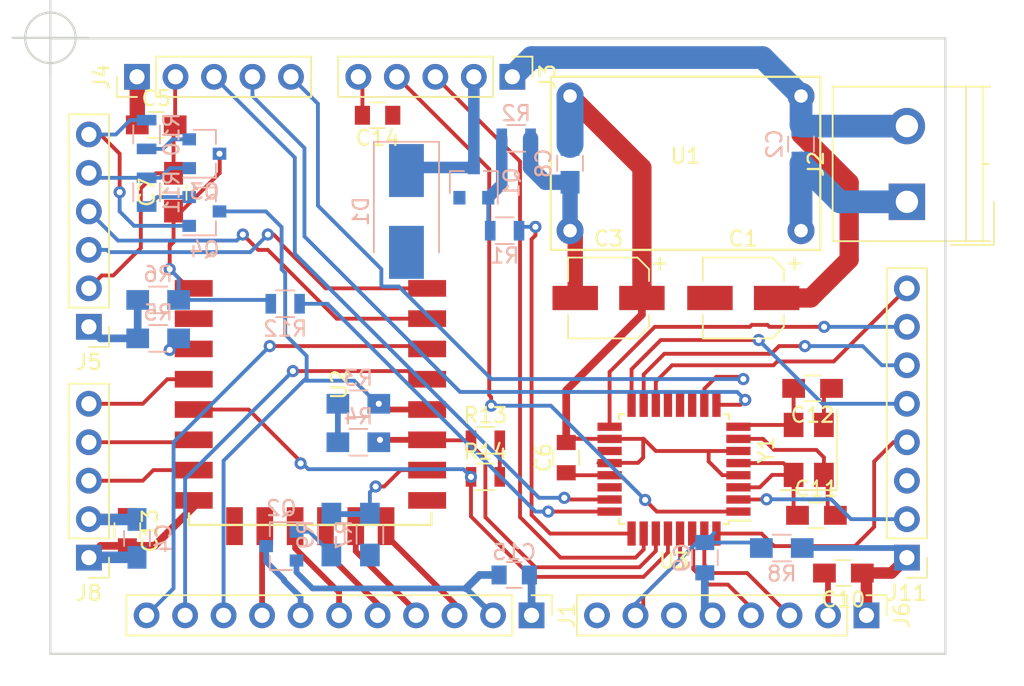
<source format=kicad_pcb>
(kicad_pcb (version 20171130) (host pcbnew "(5.0.0-rc2-109-g0e3be5776-dirty)-sonnt")

  (general
    (thickness 1.6)
    (drawings 5)
    (tracks 425)
    (zones 0)
    (modules 46)
    (nets 49)
  )

  (page A4)
  (layers
    (0 F.Cu signal)
    (31 B.Cu signal)
    (32 B.Adhes user)
    (33 F.Adhes user)
    (34 B.Paste user)
    (35 F.Paste user)
    (36 B.SilkS user)
    (37 F.SilkS user)
    (38 B.Mask user)
    (39 F.Mask user)
    (40 Dwgs.User user)
    (41 Cmts.User user)
    (42 Eco1.User user)
    (43 Eco2.User user)
    (44 Edge.Cuts user)
    (45 Margin user)
    (46 B.CrtYd user)
    (47 F.CrtYd user)
    (48 B.Fab user)
    (49 F.Fab user)
  )

  (setup
    (last_trace_width 0.254)
    (trace_clearance 0.381)
    (zone_clearance 0.508)
    (zone_45_only no)
    (trace_min 0.2)
    (segment_width 0.2)
    (edge_width 0.15)
    (via_size 0.8)
    (via_drill 0.4)
    (via_min_size 0.4)
    (via_min_drill 0.3)
    (uvia_size 0.3)
    (uvia_drill 0.1)
    (uvias_allowed no)
    (uvia_min_size 0.2)
    (uvia_min_drill 0.1)
    (pcb_text_width 0.3)
    (pcb_text_size 1.5 1.5)
    (mod_edge_width 0.15)
    (mod_text_size 1 1)
    (mod_text_width 0.15)
    (pad_size 1.524 1.524)
    (pad_drill 0.762)
    (pad_to_mask_clearance 0.2)
    (aux_axis_origin 0 0)
    (visible_elements FFFFFF7F)
    (pcbplotparams
      (layerselection 0x010fc_ffffffff)
      (usegerberextensions false)
      (usegerberattributes false)
      (usegerberadvancedattributes false)
      (creategerberjobfile false)
      (excludeedgelayer true)
      (linewidth 0.100000)
      (plotframeref false)
      (viasonmask false)
      (mode 1)
      (useauxorigin false)
      (hpglpennumber 1)
      (hpglpenspeed 20)
      (hpglpendiameter 15.000000)
      (psnegative false)
      (psa4output false)
      (plotreference true)
      (plotvalue true)
      (plotinvisibletext false)
      (padsonsilk false)
      (subtractmaskfromsilk false)
      (outputformat 1)
      (mirror false)
      (drillshape 1)
      (scaleselection 1)
      (outputdirectory ""))
  )

  (net 0 "")
  (net 1 GND)
  (net 2 +12V)
  (net 3 +3V3)
  (net 4 /Sheet5B6C3003/RESET)
  (net 5 "Net-(C9-Pad2)")
  (net 6 "Net-(C11-Pad2)")
  (net 7 "Net-(C12-Pad2)")
  (net 8 /Sheet5B6162EB/lock)
  (net 9 /Sheet5B616227/MISO)
  (net 10 /Sheet5B616227/DC)
  (net 11 /Sheet5B616227/MOSI)
  (net 12 /Sheet5B616227/CLK)
  (net 13 /Sheet5B6162EB/NO)
  (net 14 /Sheet5B6C3003/PC3)
  (net 15 /Sheet5B6C14E0/TXD)
  (net 16 /Sheet5B6C14E0/RXD)
  (net 17 /Sheet5B6C14E0/RTS)
  (net 18 /Sheet5B6C14E0/DTR)
  (net 19 /Sheet5B6C14E0/GPIO5)
  (net 20 /Sheet5B6C3003/TXD_AT)
  (net 21 /Sheet5B6C3003/RXD_AT)
  (net 22 /Sheet5B6C14E0/GPIO16)
  (net 23 /Sheet5B6C14E0/GPIO13)
  (net 24 /Sheet5B6C14E0/GPIO12)
  (net 25 /Sheet5B71ECCF/IRQ)
  (net 26 /Sheet5B6C3003/MISO)
  (net 27 /Sheet5B6C3003/MOSI)
  (net 28 /Sheet5B6C3003/SCK)
  (net 29 /Sheet5B6C3003/PB2)
  (net 30 "Net-(Q1-Pad1)")
  (net 31 "Net-(Q2-Pad1)")
  (net 32 "Net-(Q3-Pad2)")
  (net 33 /Sheet5B6C3003/PC2)
  (net 34 /Sheet5B6C3003/SDA)
  (net 35 /Sheet5B6C14E0/CH_PD)
  (net 36 /Sheet5B616227/BLK)
  (net 37 /Sheet5B6C3003/SCL)
  (net 38 /Sheet5B6C3003/PD4)
  (net 39 /Sheet5B6C3003/PD5)
  (net 40 /Sheet5B6C3003/PD6)
  (net 41 /Sheet5B6C3003/PC1)
  (net 42 /Sheet5B6C14E0/RST_ESP)
  (net 43 /Sheet5B6C14E0/GPIO10)
  (net 44 "Net-(J1-Pad7)")
  (net 45 /Sheet5B616227/CS1)
  (net 46 /Sheet5B616227/CS2)
  (net 47 "Net-(Q4-Pad2)")
  (net 48 /Sheet5B6C3003/PC0)

  (net_class Default "This is the default net class."
    (clearance 0.381)
    (trace_width 0.254)
    (via_dia 0.8)
    (via_drill 0.4)
    (uvia_dia 0.3)
    (uvia_drill 0.1)
    (add_net +12V)
    (add_net +3V3)
    (add_net /Sheet5B616227/BLK)
    (add_net /Sheet5B616227/CLK)
    (add_net /Sheet5B616227/CS1)
    (add_net /Sheet5B616227/CS2)
    (add_net /Sheet5B616227/DC)
    (add_net /Sheet5B616227/MISO)
    (add_net /Sheet5B616227/MOSI)
    (add_net /Sheet5B6162EB/NO)
    (add_net /Sheet5B6162EB/lock)
    (add_net /Sheet5B6C14E0/CH_PD)
    (add_net /Sheet5B6C14E0/DTR)
    (add_net /Sheet5B6C14E0/GPIO10)
    (add_net /Sheet5B6C14E0/GPIO12)
    (add_net /Sheet5B6C14E0/GPIO13)
    (add_net /Sheet5B6C14E0/GPIO16)
    (add_net /Sheet5B6C14E0/GPIO5)
    (add_net /Sheet5B6C14E0/RST_ESP)
    (add_net /Sheet5B6C14E0/RTS)
    (add_net /Sheet5B6C14E0/RXD)
    (add_net /Sheet5B6C14E0/TXD)
    (add_net /Sheet5B6C3003/MISO)
    (add_net /Sheet5B6C3003/MOSI)
    (add_net /Sheet5B6C3003/PB2)
    (add_net /Sheet5B6C3003/PC0)
    (add_net /Sheet5B6C3003/PC1)
    (add_net /Sheet5B6C3003/PC2)
    (add_net /Sheet5B6C3003/PC3)
    (add_net /Sheet5B6C3003/PD4)
    (add_net /Sheet5B6C3003/PD5)
    (add_net /Sheet5B6C3003/PD6)
    (add_net /Sheet5B6C3003/RESET)
    (add_net /Sheet5B6C3003/RXD_AT)
    (add_net /Sheet5B6C3003/SCK)
    (add_net /Sheet5B6C3003/SCL)
    (add_net /Sheet5B6C3003/SDA)
    (add_net /Sheet5B6C3003/TXD_AT)
    (add_net /Sheet5B71ECCF/IRQ)
    (add_net GND)
    (add_net "Net-(C11-Pad2)")
    (add_net "Net-(C12-Pad2)")
    (add_net "Net-(C9-Pad2)")
    (add_net "Net-(J1-Pad7)")
    (add_net "Net-(Q1-Pad1)")
    (add_net "Net-(Q2-Pad1)")
    (add_net "Net-(Q3-Pad2)")
    (add_net "Net-(Q4-Pad2)")
  )

  (net_class +12V ""
    (clearance 0.5)
    (trace_width 2)
    (via_dia 0.8)
    (via_drill 0.4)
    (uvia_dia 0.3)
    (uvia_drill 0.1)
  )

  (module Capacitors_SMD:CP_Elec_5x5.8 (layer F.Cu) (tedit 58AA8B00) (tstamp 5B79B847)
    (at 110.49 130.175 180)
    (descr "SMT capacitor, aluminium electrolytic, 5x5.8")
    (path /5B6162EC/5B633F38)
    (attr smd)
    (fp_text reference C1 (at 0 3.92 180) (layer F.SilkS)
      (effects (font (size 1 1) (thickness 0.15)))
    )
    (fp_text value 100u/35v (at 0 -3.92 180) (layer F.Fab)
      (effects (font (size 1 1) (thickness 0.15)))
    )
    (fp_line (start 3.95 2.76) (end -3.95 2.76) (layer F.CrtYd) (width 0.05))
    (fp_line (start 3.95 2.76) (end 3.95 -2.77) (layer F.CrtYd) (width 0.05))
    (fp_line (start -3.95 -2.77) (end -3.95 2.76) (layer F.CrtYd) (width 0.05))
    (fp_line (start -3.95 -2.77) (end 3.95 -2.77) (layer F.CrtYd) (width 0.05))
    (fp_line (start -1.91 2.67) (end 2.67 2.67) (layer F.SilkS) (width 0.12))
    (fp_line (start -2.67 1.91) (end -1.91 2.67) (layer F.SilkS) (width 0.12))
    (fp_line (start -1.91 -2.67) (end -2.67 -1.91) (layer F.SilkS) (width 0.12))
    (fp_line (start 2.67 -2.67) (end -1.91 -2.67) (layer F.SilkS) (width 0.12))
    (fp_line (start -2.67 -1.91) (end -2.67 -1.12) (layer F.SilkS) (width 0.12))
    (fp_line (start -2.67 1.91) (end -2.67 1.12) (layer F.SilkS) (width 0.12))
    (fp_line (start 2.67 -2.67) (end 2.67 -1.12) (layer F.SilkS) (width 0.12))
    (fp_line (start 2.67 2.67) (end 2.67 1.12) (layer F.SilkS) (width 0.12))
    (fp_line (start 2.51 -2.51) (end -1.84 -2.51) (layer F.Fab) (width 0.1))
    (fp_line (start -1.84 -2.51) (end -2.51 -1.84) (layer F.Fab) (width 0.1))
    (fp_line (start -2.51 -1.84) (end -2.51 1.84) (layer F.Fab) (width 0.1))
    (fp_line (start -2.51 1.84) (end -1.84 2.51) (layer F.Fab) (width 0.1))
    (fp_line (start -1.84 2.51) (end 2.51 2.51) (layer F.Fab) (width 0.1))
    (fp_line (start 2.51 2.51) (end 2.51 -2.51) (layer F.Fab) (width 0.1))
    (fp_text user %R (at 0 3.92 180) (layer F.Fab)
      (effects (font (size 1 1) (thickness 0.15)))
    )
    (fp_text user + (at -3.38 2.35 180) (layer F.SilkS)
      (effects (font (size 1 1) (thickness 0.15)))
    )
    (fp_text user + (at -1.38 -0.06 180) (layer F.Fab)
      (effects (font (size 1 1) (thickness 0.15)))
    )
    (fp_circle (center 0 0) (end 0.1 2.4) (layer F.Fab) (width 0.1))
    (pad 2 smd rect (at 2.2 0) (size 3 1.6) (layers F.Cu F.Paste F.Mask)
      (net 1 GND))
    (pad 1 smd rect (at -2.2 0) (size 3 1.6) (layers F.Cu F.Paste F.Mask)
      (net 2 +12V))
    (model Capacitors_SMD.3dshapes/CP_Elec_5x5.8.wrl
      (at (xyz 0 0 0))
      (scale (xyz 1 1 1))
      (rotate (xyz 0 0 180))
    )
  )

  (module Capacitors_SMD:C_0805_HandSoldering (layer B.Cu) (tedit 58AA84A8) (tstamp 5B79B858)
    (at 114.3 120.015 270)
    (descr "Capacitor SMD 0805, hand soldering")
    (tags "capacitor 0805")
    (path /5B6162EC/5B63429C)
    (attr smd)
    (fp_text reference C2 (at 0 1.75 270) (layer B.SilkS)
      (effects (font (size 1 1) (thickness 0.15)) (justify mirror))
    )
    (fp_text value 104 (at 0 -1.75 270) (layer B.Fab)
      (effects (font (size 1 1) (thickness 0.15)) (justify mirror))
    )
    (fp_text user %R (at 0 1.75 270) (layer B.Fab)
      (effects (font (size 1 1) (thickness 0.15)) (justify mirror))
    )
    (fp_line (start -1 -0.62) (end -1 0.62) (layer B.Fab) (width 0.1))
    (fp_line (start 1 -0.62) (end -1 -0.62) (layer B.Fab) (width 0.1))
    (fp_line (start 1 0.62) (end 1 -0.62) (layer B.Fab) (width 0.1))
    (fp_line (start -1 0.62) (end 1 0.62) (layer B.Fab) (width 0.1))
    (fp_line (start 0.5 0.85) (end -0.5 0.85) (layer B.SilkS) (width 0.12))
    (fp_line (start -0.5 -0.85) (end 0.5 -0.85) (layer B.SilkS) (width 0.12))
    (fp_line (start -2.25 0.88) (end 2.25 0.88) (layer B.CrtYd) (width 0.05))
    (fp_line (start -2.25 0.88) (end -2.25 -0.87) (layer B.CrtYd) (width 0.05))
    (fp_line (start 2.25 -0.87) (end 2.25 0.88) (layer B.CrtYd) (width 0.05))
    (fp_line (start 2.25 -0.87) (end -2.25 -0.87) (layer B.CrtYd) (width 0.05))
    (pad 1 smd rect (at -1.25 0 270) (size 1.5 1.25) (layers B.Cu B.Paste B.Mask)
      (net 2 +12V))
    (pad 2 smd rect (at 1.25 0 270) (size 1.5 1.25) (layers B.Cu B.Paste B.Mask)
      (net 1 GND))
    (model Capacitors_SMD.3dshapes/C_0805.wrl
      (at (xyz 0 0 0))
      (scale (xyz 1 1 1))
      (rotate (xyz 0 0 0))
    )
  )

  (module Capacitors_SMD:CP_Elec_5x5.8 (layer F.Cu) (tedit 58AA8B00) (tstamp 5B79B874)
    (at 101.6 130.175 180)
    (descr "SMT capacitor, aluminium electrolytic, 5x5.8")
    (path /5B6162EC/5B634915)
    (attr smd)
    (fp_text reference C3 (at 0 3.92 180) (layer F.SilkS)
      (effects (font (size 1 1) (thickness 0.15)))
    )
    (fp_text value 100u/16v (at 0 -3.92 180) (layer F.Fab)
      (effects (font (size 1 1) (thickness 0.15)))
    )
    (fp_circle (center 0 0) (end 0.1 2.4) (layer F.Fab) (width 0.1))
    (fp_text user + (at -1.38 -0.06 180) (layer F.Fab)
      (effects (font (size 1 1) (thickness 0.15)))
    )
    (fp_text user + (at -3.38 2.35 180) (layer F.SilkS)
      (effects (font (size 1 1) (thickness 0.15)))
    )
    (fp_text user %R (at 0 3.92 180) (layer F.Fab)
      (effects (font (size 1 1) (thickness 0.15)))
    )
    (fp_line (start 2.51 2.51) (end 2.51 -2.51) (layer F.Fab) (width 0.1))
    (fp_line (start -1.84 2.51) (end 2.51 2.51) (layer F.Fab) (width 0.1))
    (fp_line (start -2.51 1.84) (end -1.84 2.51) (layer F.Fab) (width 0.1))
    (fp_line (start -2.51 -1.84) (end -2.51 1.84) (layer F.Fab) (width 0.1))
    (fp_line (start -1.84 -2.51) (end -2.51 -1.84) (layer F.Fab) (width 0.1))
    (fp_line (start 2.51 -2.51) (end -1.84 -2.51) (layer F.Fab) (width 0.1))
    (fp_line (start 2.67 2.67) (end 2.67 1.12) (layer F.SilkS) (width 0.12))
    (fp_line (start 2.67 -2.67) (end 2.67 -1.12) (layer F.SilkS) (width 0.12))
    (fp_line (start -2.67 1.91) (end -2.67 1.12) (layer F.SilkS) (width 0.12))
    (fp_line (start -2.67 -1.91) (end -2.67 -1.12) (layer F.SilkS) (width 0.12))
    (fp_line (start 2.67 -2.67) (end -1.91 -2.67) (layer F.SilkS) (width 0.12))
    (fp_line (start -1.91 -2.67) (end -2.67 -1.91) (layer F.SilkS) (width 0.12))
    (fp_line (start -2.67 1.91) (end -1.91 2.67) (layer F.SilkS) (width 0.12))
    (fp_line (start -1.91 2.67) (end 2.67 2.67) (layer F.SilkS) (width 0.12))
    (fp_line (start -3.95 -2.77) (end 3.95 -2.77) (layer F.CrtYd) (width 0.05))
    (fp_line (start -3.95 -2.77) (end -3.95 2.76) (layer F.CrtYd) (width 0.05))
    (fp_line (start 3.95 2.76) (end 3.95 -2.77) (layer F.CrtYd) (width 0.05))
    (fp_line (start 3.95 2.76) (end -3.95 2.76) (layer F.CrtYd) (width 0.05))
    (pad 1 smd rect (at -2.2 0) (size 3 1.6) (layers F.Cu F.Paste F.Mask)
      (net 3 +3V3))
    (pad 2 smd rect (at 2.2 0) (size 3 1.6) (layers F.Cu F.Paste F.Mask)
      (net 1 GND))
    (model Capacitors_SMD.3dshapes/CP_Elec_5x5.8.wrl
      (at (xyz 0 0 0))
      (scale (xyz 1 1 1))
      (rotate (xyz 0 0 180))
    )
  )

  (module Capacitors_SMD:C_0805_HandSoldering (layer B.Cu) (tedit 58AA84A8) (tstamp 5B79B885)
    (at 70.485 146.05 90)
    (descr "Capacitor SMD 0805, hand soldering")
    (tags "capacitor 0805")
    (path /5B6162EC/5B6349A5)
    (attr smd)
    (fp_text reference C4 (at 0 1.75 90) (layer B.SilkS)
      (effects (font (size 1 1) (thickness 0.15)) (justify mirror))
    )
    (fp_text value 104 (at 0 -1.75 90) (layer B.Fab)
      (effects (font (size 1 1) (thickness 0.15)) (justify mirror))
    )
    (fp_line (start 2.25 -0.87) (end -2.25 -0.87) (layer B.CrtYd) (width 0.05))
    (fp_line (start 2.25 -0.87) (end 2.25 0.88) (layer B.CrtYd) (width 0.05))
    (fp_line (start -2.25 0.88) (end -2.25 -0.87) (layer B.CrtYd) (width 0.05))
    (fp_line (start -2.25 0.88) (end 2.25 0.88) (layer B.CrtYd) (width 0.05))
    (fp_line (start -0.5 -0.85) (end 0.5 -0.85) (layer B.SilkS) (width 0.12))
    (fp_line (start 0.5 0.85) (end -0.5 0.85) (layer B.SilkS) (width 0.12))
    (fp_line (start -1 0.62) (end 1 0.62) (layer B.Fab) (width 0.1))
    (fp_line (start 1 0.62) (end 1 -0.62) (layer B.Fab) (width 0.1))
    (fp_line (start 1 -0.62) (end -1 -0.62) (layer B.Fab) (width 0.1))
    (fp_line (start -1 -0.62) (end -1 0.62) (layer B.Fab) (width 0.1))
    (fp_text user %R (at 0 1.75 90) (layer B.Fab)
      (effects (font (size 1 1) (thickness 0.15)) (justify mirror))
    )
    (pad 2 smd rect (at 1.25 0 90) (size 1.5 1.25) (layers B.Cu B.Paste B.Mask)
      (net 1 GND))
    (pad 1 smd rect (at -1.25 0 90) (size 1.5 1.25) (layers B.Cu B.Paste B.Mask)
      (net 3 +3V3))
    (model Capacitors_SMD.3dshapes/C_0805.wrl
      (at (xyz 0 0 0))
      (scale (xyz 1 1 1))
      (rotate (xyz 0 0 0))
    )
  )

  (module Capacitors_SMD:C_0805_HandSoldering (layer F.Cu) (tedit 58AA84A8) (tstamp 5B79B896)
    (at 71.755 118.745)
    (descr "Capacitor SMD 0805, hand soldering")
    (tags "capacitor 0805")
    (path /5B629A42/5B628D63)
    (attr smd)
    (fp_text reference C5 (at 0 -1.75) (layer F.SilkS)
      (effects (font (size 1 1) (thickness 0.15)))
    )
    (fp_text value C_Small (at 0 1.75) (layer F.Fab)
      (effects (font (size 1 1) (thickness 0.15)))
    )
    (fp_line (start 2.25 0.87) (end -2.25 0.87) (layer F.CrtYd) (width 0.05))
    (fp_line (start 2.25 0.87) (end 2.25 -0.88) (layer F.CrtYd) (width 0.05))
    (fp_line (start -2.25 -0.88) (end -2.25 0.87) (layer F.CrtYd) (width 0.05))
    (fp_line (start -2.25 -0.88) (end 2.25 -0.88) (layer F.CrtYd) (width 0.05))
    (fp_line (start -0.5 0.85) (end 0.5 0.85) (layer F.SilkS) (width 0.12))
    (fp_line (start 0.5 -0.85) (end -0.5 -0.85) (layer F.SilkS) (width 0.12))
    (fp_line (start -1 -0.62) (end 1 -0.62) (layer F.Fab) (width 0.1))
    (fp_line (start 1 -0.62) (end 1 0.62) (layer F.Fab) (width 0.1))
    (fp_line (start 1 0.62) (end -1 0.62) (layer F.Fab) (width 0.1))
    (fp_line (start -1 0.62) (end -1 -0.62) (layer F.Fab) (width 0.1))
    (fp_text user %R (at 0 -1.75) (layer F.Fab)
      (effects (font (size 1 1) (thickness 0.15)))
    )
    (pad 2 smd rect (at 1.25 0) (size 1.5 1.25) (layers F.Cu F.Paste F.Mask)
      (net 1 GND))
    (pad 1 smd rect (at -1.25 0) (size 1.5 1.25) (layers F.Cu F.Paste F.Mask)
      (net 3 +3V3))
    (model Capacitors_SMD.3dshapes/C_0805.wrl
      (at (xyz 0 0 0))
      (scale (xyz 1 1 1))
      (rotate (xyz 0 0 0))
    )
  )

  (module Capacitors_SMD:C_0805 (layer F.Cu) (tedit 58AA8463) (tstamp 5B79B8A7)
    (at 98.806 140.716 90)
    (descr "Capacitor SMD 0805, reflow soldering, AVX (see smccp.pdf)")
    (tags "capacitor 0805")
    (path /5B6C14E1/5B6C7440)
    (attr smd)
    (fp_text reference C6 (at 0 -1.5 90) (layer F.SilkS)
      (effects (font (size 1 1) (thickness 0.15)))
    )
    (fp_text value 104 (at 0 1.75 90) (layer F.Fab)
      (effects (font (size 1 1) (thickness 0.15)))
    )
    (fp_line (start 1.75 0.87) (end -1.75 0.87) (layer F.CrtYd) (width 0.05))
    (fp_line (start 1.75 0.87) (end 1.75 -0.88) (layer F.CrtYd) (width 0.05))
    (fp_line (start -1.75 -0.88) (end -1.75 0.87) (layer F.CrtYd) (width 0.05))
    (fp_line (start -1.75 -0.88) (end 1.75 -0.88) (layer F.CrtYd) (width 0.05))
    (fp_line (start -0.5 0.85) (end 0.5 0.85) (layer F.SilkS) (width 0.12))
    (fp_line (start 0.5 -0.85) (end -0.5 -0.85) (layer F.SilkS) (width 0.12))
    (fp_line (start -1 -0.62) (end 1 -0.62) (layer F.Fab) (width 0.1))
    (fp_line (start 1 -0.62) (end 1 0.62) (layer F.Fab) (width 0.1))
    (fp_line (start 1 0.62) (end -1 0.62) (layer F.Fab) (width 0.1))
    (fp_line (start -1 0.62) (end -1 -0.62) (layer F.Fab) (width 0.1))
    (fp_text user %R (at 0 -1.5 90) (layer F.Fab)
      (effects (font (size 1 1) (thickness 0.15)))
    )
    (pad 2 smd rect (at 1 0 90) (size 1 1.25) (layers F.Cu F.Paste F.Mask)
      (net 3 +3V3))
    (pad 1 smd rect (at -1 0 90) (size 1 1.25) (layers F.Cu F.Paste F.Mask)
      (net 1 GND))
    (model Capacitors_SMD.3dshapes/C_0805.wrl
      (at (xyz 0 0 0))
      (scale (xyz 1 1 1))
      (rotate (xyz 0 0 0))
    )
  )

  (module Capacitors_SMD:C_0805_HandSoldering (layer F.Cu) (tedit 58AA84A8) (tstamp 5B79B8B8)
    (at 72.898 123.19 90)
    (descr "Capacitor SMD 0805, hand soldering")
    (tags "capacitor 0805")
    (path /5B6C14E1/5B620CF1)
    (attr smd)
    (fp_text reference C7 (at 0 -1.75 90) (layer F.SilkS)
      (effects (font (size 1 1) (thickness 0.15)))
    )
    (fp_text value 103 (at 0 1.75 90) (layer F.Fab)
      (effects (font (size 1 1) (thickness 0.15)))
    )
    (fp_text user %R (at 0 -1.75 90) (layer F.Fab)
      (effects (font (size 1 1) (thickness 0.15)))
    )
    (fp_line (start -1 0.62) (end -1 -0.62) (layer F.Fab) (width 0.1))
    (fp_line (start 1 0.62) (end -1 0.62) (layer F.Fab) (width 0.1))
    (fp_line (start 1 -0.62) (end 1 0.62) (layer F.Fab) (width 0.1))
    (fp_line (start -1 -0.62) (end 1 -0.62) (layer F.Fab) (width 0.1))
    (fp_line (start 0.5 -0.85) (end -0.5 -0.85) (layer F.SilkS) (width 0.12))
    (fp_line (start -0.5 0.85) (end 0.5 0.85) (layer F.SilkS) (width 0.12))
    (fp_line (start -2.25 -0.88) (end 2.25 -0.88) (layer F.CrtYd) (width 0.05))
    (fp_line (start -2.25 -0.88) (end -2.25 0.87) (layer F.CrtYd) (width 0.05))
    (fp_line (start 2.25 0.87) (end 2.25 -0.88) (layer F.CrtYd) (width 0.05))
    (fp_line (start 2.25 0.87) (end -2.25 0.87) (layer F.CrtYd) (width 0.05))
    (pad 1 smd rect (at -1.25 0 90) (size 1.5 1.25) (layers F.Cu F.Paste F.Mask)
      (net 42 /Sheet5B6C14E0/RST_ESP))
    (pad 2 smd rect (at 1.25 0 90) (size 1.5 1.25) (layers F.Cu F.Paste F.Mask)
      (net 1 GND))
    (model Capacitors_SMD.3dshapes/C_0805.wrl
      (at (xyz 0 0 0))
      (scale (xyz 1 1 1))
      (rotate (xyz 0 0 0))
    )
  )

  (module Capacitors_SMD:C_0805_HandSoldering (layer B.Cu) (tedit 58AA84A8) (tstamp 5B79B8C9)
    (at 99.06 121.285 270)
    (descr "Capacitor SMD 0805, hand soldering")
    (tags "capacitor 0805")
    (path /5B6C14E1/5B618730)
    (attr smd)
    (fp_text reference C8 (at 0 1.75 270) (layer B.SilkS)
      (effects (font (size 1 1) (thickness 0.15)) (justify mirror))
    )
    (fp_text value 105 (at 0 -1.75 270) (layer B.Fab)
      (effects (font (size 1 1) (thickness 0.15)) (justify mirror))
    )
    (fp_text user %R (at 0 1.75 270) (layer B.Fab)
      (effects (font (size 1 1) (thickness 0.15)) (justify mirror))
    )
    (fp_line (start -1 -0.62) (end -1 0.62) (layer B.Fab) (width 0.1))
    (fp_line (start 1 -0.62) (end -1 -0.62) (layer B.Fab) (width 0.1))
    (fp_line (start 1 0.62) (end 1 -0.62) (layer B.Fab) (width 0.1))
    (fp_line (start -1 0.62) (end 1 0.62) (layer B.Fab) (width 0.1))
    (fp_line (start 0.5 0.85) (end -0.5 0.85) (layer B.SilkS) (width 0.12))
    (fp_line (start -0.5 -0.85) (end 0.5 -0.85) (layer B.SilkS) (width 0.12))
    (fp_line (start -2.25 0.88) (end 2.25 0.88) (layer B.CrtYd) (width 0.05))
    (fp_line (start -2.25 0.88) (end -2.25 -0.87) (layer B.CrtYd) (width 0.05))
    (fp_line (start 2.25 -0.87) (end 2.25 0.88) (layer B.CrtYd) (width 0.05))
    (fp_line (start 2.25 -0.87) (end -2.25 -0.87) (layer B.CrtYd) (width 0.05))
    (pad 1 smd rect (at -1.25 0 270) (size 1.5 1.25) (layers B.Cu B.Paste B.Mask)
      (net 3 +3V3))
    (pad 2 smd rect (at 1.25 0 270) (size 1.5 1.25) (layers B.Cu B.Paste B.Mask)
      (net 1 GND))
    (model Capacitors_SMD.3dshapes/C_0805.wrl
      (at (xyz 0 0 0))
      (scale (xyz 1 1 1))
      (rotate (xyz 0 0 0))
    )
  )

  (module Capacitors_SMD:C_0805 (layer B.Cu) (tedit 58AA8463) (tstamp 5B79B8DA)
    (at 107.95 147.32 270)
    (descr "Capacitor SMD 0805, reflow soldering, AVX (see smccp.pdf)")
    (tags "capacitor 0805")
    (path /5B6C3004/5B6DC171)
    (attr smd)
    (fp_text reference C9 (at 0 1.5 270) (layer B.SilkS)
      (effects (font (size 1 1) (thickness 0.15)) (justify mirror))
    )
    (fp_text value 104 (at 0 -1.75 270) (layer B.Fab)
      (effects (font (size 1 1) (thickness 0.15)) (justify mirror))
    )
    (fp_text user %R (at 0 1.5 270) (layer B.Fab)
      (effects (font (size 1 1) (thickness 0.15)) (justify mirror))
    )
    (fp_line (start -1 -0.62) (end -1 0.62) (layer B.Fab) (width 0.1))
    (fp_line (start 1 -0.62) (end -1 -0.62) (layer B.Fab) (width 0.1))
    (fp_line (start 1 0.62) (end 1 -0.62) (layer B.Fab) (width 0.1))
    (fp_line (start -1 0.62) (end 1 0.62) (layer B.Fab) (width 0.1))
    (fp_line (start 0.5 0.85) (end -0.5 0.85) (layer B.SilkS) (width 0.12))
    (fp_line (start -0.5 -0.85) (end 0.5 -0.85) (layer B.SilkS) (width 0.12))
    (fp_line (start -1.75 0.88) (end 1.75 0.88) (layer B.CrtYd) (width 0.05))
    (fp_line (start -1.75 0.88) (end -1.75 -0.87) (layer B.CrtYd) (width 0.05))
    (fp_line (start 1.75 -0.87) (end 1.75 0.88) (layer B.CrtYd) (width 0.05))
    (fp_line (start 1.75 -0.87) (end -1.75 -0.87) (layer B.CrtYd) (width 0.05))
    (pad 1 smd rect (at -1 0 270) (size 1 1.25) (layers B.Cu B.Paste B.Mask)
      (net 4 /Sheet5B6C3003/RESET))
    (pad 2 smd rect (at 1 0 270) (size 1 1.25) (layers B.Cu B.Paste B.Mask)
      (net 5 "Net-(C9-Pad2)"))
    (model Capacitors_SMD.3dshapes/C_0805.wrl
      (at (xyz 0 0 0))
      (scale (xyz 1 1 1))
      (rotate (xyz 0 0 0))
    )
  )

  (module Capacitors_SMD:C_0805_HandSoldering (layer F.Cu) (tedit 58AA84A8) (tstamp 5B79B8EB)
    (at 115.316 144.526)
    (descr "Capacitor SMD 0805, hand soldering")
    (tags "capacitor 0805")
    (path /5B6C3004/5B6CD364)
    (attr smd)
    (fp_text reference C11 (at 0 -1.75) (layer F.SilkS)
      (effects (font (size 1 1) (thickness 0.15)))
    )
    (fp_text value 20pF (at 0 1.75) (layer F.Fab)
      (effects (font (size 1 1) (thickness 0.15)))
    )
    (fp_line (start 2.25 0.87) (end -2.25 0.87) (layer F.CrtYd) (width 0.05))
    (fp_line (start 2.25 0.87) (end 2.25 -0.88) (layer F.CrtYd) (width 0.05))
    (fp_line (start -2.25 -0.88) (end -2.25 0.87) (layer F.CrtYd) (width 0.05))
    (fp_line (start -2.25 -0.88) (end 2.25 -0.88) (layer F.CrtYd) (width 0.05))
    (fp_line (start -0.5 0.85) (end 0.5 0.85) (layer F.SilkS) (width 0.12))
    (fp_line (start 0.5 -0.85) (end -0.5 -0.85) (layer F.SilkS) (width 0.12))
    (fp_line (start -1 -0.62) (end 1 -0.62) (layer F.Fab) (width 0.1))
    (fp_line (start 1 -0.62) (end 1 0.62) (layer F.Fab) (width 0.1))
    (fp_line (start 1 0.62) (end -1 0.62) (layer F.Fab) (width 0.1))
    (fp_line (start -1 0.62) (end -1 -0.62) (layer F.Fab) (width 0.1))
    (fp_text user %R (at 0 -1.75) (layer F.Fab)
      (effects (font (size 1 1) (thickness 0.15)))
    )
    (pad 2 smd rect (at 1.25 0) (size 1.5 1.25) (layers F.Cu F.Paste F.Mask)
      (net 6 "Net-(C11-Pad2)"))
    (pad 1 smd rect (at -1.25 0) (size 1.5 1.25) (layers F.Cu F.Paste F.Mask)
      (net 1 GND))
    (model Capacitors_SMD.3dshapes/C_0805.wrl
      (at (xyz 0 0 0))
      (scale (xyz 1 1 1))
      (rotate (xyz 0 0 0))
    )
  )

  (module Capacitors_SMD:C_0805_HandSoldering (layer F.Cu) (tedit 58AA84A8) (tstamp 5B79B8FC)
    (at 115.062 136.144 180)
    (descr "Capacitor SMD 0805, hand soldering")
    (tags "capacitor 0805")
    (path /5B6C3004/5B6CD756)
    (attr smd)
    (fp_text reference C12 (at 0 -1.75 180) (layer F.SilkS)
      (effects (font (size 1 1) (thickness 0.15)))
    )
    (fp_text value 20pF (at 0 1.75 180) (layer F.Fab)
      (effects (font (size 1 1) (thickness 0.15)))
    )
    (fp_text user %R (at 0 -1.75 180) (layer F.Fab)
      (effects (font (size 1 1) (thickness 0.15)))
    )
    (fp_line (start -1 0.62) (end -1 -0.62) (layer F.Fab) (width 0.1))
    (fp_line (start 1 0.62) (end -1 0.62) (layer F.Fab) (width 0.1))
    (fp_line (start 1 -0.62) (end 1 0.62) (layer F.Fab) (width 0.1))
    (fp_line (start -1 -0.62) (end 1 -0.62) (layer F.Fab) (width 0.1))
    (fp_line (start 0.5 -0.85) (end -0.5 -0.85) (layer F.SilkS) (width 0.12))
    (fp_line (start -0.5 0.85) (end 0.5 0.85) (layer F.SilkS) (width 0.12))
    (fp_line (start -2.25 -0.88) (end 2.25 -0.88) (layer F.CrtYd) (width 0.05))
    (fp_line (start -2.25 -0.88) (end -2.25 0.87) (layer F.CrtYd) (width 0.05))
    (fp_line (start 2.25 0.87) (end 2.25 -0.88) (layer F.CrtYd) (width 0.05))
    (fp_line (start 2.25 0.87) (end -2.25 0.87) (layer F.CrtYd) (width 0.05))
    (pad 1 smd rect (at -1.25 0 180) (size 1.5 1.25) (layers F.Cu F.Paste F.Mask)
      (net 1 GND))
    (pad 2 smd rect (at 1.25 0 180) (size 1.5 1.25) (layers F.Cu F.Paste F.Mask)
      (net 7 "Net-(C12-Pad2)"))
    (model Capacitors_SMD.3dshapes/C_0805.wrl
      (at (xyz 0 0 0))
      (scale (xyz 1 1 1))
      (rotate (xyz 0 0 0))
    )
  )

  (module Capacitors_SMD:C_0805 (layer F.Cu) (tedit 58AA8463) (tstamp 5B79B90D)
    (at 69.85 145.542 270)
    (descr "Capacitor SMD 0805, reflow soldering, AVX (see smccp.pdf)")
    (tags "capacitor 0805")
    (path /5B71E55D/5B6EF154)
    (attr smd)
    (fp_text reference C13 (at 0 -1.5 270) (layer F.SilkS)
      (effects (font (size 1 1) (thickness 0.15)))
    )
    (fp_text value 104 (at 0 1.75 270) (layer F.Fab)
      (effects (font (size 1 1) (thickness 0.15)))
    )
    (fp_text user %R (at 0 -1.5 270) (layer F.Fab)
      (effects (font (size 1 1) (thickness 0.15)))
    )
    (fp_line (start -1 0.62) (end -1 -0.62) (layer F.Fab) (width 0.1))
    (fp_line (start 1 0.62) (end -1 0.62) (layer F.Fab) (width 0.1))
    (fp_line (start 1 -0.62) (end 1 0.62) (layer F.Fab) (width 0.1))
    (fp_line (start -1 -0.62) (end 1 -0.62) (layer F.Fab) (width 0.1))
    (fp_line (start 0.5 -0.85) (end -0.5 -0.85) (layer F.SilkS) (width 0.12))
    (fp_line (start -0.5 0.85) (end 0.5 0.85) (layer F.SilkS) (width 0.12))
    (fp_line (start -1.75 -0.88) (end 1.75 -0.88) (layer F.CrtYd) (width 0.05))
    (fp_line (start -1.75 -0.88) (end -1.75 0.87) (layer F.CrtYd) (width 0.05))
    (fp_line (start 1.75 0.87) (end 1.75 -0.88) (layer F.CrtYd) (width 0.05))
    (fp_line (start 1.75 0.87) (end -1.75 0.87) (layer F.CrtYd) (width 0.05))
    (pad 1 smd rect (at -1 0 270) (size 1 1.25) (layers F.Cu F.Paste F.Mask)
      (net 1 GND))
    (pad 2 smd rect (at 1 0 270) (size 1 1.25) (layers F.Cu F.Paste F.Mask)
      (net 3 +3V3))
    (model Capacitors_SMD.3dshapes/C_0805.wrl
      (at (xyz 0 0 0))
      (scale (xyz 1 1 1))
      (rotate (xyz 0 0 0))
    )
  )

  (module Diodes_SMD:D_SMB_Handsoldering (layer B.Cu) (tedit 590B3D55) (tstamp 5B79B936)
    (at 88.265 124.46 270)
    (descr "Diode SMB (DO-214AA) Handsoldering")
    (tags "Diode SMB (DO-214AA) Handsoldering")
    (path /5B6162EC/5B631428)
    (attr smd)
    (fp_text reference D1 (at 0 3 270) (layer B.SilkS)
      (effects (font (size 1 1) (thickness 0.15)) (justify mirror))
    )
    (fp_text value D_Schottky (at 0 -3 270) (layer B.Fab)
      (effects (font (size 1 1) (thickness 0.15)) (justify mirror))
    )
    (fp_text user %R (at 0 3 270) (layer B.Fab)
      (effects (font (size 1 1) (thickness 0.15)) (justify mirror))
    )
    (fp_line (start -4.6 2.15) (end -4.6 -2.15) (layer B.SilkS) (width 0.12))
    (fp_line (start 2.3 -2) (end -2.3 -2) (layer B.Fab) (width 0.1))
    (fp_line (start -2.3 -2) (end -2.3 2) (layer B.Fab) (width 0.1))
    (fp_line (start 2.3 2) (end 2.3 -2) (layer B.Fab) (width 0.1))
    (fp_line (start 2.3 2) (end -2.3 2) (layer B.Fab) (width 0.1))
    (fp_line (start -4.7 2.25) (end 4.7 2.25) (layer B.CrtYd) (width 0.05))
    (fp_line (start 4.7 2.25) (end 4.7 -2.25) (layer B.CrtYd) (width 0.05))
    (fp_line (start 4.7 -2.25) (end -4.7 -2.25) (layer B.CrtYd) (width 0.05))
    (fp_line (start -4.7 -2.25) (end -4.7 2.25) (layer B.CrtYd) (width 0.05))
    (fp_line (start -0.64944 -0.00102) (end -1.55114 -0.00102) (layer B.Fab) (width 0.1))
    (fp_line (start 0.50118 -0.00102) (end 1.4994 -0.00102) (layer B.Fab) (width 0.1))
    (fp_line (start -0.64944 0.79908) (end -0.64944 -0.80112) (layer B.Fab) (width 0.1))
    (fp_line (start 0.50118 -0.75032) (end 0.50118 0.79908) (layer B.Fab) (width 0.1))
    (fp_line (start -0.64944 -0.00102) (end 0.50118 -0.75032) (layer B.Fab) (width 0.1))
    (fp_line (start -0.64944 -0.00102) (end 0.50118 0.79908) (layer B.Fab) (width 0.1))
    (fp_line (start -4.6 -2.15) (end 2.7 -2.15) (layer B.SilkS) (width 0.12))
    (fp_line (start -4.6 2.15) (end 2.7 2.15) (layer B.SilkS) (width 0.12))
    (pad 1 smd rect (at -2.7 0 270) (size 3.5 2.3) (layers B.Cu B.Paste B.Mask)
      (net 8 /Sheet5B6162EB/lock))
    (pad 2 smd rect (at 2.7 0 270) (size 3.5 2.3) (layers B.Cu B.Paste B.Mask)
      (net 1 GND))
    (model ${KISYS3DMOD}/Diodes_SMD.3dshapes/D_SMB.wrl
      (at (xyz 0 0 0))
      (scale (xyz 1 1 1))
      (rotate (xyz 0 0 0))
    )
  )

  (module Pin_Headers:Pin_Header_Straight_1x05_Pitch2.54mm (layer F.Cu) (tedit 59650532) (tstamp 5B79B96B)
    (at 95.25 115.57 270)
    (descr "Through hole straight pin header, 1x05, 2.54mm pitch, single row")
    (tags "Through hole pin header THT 1x05 2.54mm single row")
    (path /5B6162EC/5B6875E8)
    (fp_text reference J3 (at 0 -2.33 270) (layer F.SilkS)
      (effects (font (size 1 1) (thickness 0.15)))
    )
    (fp_text value "sensor clock" (at 0 12.49 270) (layer F.Fab)
      (effects (font (size 1 1) (thickness 0.15)))
    )
    (fp_text user %R (at 0 5.08) (layer F.Fab)
      (effects (font (size 1 1) (thickness 0.15)))
    )
    (fp_line (start 1.8 -1.8) (end -1.8 -1.8) (layer F.CrtYd) (width 0.05))
    (fp_line (start 1.8 11.95) (end 1.8 -1.8) (layer F.CrtYd) (width 0.05))
    (fp_line (start -1.8 11.95) (end 1.8 11.95) (layer F.CrtYd) (width 0.05))
    (fp_line (start -1.8 -1.8) (end -1.8 11.95) (layer F.CrtYd) (width 0.05))
    (fp_line (start -1.33 -1.33) (end 0 -1.33) (layer F.SilkS) (width 0.12))
    (fp_line (start -1.33 0) (end -1.33 -1.33) (layer F.SilkS) (width 0.12))
    (fp_line (start -1.33 1.27) (end 1.33 1.27) (layer F.SilkS) (width 0.12))
    (fp_line (start 1.33 1.27) (end 1.33 11.49) (layer F.SilkS) (width 0.12))
    (fp_line (start -1.33 1.27) (end -1.33 11.49) (layer F.SilkS) (width 0.12))
    (fp_line (start -1.33 11.49) (end 1.33 11.49) (layer F.SilkS) (width 0.12))
    (fp_line (start -1.27 -0.635) (end -0.635 -1.27) (layer F.Fab) (width 0.1))
    (fp_line (start -1.27 11.43) (end -1.27 -0.635) (layer F.Fab) (width 0.1))
    (fp_line (start 1.27 11.43) (end -1.27 11.43) (layer F.Fab) (width 0.1))
    (fp_line (start 1.27 -1.27) (end 1.27 11.43) (layer F.Fab) (width 0.1))
    (fp_line (start -0.635 -1.27) (end 1.27 -1.27) (layer F.Fab) (width 0.1))
    (pad 5 thru_hole oval (at 0 10.16 270) (size 1.7 1.7) (drill 1) (layers *.Cu *.Mask)
      (net 3 +3V3))
    (pad 4 thru_hole oval (at 0 7.62 270) (size 1.7 1.7) (drill 1) (layers *.Cu *.Mask)
      (net 13 /Sheet5B6162EB/NO))
    (pad 3 thru_hole oval (at 0 5.08 270) (size 1.7 1.7) (drill 1) (layers *.Cu *.Mask)
      (net 14 /Sheet5B6C3003/PC3))
    (pad 2 thru_hole oval (at 0 2.54 270) (size 1.7 1.7) (drill 1) (layers *.Cu *.Mask)
      (net 8 /Sheet5B6162EB/lock))
    (pad 1 thru_hole rect (at 0 0 270) (size 1.7 1.7) (drill 1) (layers *.Cu *.Mask)
      (net 2 +12V))
    (model ${KISYS3DMOD}/Pin_Headers.3dshapes/Pin_Header_Straight_1x05_Pitch2.54mm.wrl
      (at (xyz 0 0 0))
      (scale (xyz 1 1 1))
      (rotate (xyz 0 0 0))
    )
  )

  (module Pin_Headers:Pin_Header_Straight_1x06_Pitch2.54mm (layer F.Cu) (tedit 59650532) (tstamp 5B79B985)
    (at 67.31 132.08 180)
    (descr "Through hole straight pin header, 1x06, 2.54mm pitch, single row")
    (tags "Through hole pin header THT 1x06 2.54mm single row")
    (path /5B6C14E1/5B755821)
    (fp_text reference J5 (at 0 -2.33 180) (layer F.SilkS)
      (effects (font (size 1 1) (thickness 0.15)))
    )
    (fp_text value Conn_01x06 (at 0 15.03 180) (layer F.Fab)
      (effects (font (size 1 1) (thickness 0.15)))
    )
    (fp_line (start -0.635 -1.27) (end 1.27 -1.27) (layer F.Fab) (width 0.1))
    (fp_line (start 1.27 -1.27) (end 1.27 13.97) (layer F.Fab) (width 0.1))
    (fp_line (start 1.27 13.97) (end -1.27 13.97) (layer F.Fab) (width 0.1))
    (fp_line (start -1.27 13.97) (end -1.27 -0.635) (layer F.Fab) (width 0.1))
    (fp_line (start -1.27 -0.635) (end -0.635 -1.27) (layer F.Fab) (width 0.1))
    (fp_line (start -1.33 14.03) (end 1.33 14.03) (layer F.SilkS) (width 0.12))
    (fp_line (start -1.33 1.27) (end -1.33 14.03) (layer F.SilkS) (width 0.12))
    (fp_line (start 1.33 1.27) (end 1.33 14.03) (layer F.SilkS) (width 0.12))
    (fp_line (start -1.33 1.27) (end 1.33 1.27) (layer F.SilkS) (width 0.12))
    (fp_line (start -1.33 0) (end -1.33 -1.33) (layer F.SilkS) (width 0.12))
    (fp_line (start -1.33 -1.33) (end 0 -1.33) (layer F.SilkS) (width 0.12))
    (fp_line (start -1.8 -1.8) (end -1.8 14.5) (layer F.CrtYd) (width 0.05))
    (fp_line (start -1.8 14.5) (end 1.8 14.5) (layer F.CrtYd) (width 0.05))
    (fp_line (start 1.8 14.5) (end 1.8 -1.8) (layer F.CrtYd) (width 0.05))
    (fp_line (start 1.8 -1.8) (end -1.8 -1.8) (layer F.CrtYd) (width 0.05))
    (fp_text user %R (at 0 6.35 270) (layer F.Fab)
      (effects (font (size 1 1) (thickness 0.15)))
    )
    (pad 1 thru_hole rect (at 0 0 180) (size 1.7 1.7) (drill 1) (layers *.Cu *.Mask)
      (net 3 +3V3))
    (pad 2 thru_hole oval (at 0 2.54 180) (size 1.7 1.7) (drill 1) (layers *.Cu *.Mask)
      (net 1 GND))
    (pad 3 thru_hole oval (at 0 5.08 180) (size 1.7 1.7) (drill 1) (layers *.Cu *.Mask)
      (net 15 /Sheet5B6C14E0/TXD))
    (pad 4 thru_hole oval (at 0 7.62 180) (size 1.7 1.7) (drill 1) (layers *.Cu *.Mask)
      (net 16 /Sheet5B6C14E0/RXD))
    (pad 5 thru_hole oval (at 0 10.16 180) (size 1.7 1.7) (drill 1) (layers *.Cu *.Mask)
      (net 17 /Sheet5B6C14E0/RTS))
    (pad 6 thru_hole oval (at 0 12.7 180) (size 1.7 1.7) (drill 1) (layers *.Cu *.Mask)
      (net 18 /Sheet5B6C14E0/DTR))
    (model ${KISYS3DMOD}/Pin_Headers.3dshapes/Pin_Header_Straight_1x06_Pitch2.54mm.wrl
      (at (xyz 0 0 0))
      (scale (xyz 1 1 1))
      (rotate (xyz 0 0 0))
    )
  )

  (module Pin_Headers:Pin_Header_Straight_1x05_Pitch2.54mm (layer F.Cu) (tedit 59650532) (tstamp 5B79B9D0)
    (at 67.31 147.32 180)
    (descr "Through hole straight pin header, 1x05, 2.54mm pitch, single row")
    (tags "Through hole pin header THT 1x05 2.54mm single row")
    (path /5B71E55D/5B6EED46)
    (fp_text reference J8 (at 0 -2.33 180) (layer F.SilkS)
      (effects (font (size 1 1) (thickness 0.15)))
    )
    (fp_text value connector-ESP (at 0 12.49 180) (layer F.Fab)
      (effects (font (size 1 1) (thickness 0.15)))
    )
    (fp_text user %R (at 0 5.08 270) (layer F.Fab)
      (effects (font (size 1 1) (thickness 0.15)))
    )
    (fp_line (start 1.8 -1.8) (end -1.8 -1.8) (layer F.CrtYd) (width 0.05))
    (fp_line (start 1.8 11.95) (end 1.8 -1.8) (layer F.CrtYd) (width 0.05))
    (fp_line (start -1.8 11.95) (end 1.8 11.95) (layer F.CrtYd) (width 0.05))
    (fp_line (start -1.8 -1.8) (end -1.8 11.95) (layer F.CrtYd) (width 0.05))
    (fp_line (start -1.33 -1.33) (end 0 -1.33) (layer F.SilkS) (width 0.12))
    (fp_line (start -1.33 0) (end -1.33 -1.33) (layer F.SilkS) (width 0.12))
    (fp_line (start -1.33 1.27) (end 1.33 1.27) (layer F.SilkS) (width 0.12))
    (fp_line (start 1.33 1.27) (end 1.33 11.49) (layer F.SilkS) (width 0.12))
    (fp_line (start -1.33 1.27) (end -1.33 11.49) (layer F.SilkS) (width 0.12))
    (fp_line (start -1.33 11.49) (end 1.33 11.49) (layer F.SilkS) (width 0.12))
    (fp_line (start -1.27 -0.635) (end -0.635 -1.27) (layer F.Fab) (width 0.1))
    (fp_line (start -1.27 11.43) (end -1.27 -0.635) (layer F.Fab) (width 0.1))
    (fp_line (start 1.27 11.43) (end -1.27 11.43) (layer F.Fab) (width 0.1))
    (fp_line (start 1.27 -1.27) (end 1.27 11.43) (layer F.Fab) (width 0.1))
    (fp_line (start -0.635 -1.27) (end 1.27 -1.27) (layer F.Fab) (width 0.1))
    (pad 5 thru_hole oval (at 0 10.16 180) (size 1.7 1.7) (drill 1) (layers *.Cu *.Mask)
      (net 22 /Sheet5B6C14E0/GPIO16))
    (pad 4 thru_hole oval (at 0 7.62 180) (size 1.7 1.7) (drill 1) (layers *.Cu *.Mask)
      (net 24 /Sheet5B6C14E0/GPIO12))
    (pad 3 thru_hole oval (at 0 5.08 180) (size 1.7 1.7) (drill 1) (layers *.Cu *.Mask)
      (net 23 /Sheet5B6C14E0/GPIO13))
    (pad 2 thru_hole oval (at 0 2.54 180) (size 1.7 1.7) (drill 1) (layers *.Cu *.Mask)
      (net 1 GND))
    (pad 1 thru_hole rect (at 0 0 180) (size 1.7 1.7) (drill 1) (layers *.Cu *.Mask)
      (net 3 +3V3))
    (model ${KISYS3DMOD}/Pin_Headers.3dshapes/Pin_Header_Straight_1x05_Pitch2.54mm.wrl
      (at (xyz 0 0 0))
      (scale (xyz 1 1 1))
      (rotate (xyz 0 0 0))
    )
  )

  (module Pin_Headers:Pin_Header_Straight_1x08_Pitch2.54mm (layer F.Cu) (tedit 59650532) (tstamp 5B79B9EC)
    (at 121.285 147.32 180)
    (descr "Through hole straight pin header, 1x08, 2.54mm pitch, single row")
    (tags "Through hole pin header THT 1x08 2.54mm single row")
    (path /5B71ECD0/5B71F223)
    (fp_text reference J11 (at 0 -2.33 180) (layer F.SilkS)
      (effects (font (size 1 1) (thickness 0.15)))
    )
    (fp_text value RFID_RC522 (at 0 20.11 180) (layer F.Fab)
      (effects (font (size 1 1) (thickness 0.15)))
    )
    (fp_line (start -0.635 -1.27) (end 1.27 -1.27) (layer F.Fab) (width 0.1))
    (fp_line (start 1.27 -1.27) (end 1.27 19.05) (layer F.Fab) (width 0.1))
    (fp_line (start 1.27 19.05) (end -1.27 19.05) (layer F.Fab) (width 0.1))
    (fp_line (start -1.27 19.05) (end -1.27 -0.635) (layer F.Fab) (width 0.1))
    (fp_line (start -1.27 -0.635) (end -0.635 -1.27) (layer F.Fab) (width 0.1))
    (fp_line (start -1.33 19.11) (end 1.33 19.11) (layer F.SilkS) (width 0.12))
    (fp_line (start -1.33 1.27) (end -1.33 19.11) (layer F.SilkS) (width 0.12))
    (fp_line (start 1.33 1.27) (end 1.33 19.11) (layer F.SilkS) (width 0.12))
    (fp_line (start -1.33 1.27) (end 1.33 1.27) (layer F.SilkS) (width 0.12))
    (fp_line (start -1.33 0) (end -1.33 -1.33) (layer F.SilkS) (width 0.12))
    (fp_line (start -1.33 -1.33) (end 0 -1.33) (layer F.SilkS) (width 0.12))
    (fp_line (start -1.8 -1.8) (end -1.8 19.55) (layer F.CrtYd) (width 0.05))
    (fp_line (start -1.8 19.55) (end 1.8 19.55) (layer F.CrtYd) (width 0.05))
    (fp_line (start 1.8 19.55) (end 1.8 -1.8) (layer F.CrtYd) (width 0.05))
    (fp_line (start 1.8 -1.8) (end -1.8 -1.8) (layer F.CrtYd) (width 0.05))
    (fp_text user %R (at 0 8.89 270) (layer F.Fab)
      (effects (font (size 1 1) (thickness 0.15)))
    )
    (pad 1 thru_hole rect (at 0 0 180) (size 1.7 1.7) (drill 1) (layers *.Cu *.Mask)
      (net 3 +3V3))
    (pad 2 thru_hole oval (at 0 2.54 180) (size 1.7 1.7) (drill 1) (layers *.Cu *.Mask)
      (net 38 /Sheet5B6C3003/PD4))
    (pad 3 thru_hole oval (at 0 5.08 180) (size 1.7 1.7) (drill 1) (layers *.Cu *.Mask)
      (net 1 GND))
    (pad 4 thru_hole oval (at 0 7.62 180) (size 1.7 1.7) (drill 1) (layers *.Cu *.Mask)
      (net 25 /Sheet5B71ECCF/IRQ))
    (pad 5 thru_hole oval (at 0 10.16 180) (size 1.7 1.7) (drill 1) (layers *.Cu *.Mask)
      (net 26 /Sheet5B6C3003/MISO))
    (pad 6 thru_hole oval (at 0 12.7 180) (size 1.7 1.7) (drill 1) (layers *.Cu *.Mask)
      (net 27 /Sheet5B6C3003/MOSI))
    (pad 7 thru_hole oval (at 0 15.24 180) (size 1.7 1.7) (drill 1) (layers *.Cu *.Mask)
      (net 28 /Sheet5B6C3003/SCK))
    (pad 8 thru_hole oval (at 0 17.78 180) (size 1.7 1.7) (drill 1) (layers *.Cu *.Mask)
      (net 29 /Sheet5B6C3003/PB2))
    (model ${KISYS3DMOD}/Pin_Headers.3dshapes/Pin_Header_Straight_1x08_Pitch2.54mm.wrl
      (at (xyz 0 0 0))
      (scale (xyz 1 1 1))
      (rotate (xyz 0 0 0))
    )
  )

  (module TO_SOT_Packages_SMD:SOT-23 (layer B.Cu) (tedit 58CE4E7E) (tstamp 5B79BA01)
    (at 92.71 122.555 90)
    (descr "SOT-23, Standard")
    (tags SOT-23)
    (path /5B6162EC/5B633A97)
    (attr smd)
    (fp_text reference Q1 (at 0 2.5 90) (layer B.SilkS)
      (effects (font (size 1 1) (thickness 0.15)) (justify mirror))
    )
    (fp_text value Q_NMOS_GSD (at 0 -2.5 90) (layer B.Fab)
      (effects (font (size 1 1) (thickness 0.15)) (justify mirror))
    )
    (fp_text user %R (at 0 0) (layer B.Fab)
      (effects (font (size 0.5 0.5) (thickness 0.075)) (justify mirror))
    )
    (fp_line (start -0.7 0.95) (end -0.7 -1.5) (layer B.Fab) (width 0.1))
    (fp_line (start -0.15 1.52) (end 0.7 1.52) (layer B.Fab) (width 0.1))
    (fp_line (start -0.7 0.95) (end -0.15 1.52) (layer B.Fab) (width 0.1))
    (fp_line (start 0.7 1.52) (end 0.7 -1.52) (layer B.Fab) (width 0.1))
    (fp_line (start -0.7 -1.52) (end 0.7 -1.52) (layer B.Fab) (width 0.1))
    (fp_line (start 0.76 -1.58) (end 0.76 -0.65) (layer B.SilkS) (width 0.12))
    (fp_line (start 0.76 1.58) (end 0.76 0.65) (layer B.SilkS) (width 0.12))
    (fp_line (start -1.7 1.75) (end 1.7 1.75) (layer B.CrtYd) (width 0.05))
    (fp_line (start 1.7 1.75) (end 1.7 -1.75) (layer B.CrtYd) (width 0.05))
    (fp_line (start 1.7 -1.75) (end -1.7 -1.75) (layer B.CrtYd) (width 0.05))
    (fp_line (start -1.7 -1.75) (end -1.7 1.75) (layer B.CrtYd) (width 0.05))
    (fp_line (start 0.76 1.58) (end -1.4 1.58) (layer B.SilkS) (width 0.12))
    (fp_line (start 0.76 -1.58) (end -0.7 -1.58) (layer B.SilkS) (width 0.12))
    (pad 1 smd rect (at -1 0.95 90) (size 0.9 0.8) (layers B.Cu B.Paste B.Mask)
      (net 30 "Net-(Q1-Pad1)"))
    (pad 2 smd rect (at -1 -0.95 90) (size 0.9 0.8) (layers B.Cu B.Paste B.Mask)
      (net 1 GND))
    (pad 3 smd rect (at 1 0 90) (size 0.9 0.8) (layers B.Cu B.Paste B.Mask)
      (net 8 /Sheet5B6162EB/lock))
    (model ${KISYS3DMOD}/TO_SOT_Packages_SMD.3dshapes/SOT-23.wrl
      (at (xyz 0 0 0))
      (scale (xyz 1 1 1))
      (rotate (xyz 0 0 0))
    )
  )

  (module TO_SOT_Packages_SMD:SOT-23 (layer B.Cu) (tedit 58CE4E7E) (tstamp 5B79BA16)
    (at 80.01 146.558 180)
    (descr "SOT-23, Standard")
    (tags SOT-23)
    (path /5B616228/5B740909)
    (attr smd)
    (fp_text reference Q2 (at 0 2.5 180) (layer B.SilkS)
      (effects (font (size 1 1) (thickness 0.15)) (justify mirror))
    )
    (fp_text value BC807 (at 0 -2.5 180) (layer B.Fab)
      (effects (font (size 1 1) (thickness 0.15)) (justify mirror))
    )
    (fp_text user %R (at 0 0 90) (layer B.Fab)
      (effects (font (size 0.5 0.5) (thickness 0.075)) (justify mirror))
    )
    (fp_line (start -0.7 0.95) (end -0.7 -1.5) (layer B.Fab) (width 0.1))
    (fp_line (start -0.15 1.52) (end 0.7 1.52) (layer B.Fab) (width 0.1))
    (fp_line (start -0.7 0.95) (end -0.15 1.52) (layer B.Fab) (width 0.1))
    (fp_line (start 0.7 1.52) (end 0.7 -1.52) (layer B.Fab) (width 0.1))
    (fp_line (start -0.7 -1.52) (end 0.7 -1.52) (layer B.Fab) (width 0.1))
    (fp_line (start 0.76 -1.58) (end 0.76 -0.65) (layer B.SilkS) (width 0.12))
    (fp_line (start 0.76 1.58) (end 0.76 0.65) (layer B.SilkS) (width 0.12))
    (fp_line (start -1.7 1.75) (end 1.7 1.75) (layer B.CrtYd) (width 0.05))
    (fp_line (start 1.7 1.75) (end 1.7 -1.75) (layer B.CrtYd) (width 0.05))
    (fp_line (start 1.7 -1.75) (end -1.7 -1.75) (layer B.CrtYd) (width 0.05))
    (fp_line (start -1.7 -1.75) (end -1.7 1.75) (layer B.CrtYd) (width 0.05))
    (fp_line (start 0.76 1.58) (end -1.4 1.58) (layer B.SilkS) (width 0.12))
    (fp_line (start 0.76 -1.58) (end -0.7 -1.58) (layer B.SilkS) (width 0.12))
    (pad 1 smd rect (at -1 0.95 180) (size 0.9 0.8) (layers B.Cu B.Paste B.Mask)
      (net 31 "Net-(Q2-Pad1)"))
    (pad 2 smd rect (at -1 -0.95 180) (size 0.9 0.8) (layers B.Cu B.Paste B.Mask)
      (net 3 +3V3))
    (pad 3 smd rect (at 1 0 180) (size 0.9 0.8) (layers B.Cu B.Paste B.Mask)
      (net 44 "Net-(J1-Pad7)"))
    (model ${KISYS3DMOD}/TO_SOT_Packages_SMD.3dshapes/SOT-23.wrl
      (at (xyz 0 0 0))
      (scale (xyz 1 1 1))
      (rotate (xyz 0 0 0))
    )
  )

  (module TO_SOT_Packages_SMD:SOT-23 (layer B.Cu) (tedit 58CE4E7E) (tstamp 5B79BA2B)
    (at 74.93 120.65)
    (descr "SOT-23, Standard")
    (tags SOT-23)
    (path /5B6C14E1/5B748949)
    (attr smd)
    (fp_text reference Q3 (at 0 2.5) (layer B.SilkS)
      (effects (font (size 1 1) (thickness 0.15)) (justify mirror))
    )
    (fp_text value MMBT9018 (at 0 -2.5) (layer B.Fab)
      (effects (font (size 1 1) (thickness 0.15)) (justify mirror))
    )
    (fp_line (start 0.76 -1.58) (end -0.7 -1.58) (layer B.SilkS) (width 0.12))
    (fp_line (start 0.76 1.58) (end -1.4 1.58) (layer B.SilkS) (width 0.12))
    (fp_line (start -1.7 -1.75) (end -1.7 1.75) (layer B.CrtYd) (width 0.05))
    (fp_line (start 1.7 -1.75) (end -1.7 -1.75) (layer B.CrtYd) (width 0.05))
    (fp_line (start 1.7 1.75) (end 1.7 -1.75) (layer B.CrtYd) (width 0.05))
    (fp_line (start -1.7 1.75) (end 1.7 1.75) (layer B.CrtYd) (width 0.05))
    (fp_line (start 0.76 1.58) (end 0.76 0.65) (layer B.SilkS) (width 0.12))
    (fp_line (start 0.76 -1.58) (end 0.76 -0.65) (layer B.SilkS) (width 0.12))
    (fp_line (start -0.7 -1.52) (end 0.7 -1.52) (layer B.Fab) (width 0.1))
    (fp_line (start 0.7 1.52) (end 0.7 -1.52) (layer B.Fab) (width 0.1))
    (fp_line (start -0.7 0.95) (end -0.15 1.52) (layer B.Fab) (width 0.1))
    (fp_line (start -0.15 1.52) (end 0.7 1.52) (layer B.Fab) (width 0.1))
    (fp_line (start -0.7 0.95) (end -0.7 -1.5) (layer B.Fab) (width 0.1))
    (fp_text user %R (at 0 0 -90) (layer B.Fab)
      (effects (font (size 0.5 0.5) (thickness 0.075)) (justify mirror))
    )
    (pad 3 smd rect (at 1 0) (size 0.9 0.8) (layers B.Cu B.Paste B.Mask)
      (net 42 /Sheet5B6C14E0/RST_ESP))
    (pad 2 smd rect (at -1 -0.95) (size 0.9 0.8) (layers B.Cu B.Paste B.Mask)
      (net 32 "Net-(Q3-Pad2)"))
    (pad 1 smd rect (at -1 0.95) (size 0.9 0.8) (layers B.Cu B.Paste B.Mask)
      (net 17 /Sheet5B6C14E0/RTS))
    (model ${KISYS3DMOD}/TO_SOT_Packages_SMD.3dshapes/SOT-23.wrl
      (at (xyz 0 0 0))
      (scale (xyz 1 1 1))
      (rotate (xyz 0 0 0))
    )
  )

  (module TO_SOT_Packages_SMD:SOT-23 (layer B.Cu) (tedit 58CE4E7E) (tstamp 5B79BA40)
    (at 74.93 124.46)
    (descr "SOT-23, Standard")
    (tags SOT-23)
    (path /5B6C14E1/5B7499E4)
    (attr smd)
    (fp_text reference Q4 (at 0 2.5) (layer B.SilkS)
      (effects (font (size 1 1) (thickness 0.15)) (justify mirror))
    )
    (fp_text value MMBT9018 (at 0 -2.5) (layer B.Fab)
      (effects (font (size 1 1) (thickness 0.15)) (justify mirror))
    )
    (fp_text user %R (at 0 0 -90) (layer B.Fab)
      (effects (font (size 0.5 0.5) (thickness 0.075)) (justify mirror))
    )
    (fp_line (start -0.7 0.95) (end -0.7 -1.5) (layer B.Fab) (width 0.1))
    (fp_line (start -0.15 1.52) (end 0.7 1.52) (layer B.Fab) (width 0.1))
    (fp_line (start -0.7 0.95) (end -0.15 1.52) (layer B.Fab) (width 0.1))
    (fp_line (start 0.7 1.52) (end 0.7 -1.52) (layer B.Fab) (width 0.1))
    (fp_line (start -0.7 -1.52) (end 0.7 -1.52) (layer B.Fab) (width 0.1))
    (fp_line (start 0.76 -1.58) (end 0.76 -0.65) (layer B.SilkS) (width 0.12))
    (fp_line (start 0.76 1.58) (end 0.76 0.65) (layer B.SilkS) (width 0.12))
    (fp_line (start -1.7 1.75) (end 1.7 1.75) (layer B.CrtYd) (width 0.05))
    (fp_line (start 1.7 1.75) (end 1.7 -1.75) (layer B.CrtYd) (width 0.05))
    (fp_line (start 1.7 -1.75) (end -1.7 -1.75) (layer B.CrtYd) (width 0.05))
    (fp_line (start -1.7 -1.75) (end -1.7 1.75) (layer B.CrtYd) (width 0.05))
    (fp_line (start 0.76 1.58) (end -1.4 1.58) (layer B.SilkS) (width 0.12))
    (fp_line (start 0.76 -1.58) (end -0.7 -1.58) (layer B.SilkS) (width 0.12))
    (pad 1 smd rect (at -1 0.95) (size 0.9 0.8) (layers B.Cu B.Paste B.Mask)
      (net 18 /Sheet5B6C14E0/DTR))
    (pad 2 smd rect (at -1 -0.95) (size 0.9 0.8) (layers B.Cu B.Paste B.Mask)
      (net 47 "Net-(Q4-Pad2)"))
    (pad 3 smd rect (at 1 0) (size 0.9 0.8) (layers B.Cu B.Paste B.Mask)
      (net 45 /Sheet5B616227/CS1))
    (model ${KISYS3DMOD}/TO_SOT_Packages_SMD.3dshapes/SOT-23.wrl
      (at (xyz 0 0 0))
      (scale (xyz 1 1 1))
      (rotate (xyz 0 0 0))
    )
  )

  (module Resistors_SMD:R_0805 (layer B.Cu) (tedit 58E0A804) (tstamp 5B79BA66)
    (at 94.742 125.73)
    (descr "Resistor SMD 0805, reflow soldering, Vishay (see dcrcw.pdf)")
    (tags "resistor 0805")
    (path /5B6162EC/5B63085B)
    (attr smd)
    (fp_text reference R1 (at 0 1.65) (layer B.SilkS)
      (effects (font (size 1 1) (thickness 0.15)) (justify mirror))
    )
    (fp_text value 10R (at 0 -1.75) (layer B.Fab)
      (effects (font (size 1 1) (thickness 0.15)) (justify mirror))
    )
    (fp_line (start 1.55 -0.9) (end -1.55 -0.9) (layer B.CrtYd) (width 0.05))
    (fp_line (start 1.55 -0.9) (end 1.55 0.9) (layer B.CrtYd) (width 0.05))
    (fp_line (start -1.55 0.9) (end -1.55 -0.9) (layer B.CrtYd) (width 0.05))
    (fp_line (start -1.55 0.9) (end 1.55 0.9) (layer B.CrtYd) (width 0.05))
    (fp_line (start -0.6 0.88) (end 0.6 0.88) (layer B.SilkS) (width 0.12))
    (fp_line (start 0.6 -0.88) (end -0.6 -0.88) (layer B.SilkS) (width 0.12))
    (fp_line (start -1 0.62) (end 1 0.62) (layer B.Fab) (width 0.1))
    (fp_line (start 1 0.62) (end 1 -0.62) (layer B.Fab) (width 0.1))
    (fp_line (start 1 -0.62) (end -1 -0.62) (layer B.Fab) (width 0.1))
    (fp_line (start -1 -0.62) (end -1 0.62) (layer B.Fab) (width 0.1))
    (fp_text user %R (at 0 0) (layer B.Fab)
      (effects (font (size 0.5 0.5) (thickness 0.075)) (justify mirror))
    )
    (pad 2 smd rect (at 0.95 0) (size 0.7 1.3) (layers B.Cu B.Paste B.Mask)
      (net 33 /Sheet5B6C3003/PC2))
    (pad 1 smd rect (at -0.95 0) (size 0.7 1.3) (layers B.Cu B.Paste B.Mask)
      (net 30 "Net-(Q1-Pad1)"))
    (model ${KISYS3DMOD}/Resistors_SMD.3dshapes/R_0805.wrl
      (at (xyz 0 0 0))
      (scale (xyz 1 1 1))
      (rotate (xyz 0 0 0))
    )
  )

  (module Resistors_SMD:R_0805 (layer B.Cu) (tedit 58E0A804) (tstamp 5B79BA77)
    (at 95.504 119.634 180)
    (descr "Resistor SMD 0805, reflow soldering, Vishay (see dcrcw.pdf)")
    (tags "resistor 0805")
    (path /5B6162EC/5B632236)
    (attr smd)
    (fp_text reference R2 (at 0 1.65 180) (layer B.SilkS)
      (effects (font (size 1 1) (thickness 0.15)) (justify mirror))
    )
    (fp_text value 47k (at 0 -1.75 180) (layer B.Fab)
      (effects (font (size 1 1) (thickness 0.15)) (justify mirror))
    )
    (fp_text user %R (at 0 0 180) (layer B.Fab)
      (effects (font (size 0.5 0.5) (thickness 0.075)) (justify mirror))
    )
    (fp_line (start -1 -0.62) (end -1 0.62) (layer B.Fab) (width 0.1))
    (fp_line (start 1 -0.62) (end -1 -0.62) (layer B.Fab) (width 0.1))
    (fp_line (start 1 0.62) (end 1 -0.62) (layer B.Fab) (width 0.1))
    (fp_line (start -1 0.62) (end 1 0.62) (layer B.Fab) (width 0.1))
    (fp_line (start 0.6 -0.88) (end -0.6 -0.88) (layer B.SilkS) (width 0.12))
    (fp_line (start -0.6 0.88) (end 0.6 0.88) (layer B.SilkS) (width 0.12))
    (fp_line (start -1.55 0.9) (end 1.55 0.9) (layer B.CrtYd) (width 0.05))
    (fp_line (start -1.55 0.9) (end -1.55 -0.9) (layer B.CrtYd) (width 0.05))
    (fp_line (start 1.55 -0.9) (end 1.55 0.9) (layer B.CrtYd) (width 0.05))
    (fp_line (start 1.55 -0.9) (end -1.55 -0.9) (layer B.CrtYd) (width 0.05))
    (pad 1 smd rect (at -0.95 0 180) (size 0.7 1.3) (layers B.Cu B.Paste B.Mask)
      (net 1 GND))
    (pad 2 smd rect (at 0.95 0 180) (size 0.7 1.3) (layers B.Cu B.Paste B.Mask)
      (net 30 "Net-(Q1-Pad1)"))
    (model ${KISYS3DMOD}/Resistors_SMD.3dshapes/R_0805.wrl
      (at (xyz 0 0 0))
      (scale (xyz 1 1 1))
      (rotate (xyz 0 0 0))
    )
  )

  (module Resistors_SMD:R_0805_HandSoldering (layer B.Cu) (tedit 58E0A804) (tstamp 5B79BA88)
    (at 85.09 137.16 180)
    (descr "Resistor SMD 0805, hand soldering")
    (tags "resistor 0805")
    (path /5B6C14E1/5B61A13D)
    (attr smd)
    (fp_text reference R3 (at 0 1.7 180) (layer B.SilkS)
      (effects (font (size 1 1) (thickness 0.15)) (justify mirror))
    )
    (fp_text value 12k (at 0 -1.75 180) (layer B.Fab)
      (effects (font (size 1 1) (thickness 0.15)) (justify mirror))
    )
    (fp_text user %R (at 0 0 180) (layer B.Fab)
      (effects (font (size 0.5 0.5) (thickness 0.075)) (justify mirror))
    )
    (fp_line (start -1 -0.62) (end -1 0.62) (layer B.Fab) (width 0.1))
    (fp_line (start 1 -0.62) (end -1 -0.62) (layer B.Fab) (width 0.1))
    (fp_line (start 1 0.62) (end 1 -0.62) (layer B.Fab) (width 0.1))
    (fp_line (start -1 0.62) (end 1 0.62) (layer B.Fab) (width 0.1))
    (fp_line (start 0.6 -0.88) (end -0.6 -0.88) (layer B.SilkS) (width 0.12))
    (fp_line (start -0.6 0.88) (end 0.6 0.88) (layer B.SilkS) (width 0.12))
    (fp_line (start -2.35 0.9) (end 2.35 0.9) (layer B.CrtYd) (width 0.05))
    (fp_line (start -2.35 0.9) (end -2.35 -0.9) (layer B.CrtYd) (width 0.05))
    (fp_line (start 2.35 -0.9) (end 2.35 0.9) (layer B.CrtYd) (width 0.05))
    (fp_line (start 2.35 -0.9) (end -2.35 -0.9) (layer B.CrtYd) (width 0.05))
    (pad 1 smd rect (at -1.35 0 180) (size 1.5 1.3) (layers B.Cu B.Paste B.Mask)
      (net 45 /Sheet5B616227/CS1))
    (pad 2 smd rect (at 1.35 0 180) (size 1.5 1.3) (layers B.Cu B.Paste B.Mask)
      (net 3 +3V3))
    (model ${KISYS3DMOD}/Resistors_SMD.3dshapes/R_0805.wrl
      (at (xyz 0 0 0))
      (scale (xyz 1 1 1))
      (rotate (xyz 0 0 0))
    )
  )

  (module Resistors_SMD:R_0805_HandSoldering (layer B.Cu) (tedit 58E0A804) (tstamp 5B79BA99)
    (at 85.09 139.7 180)
    (descr "Resistor SMD 0805, hand soldering")
    (tags "resistor 0805")
    (path /5B6C14E1/5B61A490)
    (attr smd)
    (fp_text reference R4 (at 0 1.7 180) (layer B.SilkS)
      (effects (font (size 1 1) (thickness 0.15)) (justify mirror))
    )
    (fp_text value 12k (at 0 -1.75 180) (layer B.Fab)
      (effects (font (size 1 1) (thickness 0.15)) (justify mirror))
    )
    (fp_line (start 2.35 -0.9) (end -2.35 -0.9) (layer B.CrtYd) (width 0.05))
    (fp_line (start 2.35 -0.9) (end 2.35 0.9) (layer B.CrtYd) (width 0.05))
    (fp_line (start -2.35 0.9) (end -2.35 -0.9) (layer B.CrtYd) (width 0.05))
    (fp_line (start -2.35 0.9) (end 2.35 0.9) (layer B.CrtYd) (width 0.05))
    (fp_line (start -0.6 0.88) (end 0.6 0.88) (layer B.SilkS) (width 0.12))
    (fp_line (start 0.6 -0.88) (end -0.6 -0.88) (layer B.SilkS) (width 0.12))
    (fp_line (start -1 0.62) (end 1 0.62) (layer B.Fab) (width 0.1))
    (fp_line (start 1 0.62) (end 1 -0.62) (layer B.Fab) (width 0.1))
    (fp_line (start 1 -0.62) (end -1 -0.62) (layer B.Fab) (width 0.1))
    (fp_line (start -1 -0.62) (end -1 0.62) (layer B.Fab) (width 0.1))
    (fp_text user %R (at 0 0 180) (layer B.Fab)
      (effects (font (size 0.5 0.5) (thickness 0.075)) (justify mirror))
    )
    (pad 2 smd rect (at 1.35 0 180) (size 1.5 1.3) (layers B.Cu B.Paste B.Mask)
      (net 3 +3V3))
    (pad 1 smd rect (at -1.35 0 180) (size 1.5 1.3) (layers B.Cu B.Paste B.Mask)
      (net 34 /Sheet5B6C3003/SDA))
    (model ${KISYS3DMOD}/Resistors_SMD.3dshapes/R_0805.wrl
      (at (xyz 0 0 0))
      (scale (xyz 1 1 1))
      (rotate (xyz 0 0 0))
    )
  )

  (module Resistors_SMD:R_0805_HandSoldering (layer B.Cu) (tedit 58E0A804) (tstamp 5B79BAAA)
    (at 71.882 132.842 180)
    (descr "Resistor SMD 0805, hand soldering")
    (tags "resistor 0805")
    (path /5B6C14E1/5B61A4C8)
    (attr smd)
    (fp_text reference R5 (at 0 1.7 180) (layer B.SilkS)
      (effects (font (size 1 1) (thickness 0.15)) (justify mirror))
    )
    (fp_text value 12k (at 0 -1.75 180) (layer B.Fab)
      (effects (font (size 1 1) (thickness 0.15)) (justify mirror))
    )
    (fp_text user %R (at 0 0 180) (layer B.Fab)
      (effects (font (size 0.5 0.5) (thickness 0.075)) (justify mirror))
    )
    (fp_line (start -1 -0.62) (end -1 0.62) (layer B.Fab) (width 0.1))
    (fp_line (start 1 -0.62) (end -1 -0.62) (layer B.Fab) (width 0.1))
    (fp_line (start 1 0.62) (end 1 -0.62) (layer B.Fab) (width 0.1))
    (fp_line (start -1 0.62) (end 1 0.62) (layer B.Fab) (width 0.1))
    (fp_line (start 0.6 -0.88) (end -0.6 -0.88) (layer B.SilkS) (width 0.12))
    (fp_line (start -0.6 0.88) (end 0.6 0.88) (layer B.SilkS) (width 0.12))
    (fp_line (start -2.35 0.9) (end 2.35 0.9) (layer B.CrtYd) (width 0.05))
    (fp_line (start -2.35 0.9) (end -2.35 -0.9) (layer B.CrtYd) (width 0.05))
    (fp_line (start 2.35 -0.9) (end 2.35 0.9) (layer B.CrtYd) (width 0.05))
    (fp_line (start 2.35 -0.9) (end -2.35 -0.9) (layer B.CrtYd) (width 0.05))
    (pad 1 smd rect (at -1.35 0 180) (size 1.5 1.3) (layers B.Cu B.Paste B.Mask)
      (net 35 /Sheet5B6C14E0/CH_PD))
    (pad 2 smd rect (at 1.35 0 180) (size 1.5 1.3) (layers B.Cu B.Paste B.Mask)
      (net 3 +3V3))
    (model ${KISYS3DMOD}/Resistors_SMD.3dshapes/R_0805.wrl
      (at (xyz 0 0 0))
      (scale (xyz 1 1 1))
      (rotate (xyz 0 0 0))
    )
  )

  (module Resistors_SMD:R_0805_HandSoldering (layer B.Cu) (tedit 58E0A804) (tstamp 5B79BABB)
    (at 71.882 130.302 180)
    (descr "Resistor SMD 0805, hand soldering")
    (tags "resistor 0805")
    (path /5B6C14E1/5B61A4EA)
    (attr smd)
    (fp_text reference R6 (at 0 1.7 180) (layer B.SilkS)
      (effects (font (size 1 1) (thickness 0.15)) (justify mirror))
    )
    (fp_text value 12k (at 0 -1.75 180) (layer B.Fab)
      (effects (font (size 1 1) (thickness 0.15)) (justify mirror))
    )
    (fp_line (start 2.35 -0.9) (end -2.35 -0.9) (layer B.CrtYd) (width 0.05))
    (fp_line (start 2.35 -0.9) (end 2.35 0.9) (layer B.CrtYd) (width 0.05))
    (fp_line (start -2.35 0.9) (end -2.35 -0.9) (layer B.CrtYd) (width 0.05))
    (fp_line (start -2.35 0.9) (end 2.35 0.9) (layer B.CrtYd) (width 0.05))
    (fp_line (start -0.6 0.88) (end 0.6 0.88) (layer B.SilkS) (width 0.12))
    (fp_line (start 0.6 -0.88) (end -0.6 -0.88) (layer B.SilkS) (width 0.12))
    (fp_line (start -1 0.62) (end 1 0.62) (layer B.Fab) (width 0.1))
    (fp_line (start 1 0.62) (end 1 -0.62) (layer B.Fab) (width 0.1))
    (fp_line (start 1 -0.62) (end -1 -0.62) (layer B.Fab) (width 0.1))
    (fp_line (start -1 -0.62) (end -1 0.62) (layer B.Fab) (width 0.1))
    (fp_text user %R (at 0 0 180) (layer B.Fab)
      (effects (font (size 0.5 0.5) (thickness 0.075)) (justify mirror))
    )
    (pad 2 smd rect (at 1.35 0 180) (size 1.5 1.3) (layers B.Cu B.Paste B.Mask)
      (net 3 +3V3))
    (pad 1 smd rect (at -1.35 0 180) (size 1.5 1.3) (layers B.Cu B.Paste B.Mask)
      (net 42 /Sheet5B6C14E0/RST_ESP))
    (model ${KISYS3DMOD}/Resistors_SMD.3dshapes/R_0805.wrl
      (at (xyz 0 0 0))
      (scale (xyz 1 1 1))
      (rotate (xyz 0 0 0))
    )
  )

  (module Resistors_SMD:R_0805_HandSoldering (layer B.Cu) (tedit 58E0A804) (tstamp 5B79BACC)
    (at 85.852 145.796 270)
    (descr "Resistor SMD 0805, hand soldering")
    (tags "resistor 0805")
    (path /5B6C14E1/5B61A5B4)
    (attr smd)
    (fp_text reference R7 (at 0 1.7 270) (layer B.SilkS)
      (effects (font (size 1 1) (thickness 0.15)) (justify mirror))
    )
    (fp_text value 12k (at 0 -1.75 270) (layer B.Fab)
      (effects (font (size 1 1) (thickness 0.15)) (justify mirror))
    )
    (fp_text user %R (at -1 -0.62 270) (layer B.Fab)
      (effects (font (size 0.5 0.5) (thickness 0.075)) (justify mirror))
    )
    (fp_line (start -1 -0.62) (end -1 0.62) (layer B.Fab) (width 0.1))
    (fp_line (start 1 -0.62) (end -1 -0.62) (layer B.Fab) (width 0.1))
    (fp_line (start 1 0.62) (end 1 -0.62) (layer B.Fab) (width 0.1))
    (fp_line (start -1 0.62) (end 1 0.62) (layer B.Fab) (width 0.1))
    (fp_line (start 0.6 -0.88) (end -0.6 -0.88) (layer B.SilkS) (width 0.12))
    (fp_line (start -0.6 0.88) (end 0.6 0.88) (layer B.SilkS) (width 0.12))
    (fp_line (start -2.35 0.9) (end 2.35 0.9) (layer B.CrtYd) (width 0.05))
    (fp_line (start -2.35 0.9) (end -2.35 -0.9) (layer B.CrtYd) (width 0.05))
    (fp_line (start 2.35 -0.9) (end 2.35 0.9) (layer B.CrtYd) (width 0.05))
    (fp_line (start 2.35 -0.9) (end -2.35 -0.9) (layer B.CrtYd) (width 0.05))
    (pad 1 smd rect (at -1.35 0 270) (size 1.5 1.3) (layers B.Cu B.Paste B.Mask)
      (net 36 /Sheet5B616227/BLK))
    (pad 2 smd rect (at 1.35 0 270) (size 1.5 1.3) (layers B.Cu B.Paste B.Mask)
      (net 1 GND))
    (model ${KISYS3DMOD}/Resistors_SMD.3dshapes/R_0805.wrl
      (at (xyz 0 0 0))
      (scale (xyz 1 1 1))
      (rotate (xyz 0 0 0))
    )
  )

  (module Resistors_SMD:R_0805_HandSoldering (layer B.Cu) (tedit 58E0A804) (tstamp 5B79BADD)
    (at 113.03 146.685)
    (descr "Resistor SMD 0805, hand soldering")
    (tags "resistor 0805")
    (path /5B6C3004/5B6EB8E6)
    (attr smd)
    (fp_text reference R8 (at 0 1.7) (layer B.SilkS)
      (effects (font (size 1 1) (thickness 0.15)) (justify mirror))
    )
    (fp_text value 10k (at 0 -1.75) (layer B.Fab)
      (effects (font (size 1 1) (thickness 0.15)) (justify mirror))
    )
    (fp_line (start 2.35 -0.9) (end -2.35 -0.9) (layer B.CrtYd) (width 0.05))
    (fp_line (start 2.35 -0.9) (end 2.35 0.9) (layer B.CrtYd) (width 0.05))
    (fp_line (start -2.35 0.9) (end -2.35 -0.9) (layer B.CrtYd) (width 0.05))
    (fp_line (start -2.35 0.9) (end 2.35 0.9) (layer B.CrtYd) (width 0.05))
    (fp_line (start -0.6 0.88) (end 0.6 0.88) (layer B.SilkS) (width 0.12))
    (fp_line (start 0.6 -0.88) (end -0.6 -0.88) (layer B.SilkS) (width 0.12))
    (fp_line (start -1 0.62) (end 1 0.62) (layer B.Fab) (width 0.1))
    (fp_line (start 1 0.62) (end 1 -0.62) (layer B.Fab) (width 0.1))
    (fp_line (start 1 -0.62) (end -1 -0.62) (layer B.Fab) (width 0.1))
    (fp_line (start -1 -0.62) (end -1 0.62) (layer B.Fab) (width 0.1))
    (fp_text user %R (at 0 0) (layer B.Fab)
      (effects (font (size 0.5 0.5) (thickness 0.075)) (justify mirror))
    )
    (pad 2 smd rect (at 1.35 0) (size 1.5 1.3) (layers B.Cu B.Paste B.Mask)
      (net 3 +3V3))
    (pad 1 smd rect (at -1.35 0) (size 1.5 1.3) (layers B.Cu B.Paste B.Mask)
      (net 4 /Sheet5B6C3003/RESET))
    (model ${KISYS3DMOD}/Resistors_SMD.3dshapes/R_0805.wrl
      (at (xyz 0 0 0))
      (scale (xyz 1 1 1))
      (rotate (xyz 0 0 0))
    )
  )

  (module Resistors_SMD:R_0805_HandSoldering (layer B.Cu) (tedit 58E0A804) (tstamp 5B79BAEE)
    (at 83.312 145.796 270)
    (descr "Resistor SMD 0805, hand soldering")
    (tags "resistor 0805")
    (path /5B616228/5B73F886)
    (attr smd)
    (fp_text reference R9 (at 0 1.7 270) (layer B.SilkS)
      (effects (font (size 1 1) (thickness 0.15)) (justify mirror))
    )
    (fp_text value 100R (at 0 -1.75 270) (layer B.Fab)
      (effects (font (size 1 1) (thickness 0.15)) (justify mirror))
    )
    (fp_text user %R (at -1.016 -1.016 270) (layer B.Fab)
      (effects (font (size 0.5 0.5) (thickness 0.075)) (justify mirror))
    )
    (fp_line (start -1 -0.62) (end -1 0.62) (layer B.Fab) (width 0.1))
    (fp_line (start 1 -0.62) (end -1 -0.62) (layer B.Fab) (width 0.1))
    (fp_line (start 1 0.62) (end 1 -0.62) (layer B.Fab) (width 0.1))
    (fp_line (start -1 0.62) (end 1 0.62) (layer B.Fab) (width 0.1))
    (fp_line (start 0.6 -0.88) (end -0.6 -0.88) (layer B.SilkS) (width 0.12))
    (fp_line (start -0.6 0.88) (end 0.6 0.88) (layer B.SilkS) (width 0.12))
    (fp_line (start -2.35 0.9) (end 2.35 0.9) (layer B.CrtYd) (width 0.05))
    (fp_line (start -2.35 0.9) (end -2.35 -0.9) (layer B.CrtYd) (width 0.05))
    (fp_line (start 2.35 -0.9) (end 2.35 0.9) (layer B.CrtYd) (width 0.05))
    (fp_line (start 2.35 -0.9) (end -2.35 -0.9) (layer B.CrtYd) (width 0.05))
    (pad 1 smd rect (at -1.35 0 270) (size 1.5 1.3) (layers B.Cu B.Paste B.Mask)
      (net 36 /Sheet5B616227/BLK))
    (pad 2 smd rect (at 1.35 0 270) (size 1.5 1.3) (layers B.Cu B.Paste B.Mask)
      (net 31 "Net-(Q2-Pad1)"))
    (model ${KISYS3DMOD}/Resistors_SMD.3dshapes/R_0805.wrl
      (at (xyz 0 0 0))
      (scale (xyz 1 1 1))
      (rotate (xyz 0 0 0))
    )
  )

  (module Resistors_SMD:R_0805 (layer B.Cu) (tedit 58E0A804) (tstamp 5B79BAFF)
    (at 71.12 119.38 90)
    (descr "Resistor SMD 0805, reflow soldering, Vishay (see dcrcw.pdf)")
    (tags "resistor 0805")
    (path /5B6C14E1/5B7483AD)
    (attr smd)
    (fp_text reference R10 (at 0 1.65 90) (layer B.SilkS)
      (effects (font (size 1 1) (thickness 0.15)) (justify mirror))
    )
    (fp_text value 12k (at 0 -1.75 90) (layer B.Fab)
      (effects (font (size 1 1) (thickness 0.15)) (justify mirror))
    )
    (fp_text user %R (at 0 0 90) (layer B.Fab)
      (effects (font (size 0.5 0.5) (thickness 0.075)) (justify mirror))
    )
    (fp_line (start -1 -0.62) (end -1 0.62) (layer B.Fab) (width 0.1))
    (fp_line (start 1 -0.62) (end -1 -0.62) (layer B.Fab) (width 0.1))
    (fp_line (start 1 0.62) (end 1 -0.62) (layer B.Fab) (width 0.1))
    (fp_line (start -1 0.62) (end 1 0.62) (layer B.Fab) (width 0.1))
    (fp_line (start 0.6 -0.88) (end -0.6 -0.88) (layer B.SilkS) (width 0.12))
    (fp_line (start -0.6 0.88) (end 0.6 0.88) (layer B.SilkS) (width 0.12))
    (fp_line (start -1.55 0.9) (end 1.55 0.9) (layer B.CrtYd) (width 0.05))
    (fp_line (start -1.55 0.9) (end -1.55 -0.9) (layer B.CrtYd) (width 0.05))
    (fp_line (start 1.55 -0.9) (end 1.55 0.9) (layer B.CrtYd) (width 0.05))
    (fp_line (start 1.55 -0.9) (end -1.55 -0.9) (layer B.CrtYd) (width 0.05))
    (pad 1 smd rect (at -0.95 0 90) (size 0.7 1.3) (layers B.Cu B.Paste B.Mask)
      (net 32 "Net-(Q3-Pad2)"))
    (pad 2 smd rect (at 0.95 0 90) (size 0.7 1.3) (layers B.Cu B.Paste B.Mask)
      (net 18 /Sheet5B6C14E0/DTR))
    (model ${KISYS3DMOD}/Resistors_SMD.3dshapes/R_0805.wrl
      (at (xyz 0 0 0))
      (scale (xyz 1 1 1))
      (rotate (xyz 0 0 0))
    )
  )

  (module Resistors_SMD:R_0805 (layer B.Cu) (tedit 58E0A804) (tstamp 5B79BB10)
    (at 71.12 123.19 90)
    (descr "Resistor SMD 0805, reflow soldering, Vishay (see dcrcw.pdf)")
    (tags "resistor 0805")
    (path /5B6C14E1/5B748144)
    (attr smd)
    (fp_text reference R11 (at 0 1.65 90) (layer B.SilkS)
      (effects (font (size 1 1) (thickness 0.15)) (justify mirror))
    )
    (fp_text value 12k (at 0 -1.75 90) (layer B.Fab)
      (effects (font (size 1 1) (thickness 0.15)) (justify mirror))
    )
    (fp_line (start 1.55 -0.9) (end -1.55 -0.9) (layer B.CrtYd) (width 0.05))
    (fp_line (start 1.55 -0.9) (end 1.55 0.9) (layer B.CrtYd) (width 0.05))
    (fp_line (start -1.55 0.9) (end -1.55 -0.9) (layer B.CrtYd) (width 0.05))
    (fp_line (start -1.55 0.9) (end 1.55 0.9) (layer B.CrtYd) (width 0.05))
    (fp_line (start -0.6 0.88) (end 0.6 0.88) (layer B.SilkS) (width 0.12))
    (fp_line (start 0.6 -0.88) (end -0.6 -0.88) (layer B.SilkS) (width 0.12))
    (fp_line (start -1 0.62) (end 1 0.62) (layer B.Fab) (width 0.1))
    (fp_line (start 1 0.62) (end 1 -0.62) (layer B.Fab) (width 0.1))
    (fp_line (start 1 -0.62) (end -1 -0.62) (layer B.Fab) (width 0.1))
    (fp_line (start -1 -0.62) (end -1 0.62) (layer B.Fab) (width 0.1))
    (fp_text user %R (at 0 0 90) (layer B.Fab)
      (effects (font (size 0.5 0.5) (thickness 0.075)) (justify mirror))
    )
    (pad 2 smd rect (at 0.95 0 90) (size 0.7 1.3) (layers B.Cu B.Paste B.Mask)
      (net 17 /Sheet5B6C14E0/RTS))
    (pad 1 smd rect (at -0.95 0 90) (size 0.7 1.3) (layers B.Cu B.Paste B.Mask)
      (net 47 "Net-(Q4-Pad2)"))
    (model ${KISYS3DMOD}/Resistors_SMD.3dshapes/R_0805.wrl
      (at (xyz 0 0 0))
      (scale (xyz 1 1 1))
      (rotate (xyz 0 0 0))
    )
  )

  (module Resistors_SMD:R_0805 (layer B.Cu) (tedit 58E0A804) (tstamp 5B79BB21)
    (at 80.264 130.556)
    (descr "Resistor SMD 0805, reflow soldering, Vishay (see dcrcw.pdf)")
    (tags "resistor 0805")
    (path /5B6C14E1/5B77A49F)
    (attr smd)
    (fp_text reference R12 (at 0 1.65) (layer B.SilkS)
      (effects (font (size 1 1) (thickness 0.15)) (justify mirror))
    )
    (fp_text value 220R (at 0 -1.75) (layer B.Fab)
      (effects (font (size 1 1) (thickness 0.15)) (justify mirror))
    )
    (fp_text user %R (at 0 0) (layer B.Fab)
      (effects (font (size 0.5 0.5) (thickness 0.075)) (justify mirror))
    )
    (fp_line (start -1 -0.62) (end -1 0.62) (layer B.Fab) (width 0.1))
    (fp_line (start 1 -0.62) (end -1 -0.62) (layer B.Fab) (width 0.1))
    (fp_line (start 1 0.62) (end 1 -0.62) (layer B.Fab) (width 0.1))
    (fp_line (start -1 0.62) (end 1 0.62) (layer B.Fab) (width 0.1))
    (fp_line (start 0.6 -0.88) (end -0.6 -0.88) (layer B.SilkS) (width 0.12))
    (fp_line (start -0.6 0.88) (end 0.6 0.88) (layer B.SilkS) (width 0.12))
    (fp_line (start -1.55 0.9) (end 1.55 0.9) (layer B.CrtYd) (width 0.05))
    (fp_line (start -1.55 0.9) (end -1.55 -0.9) (layer B.CrtYd) (width 0.05))
    (fp_line (start 1.55 -0.9) (end 1.55 0.9) (layer B.CrtYd) (width 0.05))
    (fp_line (start 1.55 -0.9) (end -1.55 -0.9) (layer B.CrtYd) (width 0.05))
    (pad 1 smd rect (at -0.95 0) (size 0.7 1.3) (layers B.Cu B.Paste B.Mask)
      (net 42 /Sheet5B6C14E0/RST_ESP))
    (pad 2 smd rect (at 0.95 0) (size 0.7 1.3) (layers B.Cu B.Paste B.Mask)
      (net 41 /Sheet5B6C3003/PC1))
    (model ${KISYS3DMOD}/Resistors_SMD.3dshapes/R_0805.wrl
      (at (xyz 0 0 0))
      (scale (xyz 1 1 1))
      (rotate (xyz 0 0 0))
    )
  )

  (module ESP8266:ESP-12E_SMD (layer F.Cu) (tedit 58FB7FFE) (tstamp 5B79BB4F)
    (at 74.93 129.54)
    (descr "Module, ESP-8266, ESP-12, 16 pad, SMD")
    (tags "Module ESP-8266 ESP8266")
    (path /5B6C14E1/5B61664F)
    (fp_text reference U2 (at 8.89 6.35 90) (layer F.SilkS)
      (effects (font (size 1 1) (thickness 0.15)))
    )
    (fp_text value ESP-12E (at 5.08 6.35 90) (layer F.Fab) hide
      (effects (font (size 1 1) (thickness 0.15)))
    )
    (fp_line (start -2.25 -0.5) (end -2.25 -8.75) (layer F.CrtYd) (width 0.05))
    (fp_line (start -2.25 -8.75) (end 15.25 -8.75) (layer F.CrtYd) (width 0.05))
    (fp_line (start 15.25 -8.75) (end 16.25 -8.75) (layer F.CrtYd) (width 0.05))
    (fp_line (start 16.25 -8.75) (end 16.25 16) (layer F.CrtYd) (width 0.05))
    (fp_line (start 16.25 16) (end -2.25 16) (layer F.CrtYd) (width 0.05))
    (fp_line (start -2.25 16) (end -2.25 -0.5) (layer F.CrtYd) (width 0.05))
    (fp_line (start -1.016 -8.382) (end 14.986 -8.382) (layer F.CrtYd) (width 0.1524))
    (fp_line (start 14.986 -8.382) (end 14.986 -0.889) (layer F.CrtYd) (width 0.1524))
    (fp_line (start -1.016 -8.382) (end -1.016 -1.016) (layer F.CrtYd) (width 0.1524))
    (fp_line (start -1.016 14.859) (end -1.016 15.621) (layer F.SilkS) (width 0.1524))
    (fp_line (start -1.016 15.621) (end 14.986 15.621) (layer F.SilkS) (width 0.1524))
    (fp_line (start 14.986 15.621) (end 14.986 14.859) (layer F.SilkS) (width 0.1524))
    (fp_line (start 14.992 -8.4) (end -1.008 -2.6) (layer F.CrtYd) (width 0.1524))
    (fp_line (start -1.008 -8.4) (end 14.992 -2.6) (layer F.CrtYd) (width 0.1524))
    (fp_text user "No Copper" (at 6.892 -5.4) (layer F.CrtYd)
      (effects (font (size 1 1) (thickness 0.15)))
    )
    (fp_line (start -1.008 -2.6) (end 14.992 -2.6) (layer F.CrtYd) (width 0.1524))
    (fp_line (start 15 -8.4) (end 15 15.6) (layer F.Fab) (width 0.05))
    (fp_line (start 14.992 15.6) (end -1.008 15.6) (layer F.Fab) (width 0.05))
    (fp_line (start -1.008 15.6) (end -1.008 -8.4) (layer F.Fab) (width 0.05))
    (fp_line (start -1.008 -8.4) (end 14.992 -8.4) (layer F.Fab) (width 0.05))
    (pad 1 smd rect (at 0 0) (size 2.5 1.1) (drill (offset -0.7 0)) (layers F.Cu F.Paste F.Mask)
      (net 42 /Sheet5B6C14E0/RST_ESP))
    (pad 2 smd rect (at 0 2) (size 2.5 1.1) (drill (offset -0.7 0)) (layers F.Cu F.Paste F.Mask))
    (pad 3 smd rect (at 0 4) (size 2.5 1.1) (drill (offset -0.7 0)) (layers F.Cu F.Paste F.Mask)
      (net 35 /Sheet5B6C14E0/CH_PD))
    (pad 4 smd rect (at 0 6) (size 2.5 1.1) (drill (offset -0.7 0)) (layers F.Cu F.Paste F.Mask)
      (net 22 /Sheet5B6C14E0/GPIO16))
    (pad 5 smd rect (at 0 8) (size 2.5 1.1) (drill (offset -0.7 0)) (layers F.Cu F.Paste F.Mask)
      (net 37 /Sheet5B6C3003/SCL))
    (pad 6 smd rect (at 0 10) (size 2.5 1.1) (drill (offset -0.7 0)) (layers F.Cu F.Paste F.Mask)
      (net 24 /Sheet5B6C14E0/GPIO12))
    (pad 7 smd rect (at 0 12) (size 2.5 1.1) (drill (offset -0.7 0)) (layers F.Cu F.Paste F.Mask)
      (net 23 /Sheet5B6C14E0/GPIO13))
    (pad 8 smd rect (at 0 14) (size 2.5 1.1) (drill (offset -0.7 0)) (layers F.Cu F.Paste F.Mask)
      (net 3 +3V3))
    (pad 9 smd rect (at 14 14) (size 2.5 1.1) (drill (offset 0.7 0)) (layers F.Cu F.Paste F.Mask)
      (net 1 GND))
    (pad 10 smd rect (at 14 12) (size 2.5 1.1) (drill (offset 0.7 0)) (layers F.Cu F.Paste F.Mask)
      (net 36 /Sheet5B616227/BLK))
    (pad 11 smd rect (at 14 10) (size 2.5 1.1) (drill (offset 0.7 0)) (layers F.Cu F.Paste F.Mask)
      (net 34 /Sheet5B6C3003/SDA))
    (pad 12 smd rect (at 14 8) (size 2.5 1.1) (drill (offset 0.7 0)) (layers F.Cu F.Paste F.Mask)
      (net 45 /Sheet5B616227/CS1))
    (pad 13 smd rect (at 14 6) (size 2.5 1.1) (drill (offset 0.7 0)) (layers F.Cu F.Paste F.Mask)
      (net 46 /Sheet5B616227/CS2))
    (pad 14 smd rect (at 14 4) (size 2.5 1.1) (drill (offset 0.7 0)) (layers F.Cu F.Paste F.Mask)
      (net 19 /Sheet5B6C14E0/GPIO5))
    (pad 15 smd rect (at 14 2) (size 2.5 1.1) (drill (offset 0.7 0)) (layers F.Cu F.Paste F.Mask)
      (net 16 /Sheet5B6C14E0/RXD))
    (pad 16 smd rect (at 14 0) (size 2.5 1.1) (drill (offset 0.7 0)) (layers F.Cu F.Paste F.Mask)
      (net 15 /Sheet5B6C14E0/TXD))
    (pad 17 smd rect (at 1.99 15 90) (size 2.5 1.1) (drill (offset -0.7 0)) (layers F.Cu F.Paste F.Mask))
    (pad 18 smd rect (at 3.99 15 90) (size 2.5 1.1) (drill (offset -0.7 0)) (layers F.Cu F.Paste F.Mask)
      (net 9 /Sheet5B616227/MISO))
    (pad 19 smd rect (at 5.99 15 90) (size 2.5 1.1) (drill (offset -0.7 0)) (layers F.Cu F.Paste F.Mask)
      (net 10 /Sheet5B616227/DC))
    (pad 20 smd rect (at 7.99 15 90) (size 2.5 1.1) (drill (offset -0.7 0)) (layers F.Cu F.Paste F.Mask)
      (net 43 /Sheet5B6C14E0/GPIO10))
    (pad 21 smd rect (at 9.99 15 90) (size 2.5 1.1) (drill (offset -0.7 0)) (layers F.Cu F.Paste F.Mask)
      (net 11 /Sheet5B616227/MOSI))
    (pad 22 smd rect (at 11.99 15 90) (size 2.5 1.1) (drill (offset -0.7 0)) (layers F.Cu F.Paste F.Mask)
      (net 12 /Sheet5B616227/CLK))
    (model ${ESPLIB}/ESP8266.3dshapes/ESP-12.wrl
      (at (xyz 0 0 0))
      (scale (xyz 0.3937 0.3937 0.3937))
      (rotate (xyz 0 0 0))
    )
  )

  (module Housings_QFP:TQFP-32_7x7mm_Pitch0.8mm (layer F.Cu) (tedit 58CC9A48) (tstamp 5B79BB86)
    (at 105.918 141.478 180)
    (descr "32-Lead Plastic Thin Quad Flatpack (PT) - 7x7x1.0 mm Body, 2.00 mm [TQFP] (see Microchip Packaging Specification 00000049BS.pdf)")
    (tags "QFP 0.8")
    (path /5B6C3004/5B6CC01A)
    (attr smd)
    (fp_text reference U3 (at 0 -6.05 180) (layer F.SilkS)
      (effects (font (size 1 1) (thickness 0.15)))
    )
    (fp_text value ATMEGA328P-AU (at 0 6.05 180) (layer F.Fab)
      (effects (font (size 1 1) (thickness 0.15)))
    )
    (fp_text user %R (at 0 0 180) (layer F.Fab)
      (effects (font (size 1 1) (thickness 0.15)))
    )
    (fp_line (start -2.5 -3.5) (end 3.5 -3.5) (layer F.Fab) (width 0.15))
    (fp_line (start 3.5 -3.5) (end 3.5 3.5) (layer F.Fab) (width 0.15))
    (fp_line (start 3.5 3.5) (end -3.5 3.5) (layer F.Fab) (width 0.15))
    (fp_line (start -3.5 3.5) (end -3.5 -2.5) (layer F.Fab) (width 0.15))
    (fp_line (start -3.5 -2.5) (end -2.5 -3.5) (layer F.Fab) (width 0.15))
    (fp_line (start -5.3 -5.3) (end -5.3 5.3) (layer F.CrtYd) (width 0.05))
    (fp_line (start 5.3 -5.3) (end 5.3 5.3) (layer F.CrtYd) (width 0.05))
    (fp_line (start -5.3 -5.3) (end 5.3 -5.3) (layer F.CrtYd) (width 0.05))
    (fp_line (start -5.3 5.3) (end 5.3 5.3) (layer F.CrtYd) (width 0.05))
    (fp_line (start -3.625 -3.625) (end -3.625 -3.4) (layer F.SilkS) (width 0.15))
    (fp_line (start 3.625 -3.625) (end 3.625 -3.3) (layer F.SilkS) (width 0.15))
    (fp_line (start 3.625 3.625) (end 3.625 3.3) (layer F.SilkS) (width 0.15))
    (fp_line (start -3.625 3.625) (end -3.625 3.3) (layer F.SilkS) (width 0.15))
    (fp_line (start -3.625 -3.625) (end -3.3 -3.625) (layer F.SilkS) (width 0.15))
    (fp_line (start -3.625 3.625) (end -3.3 3.625) (layer F.SilkS) (width 0.15))
    (fp_line (start 3.625 3.625) (end 3.3 3.625) (layer F.SilkS) (width 0.15))
    (fp_line (start 3.625 -3.625) (end 3.3 -3.625) (layer F.SilkS) (width 0.15))
    (fp_line (start -3.625 -3.4) (end -5.05 -3.4) (layer F.SilkS) (width 0.15))
    (pad 1 smd rect (at -4.25 -2.8 180) (size 1.6 0.55) (layers F.Cu F.Paste F.Mask)
      (net 13 /Sheet5B6162EB/NO))
    (pad 2 smd rect (at -4.25 -2 180) (size 1.6 0.55) (layers F.Cu F.Paste F.Mask)
      (net 38 /Sheet5B6C3003/PD4))
    (pad 3 smd rect (at -4.25 -1.2 180) (size 1.6 0.55) (layers F.Cu F.Paste F.Mask)
      (net 1 GND))
    (pad 4 smd rect (at -4.25 -0.4 180) (size 1.6 0.55) (layers F.Cu F.Paste F.Mask)
      (net 3 +3V3))
    (pad 5 smd rect (at -4.25 0.4 180) (size 1.6 0.55) (layers F.Cu F.Paste F.Mask)
      (net 1 GND))
    (pad 6 smd rect (at -4.25 1.2 180) (size 1.6 0.55) (layers F.Cu F.Paste F.Mask)
      (net 3 +3V3))
    (pad 7 smd rect (at -4.25 2 180) (size 1.6 0.55) (layers F.Cu F.Paste F.Mask)
      (net 6 "Net-(C11-Pad2)"))
    (pad 8 smd rect (at -4.25 2.8 180) (size 1.6 0.55) (layers F.Cu F.Paste F.Mask)
      (net 7 "Net-(C12-Pad2)"))
    (pad 9 smd rect (at -2.8 4.25 270) (size 1.6 0.55) (layers F.Cu F.Paste F.Mask)
      (net 39 /Sheet5B6C3003/PD5))
    (pad 10 smd rect (at -2 4.25 270) (size 1.6 0.55) (layers F.Cu F.Paste F.Mask)
      (net 40 /Sheet5B6C3003/PD6))
    (pad 11 smd rect (at -1.2 4.25 270) (size 1.6 0.55) (layers F.Cu F.Paste F.Mask))
    (pad 12 smd rect (at -0.4 4.25 270) (size 1.6 0.55) (layers F.Cu F.Paste F.Mask))
    (pad 13 smd rect (at 0.4 4.25 270) (size 1.6 0.55) (layers F.Cu F.Paste F.Mask))
    (pad 14 smd rect (at 1.2 4.25 270) (size 1.6 0.55) (layers F.Cu F.Paste F.Mask)
      (net 29 /Sheet5B6C3003/PB2))
    (pad 15 smd rect (at 2 4.25 270) (size 1.6 0.55) (layers F.Cu F.Paste F.Mask)
      (net 27 /Sheet5B6C3003/MOSI))
    (pad 16 smd rect (at 2.8 4.25 270) (size 1.6 0.55) (layers F.Cu F.Paste F.Mask)
      (net 26 /Sheet5B6C3003/MISO))
    (pad 17 smd rect (at 4.25 2.8 180) (size 1.6 0.55) (layers F.Cu F.Paste F.Mask)
      (net 28 /Sheet5B6C3003/SCK))
    (pad 18 smd rect (at 4.25 2 180) (size 1.6 0.55) (layers F.Cu F.Paste F.Mask)
      (net 3 +3V3))
    (pad 19 smd rect (at 4.25 1.2 180) (size 1.6 0.55) (layers F.Cu F.Paste F.Mask))
    (pad 20 smd rect (at 4.25 0.4 180) (size 1.6 0.55) (layers F.Cu F.Paste F.Mask)
      (net 3 +3V3))
    (pad 21 smd rect (at 4.25 -0.4 180) (size 1.6 0.55) (layers F.Cu F.Paste F.Mask)
      (net 1 GND))
    (pad 22 smd rect (at 4.25 -1.2 180) (size 1.6 0.55) (layers F.Cu F.Paste F.Mask))
    (pad 23 smd rect (at 4.25 -2 180) (size 1.6 0.55) (layers F.Cu F.Paste F.Mask)
      (net 48 /Sheet5B6C3003/PC0))
    (pad 24 smd rect (at 4.25 -2.8 180) (size 1.6 0.55) (layers F.Cu F.Paste F.Mask)
      (net 41 /Sheet5B6C3003/PC1))
    (pad 25 smd rect (at 2.8 -4.25 270) (size 1.6 0.55) (layers F.Cu F.Paste F.Mask)
      (net 33 /Sheet5B6C3003/PC2))
    (pad 26 smd rect (at 2 -4.25 270) (size 1.6 0.55) (layers F.Cu F.Paste F.Mask)
      (net 14 /Sheet5B6C3003/PC3))
    (pad 27 smd rect (at 1.2 -4.25 270) (size 1.6 0.55) (layers F.Cu F.Paste F.Mask)
      (net 34 /Sheet5B6C3003/SDA))
    (pad 28 smd rect (at 0.4 -4.25 270) (size 1.6 0.55) (layers F.Cu F.Paste F.Mask)
      (net 37 /Sheet5B6C3003/SCL))
    (pad 29 smd rect (at -0.4 -4.25 270) (size 1.6 0.55) (layers F.Cu F.Paste F.Mask)
      (net 4 /Sheet5B6C3003/RESET))
    (pad 30 smd rect (at -1.2 -4.25 270) (size 1.6 0.55) (layers F.Cu F.Paste F.Mask)
      (net 21 /Sheet5B6C3003/RXD_AT))
    (pad 31 smd rect (at -2 -4.25 270) (size 1.6 0.55) (layers F.Cu F.Paste F.Mask)
      (net 20 /Sheet5B6C3003/TXD_AT))
    (pad 32 smd rect (at -2.8 -4.25 270) (size 1.6 0.55) (layers F.Cu F.Paste F.Mask)
      (net 25 /Sheet5B71ECCF/IRQ))
    (model ${KISYS3DMOD}/Housings_QFP.3dshapes/TQFP-32_7x7mm_Pitch0.8mm.wrl
      (at (xyz 0 0 0))
      (scale (xyz 1 1 1))
      (rotate (xyz 0 0 0))
    )
  )

  (module Crystals:Crystal_SMD_5032-4pin_5.0x3.2mm (layer F.Cu) (tedit 58CD2E9C) (tstamp 5B79BB9E)
    (at 114.808 140.208 90)
    (descr "SMD Crystal SERIES SMD2520/4 http://www.icbase.com/File/PDF/HKC/HKC00061008.pdf, 5.0x3.2mm^2 package")
    (tags "SMD SMT crystal")
    (path /5B6C3004/5B6CCC42)
    (attr smd)
    (fp_text reference Y1 (at 0 -2.8 90) (layer F.SilkS)
      (effects (font (size 1 1) (thickness 0.15)))
    )
    (fp_text value 16MHZ (at 0 2.8 90) (layer F.Fab)
      (effects (font (size 1 1) (thickness 0.15)))
    )
    (fp_text user %R (at 0 0 90) (layer F.Fab)
      (effects (font (size 1 1) (thickness 0.15)))
    )
    (fp_line (start -2.3 -1.6) (end 2.3 -1.6) (layer F.Fab) (width 0.1))
    (fp_line (start 2.3 -1.6) (end 2.5 -1.4) (layer F.Fab) (width 0.1))
    (fp_line (start 2.5 -1.4) (end 2.5 1.4) (layer F.Fab) (width 0.1))
    (fp_line (start 2.5 1.4) (end 2.3 1.6) (layer F.Fab) (width 0.1))
    (fp_line (start 2.3 1.6) (end -2.3 1.6) (layer F.Fab) (width 0.1))
    (fp_line (start -2.3 1.6) (end -2.5 1.4) (layer F.Fab) (width 0.1))
    (fp_line (start -2.5 1.4) (end -2.5 -1.4) (layer F.Fab) (width 0.1))
    (fp_line (start -2.5 -1.4) (end -2.3 -1.6) (layer F.Fab) (width 0.1))
    (fp_line (start -2.5 0.6) (end -1.5 1.6) (layer F.Fab) (width 0.1))
    (fp_line (start -2.65 -1.85) (end -2.65 1.85) (layer F.SilkS) (width 0.12))
    (fp_line (start -2.65 1.85) (end 2.65 1.85) (layer F.SilkS) (width 0.12))
    (fp_line (start -2.8 -1.9) (end -2.8 1.9) (layer F.CrtYd) (width 0.05))
    (fp_line (start -2.8 1.9) (end 2.8 1.9) (layer F.CrtYd) (width 0.05))
    (fp_line (start 2.8 1.9) (end 2.8 -1.9) (layer F.CrtYd) (width 0.05))
    (fp_line (start 2.8 -1.9) (end -2.8 -1.9) (layer F.CrtYd) (width 0.05))
    (pad 1 smd rect (at -1.65 1 90) (size 1.6 1.3) (layers F.Cu F.Paste F.Mask)
      (net 6 "Net-(C11-Pad2)"))
    (pad 2 smd rect (at 1.65 1 90) (size 1.6 1.3) (layers F.Cu F.Paste F.Mask)
      (net 1 GND))
    (pad 3 smd rect (at 1.65 -1 90) (size 1.6 1.3) (layers F.Cu F.Paste F.Mask)
      (net 7 "Net-(C12-Pad2)"))
    (pad 4 smd rect (at -1.65 -1 90) (size 1.6 1.3) (layers F.Cu F.Paste F.Mask)
      (net 1 GND))
    (model ${KISYS3DMOD}/Crystals.3dshapes/Crystal_SMD_5032-4pin_5.0x3.2mm.wrl
      (at (xyz 0 0 0))
      (scale (xyz 1 1 1))
      (rotate (xyz 0 0 0))
    )
  )

  (module Connectors_Terminal_Blocks:TerminalBlock_Philmore_TB132_02x5mm_Straight (layer F.Cu) (tedit 59661312) (tstamp 5B7BB3BA)
    (at 121.285 123.825 90)
    (descr "2-way 5.0mm pitch terminal block, http://www.philmore-datak.com/mc/Page%20197.pdf")
    (tags "screw terminal block")
    (path /5B6162EC/5B62FA88)
    (fp_text reference J2 (at 2.5 -6 90) (layer F.SilkS)
      (effects (font (size 1 1) (thickness 0.15)))
    )
    (fp_text value "power 12V" (at 2.5 6.9 90) (layer F.Fab)
      (effects (font (size 1 1) (thickness 0.15)))
    )
    (fp_line (start -3 -5.3) (end -3 5.9) (layer F.CrtYd) (width 0.05))
    (fp_line (start -3 5.9) (end 8 5.9) (layer F.CrtYd) (width 0.05))
    (fp_line (start 8 5.9) (end 8 -5.3) (layer F.CrtYd) (width 0.05))
    (fp_line (start 8 -5.3) (end -3 -5.3) (layer F.CrtYd) (width 0.05))
    (fp_line (start -2.5 3.9) (end 7.5 3.9) (layer F.Fab) (width 0.1))
    (fp_line (start -2.5 5) (end 7.5 5) (layer F.Fab) (width 0.1))
    (fp_line (start -2.5 5.4) (end -2.5 -4.8) (layer F.Fab) (width 0.1))
    (fp_line (start -2.5 -4.8) (end 7.5 -4.8) (layer F.Fab) (width 0.1))
    (fp_line (start 7.5 -4.8) (end 7.5 5.4) (layer F.Fab) (width 0.1))
    (fp_line (start 2.5 5) (end 2.5 5.4) (layer F.Fab) (width 0.1))
    (fp_line (start -2.84 2.9) (end -2.84 5.74) (layer F.Fab) (width 0.1))
    (fp_line (start -2.84 5.74) (end 0 5.74) (layer F.Fab) (width 0.1))
    (fp_line (start -2.6 3.9) (end 7.6 3.9) (layer F.SilkS) (width 0.12))
    (fp_line (start -2.6 5) (end 7.6 5) (layer F.SilkS) (width 0.12))
    (fp_line (start -2.6 5.5) (end -2.6 -4.9) (layer F.SilkS) (width 0.12))
    (fp_line (start -2.6 -4.9) (end 7.6 -4.9) (layer F.SilkS) (width 0.12))
    (fp_line (start 7.6 -4.9) (end 7.6 5.5) (layer F.SilkS) (width 0.12))
    (fp_line (start 2.5 5) (end 2.5 5.4) (layer F.SilkS) (width 0.12))
    (fp_line (start -2.84 2.9) (end -2.84 5.74) (layer F.SilkS) (width 0.12))
    (fp_line (start -2.84 5.74) (end 0 5.74) (layer F.SilkS) (width 0.12))
    (fp_text user %R (at 2.5 0.3 90) (layer F.Fab)
      (effects (font (size 1 1) (thickness 0.15)))
    )
    (pad 1 thru_hole rect (at 0 0 90) (size 2.4 2.4) (drill 1.47) (layers *.Cu *.Mask)
      (net 1 GND))
    (pad 2 thru_hole circle (at 5 0 90) (size 2.4 2.4) (drill 1.47) (layers *.Cu *.Mask)
      (net 2 +12V))
    (model ${KISYS3DMOD}/Connectors_Terminal_Blocks.3dshapes/TerminalBlock_Philmore_TB132_02x5mm_Straight.wrl
      (at (xyz 0 0 0))
      (scale (xyz 1 1 1))
      (rotate (xyz 0 0 0))
    )
  )

  (module Pin_Headers:Pin_Header_Straight_1x05_Pitch2.54mm (layer F.Cu) (tedit 59650532) (tstamp 5B7BB3D3)
    (at 70.485 115.57 90)
    (descr "Through hole straight pin header, 1x05, 2.54mm pitch, single row")
    (tags "Through hole pin header THT 1x05 2.54mm single row")
    (path /5B629A42/5B7439C1)
    (fp_text reference J4 (at 0 -2.33 90) (layer F.SilkS)
      (effects (font (size 1 1) (thickness 0.15)))
    )
    (fp_text value Conn_01x05 (at 0 12.49 90) (layer F.Fab)
      (effects (font (size 1 1) (thickness 0.15)))
    )
    (fp_line (start -0.635 -1.27) (end 1.27 -1.27) (layer F.Fab) (width 0.1))
    (fp_line (start 1.27 -1.27) (end 1.27 11.43) (layer F.Fab) (width 0.1))
    (fp_line (start 1.27 11.43) (end -1.27 11.43) (layer F.Fab) (width 0.1))
    (fp_line (start -1.27 11.43) (end -1.27 -0.635) (layer F.Fab) (width 0.1))
    (fp_line (start -1.27 -0.635) (end -0.635 -1.27) (layer F.Fab) (width 0.1))
    (fp_line (start -1.33 11.49) (end 1.33 11.49) (layer F.SilkS) (width 0.12))
    (fp_line (start -1.33 1.27) (end -1.33 11.49) (layer F.SilkS) (width 0.12))
    (fp_line (start 1.33 1.27) (end 1.33 11.49) (layer F.SilkS) (width 0.12))
    (fp_line (start -1.33 1.27) (end 1.33 1.27) (layer F.SilkS) (width 0.12))
    (fp_line (start -1.33 0) (end -1.33 -1.33) (layer F.SilkS) (width 0.12))
    (fp_line (start -1.33 -1.33) (end 0 -1.33) (layer F.SilkS) (width 0.12))
    (fp_line (start -1.8 -1.8) (end -1.8 11.95) (layer F.CrtYd) (width 0.05))
    (fp_line (start -1.8 11.95) (end 1.8 11.95) (layer F.CrtYd) (width 0.05))
    (fp_line (start 1.8 11.95) (end 1.8 -1.8) (layer F.CrtYd) (width 0.05))
    (fp_line (start 1.8 -1.8) (end -1.8 -1.8) (layer F.CrtYd) (width 0.05))
    (fp_text user %R (at 0 5.08 180) (layer F.Fab)
      (effects (font (size 1 1) (thickness 0.15)))
    )
    (pad 1 thru_hole rect (at 0 0 90) (size 1.7 1.7) (drill 1) (layers *.Cu *.Mask)
      (net 3 +3V3))
    (pad 2 thru_hole oval (at 0 2.54 90) (size 1.7 1.7) (drill 1) (layers *.Cu *.Mask)
      (net 1 GND))
    (pad 3 thru_hole oval (at 0 5.08 90) (size 1.7 1.7) (drill 1) (layers *.Cu *.Mask)
      (net 48 /Sheet5B6C3003/PC0))
    (pad 4 thru_hole oval (at 0 7.62 90) (size 1.7 1.7) (drill 1) (layers *.Cu *.Mask)
      (net 39 /Sheet5B6C3003/PD5))
    (pad 5 thru_hole oval (at 0 10.16 90) (size 1.7 1.7) (drill 1) (layers *.Cu *.Mask)
      (net 40 /Sheet5B6C3003/PD6))
    (model ${KISYS3DMOD}/Pin_Headers.3dshapes/Pin_Header_Straight_1x05_Pitch2.54mm.wrl
      (at (xyz 0 0 0))
      (scale (xyz 1 1 1))
      (rotate (xyz 0 0 0))
    )
  )

  (module iot:hx_mini_360 (layer F.Cu) (tedit 5B67F193) (tstamp 5B73F37C)
    (at 106.68 121.285 180)
    (path /5B6162EC/5B67BC79)
    (fp_text reference U1 (at 0 0.5 180) (layer F.SilkS)
      (effects (font (size 1 1) (thickness 0.15)))
    )
    (fp_text value HX_mini_360 (at 0 -0.5 180) (layer F.Fab)
      (effects (font (size 1 1) (thickness 0.15)))
    )
    (fp_line (start -8.89 -5.715) (end 8.89 -5.715) (layer F.SilkS) (width 0.15))
    (fp_line (start -8.89 5.715) (end 8.89 5.715) (layer F.SilkS) (width 0.15))
    (fp_line (start 8.89 -5.715) (end 8.89 5.715) (layer F.SilkS) (width 0.15))
    (fp_line (start -8.89 -5.715) (end -8.89 5.715) (layer F.SilkS) (width 0.15))
    (pad 1 thru_hole circle (at -7.62 4.445 180) (size 1.778 1.778) (drill 0.889) (layers *.Cu *.Mask)
      (net 2 +12V))
    (pad 2 thru_hole circle (at 7.62 4.445 180) (size 1.778 1.778) (drill 0.889) (layers *.Cu *.Mask)
      (net 3 +3V3))
    (pad 3 thru_hole circle (at 7.62 -4.445 180) (size 1.778 1.778) (drill 0.889) (layers *.Cu *.Mask)
      (net 1 GND))
    (pad 4 thru_hole circle (at -7.62 -4.445 180) (size 1.778 1.778) (drill 0.889) (layers *.Cu *.Mask)
      (net 1 GND))
  )

  (module Capacitors_SMD:C_0805_HandSoldering (layer F.Cu) (tedit 58AA84A8) (tstamp 5B73F9A0)
    (at 117.094 148.336 180)
    (descr "Capacitor SMD 0805, hand soldering")
    (tags "capacitor 0805")
    (path /5B6C3004/5B6CC796)
    (attr smd)
    (fp_text reference C10 (at 0 -1.75 180) (layer F.SilkS)
      (effects (font (size 1 1) (thickness 0.15)))
    )
    (fp_text value 104 (at 0 1.75 180) (layer F.Fab)
      (effects (font (size 1 1) (thickness 0.15)))
    )
    (fp_text user %R (at 0 -1.75 180) (layer F.Fab)
      (effects (font (size 1 1) (thickness 0.15)))
    )
    (fp_line (start -1 0.62) (end -1 -0.62) (layer F.Fab) (width 0.1))
    (fp_line (start 1 0.62) (end -1 0.62) (layer F.Fab) (width 0.1))
    (fp_line (start 1 -0.62) (end 1 0.62) (layer F.Fab) (width 0.1))
    (fp_line (start -1 -0.62) (end 1 -0.62) (layer F.Fab) (width 0.1))
    (fp_line (start 0.5 -0.85) (end -0.5 -0.85) (layer F.SilkS) (width 0.12))
    (fp_line (start -0.5 0.85) (end 0.5 0.85) (layer F.SilkS) (width 0.12))
    (fp_line (start -2.25 -0.88) (end 2.25 -0.88) (layer F.CrtYd) (width 0.05))
    (fp_line (start -2.25 -0.88) (end -2.25 0.87) (layer F.CrtYd) (width 0.05))
    (fp_line (start 2.25 0.87) (end 2.25 -0.88) (layer F.CrtYd) (width 0.05))
    (fp_line (start 2.25 0.87) (end -2.25 0.87) (layer F.CrtYd) (width 0.05))
    (pad 1 smd rect (at -1.25 0 180) (size 1.5 1.25) (layers F.Cu F.Paste F.Mask)
      (net 3 +3V3))
    (pad 2 smd rect (at 1.25 0 180) (size 1.5 1.25) (layers F.Cu F.Paste F.Mask)
      (net 1 GND))
    (model Capacitors_SMD.3dshapes/C_0805.wrl
      (at (xyz 0 0 0))
      (scale (xyz 1 1 1))
      (rotate (xyz 0 0 0))
    )
  )

  (module Capacitors_SMD:C_0805 (layer B.Cu) (tedit 58AA8463) (tstamp 5B791F01)
    (at 95.377 148.463 180)
    (descr "Capacitor SMD 0805, reflow soldering, AVX (see smccp.pdf)")
    (tags "capacitor 0805")
    (path /5B616228/5B765EF1)
    (attr smd)
    (fp_text reference C15 (at 0 1.5 180) (layer B.SilkS)
      (effects (font (size 1 1) (thickness 0.15)) (justify mirror))
    )
    (fp_text value 104 (at 0 -1.75 180) (layer B.Fab)
      (effects (font (size 1 1) (thickness 0.15)) (justify mirror))
    )
    (fp_text user %R (at 0 1.5 180) (layer B.Fab)
      (effects (font (size 1 1) (thickness 0.15)) (justify mirror))
    )
    (fp_line (start -1 -0.62) (end -1 0.62) (layer B.Fab) (width 0.1))
    (fp_line (start 1 -0.62) (end -1 -0.62) (layer B.Fab) (width 0.1))
    (fp_line (start 1 0.62) (end 1 -0.62) (layer B.Fab) (width 0.1))
    (fp_line (start -1 0.62) (end 1 0.62) (layer B.Fab) (width 0.1))
    (fp_line (start 0.5 0.85) (end -0.5 0.85) (layer B.SilkS) (width 0.12))
    (fp_line (start -0.5 -0.85) (end 0.5 -0.85) (layer B.SilkS) (width 0.12))
    (fp_line (start -1.75 0.88) (end 1.75 0.88) (layer B.CrtYd) (width 0.05))
    (fp_line (start -1.75 0.88) (end -1.75 -0.87) (layer B.CrtYd) (width 0.05))
    (fp_line (start 1.75 -0.87) (end 1.75 0.88) (layer B.CrtYd) (width 0.05))
    (fp_line (start 1.75 -0.87) (end -1.75 -0.87) (layer B.CrtYd) (width 0.05))
    (pad 1 smd rect (at -1 0 180) (size 1 1.25) (layers B.Cu B.Paste B.Mask)
      (net 1 GND))
    (pad 2 smd rect (at 1 0 180) (size 1 1.25) (layers B.Cu B.Paste B.Mask)
      (net 3 +3V3))
    (model Capacitors_SMD.3dshapes/C_0805.wrl
      (at (xyz 0 0 0))
      (scale (xyz 1 1 1))
      (rotate (xyz 0 0 0))
    )
  )

  (module Pin_Headers:Pin_Header_Straight_1x11_Pitch2.54mm (layer F.Cu) (tedit 59650532) (tstamp 5B791F20)
    (at 96.52 151.13 270)
    (descr "Through hole straight pin header, 1x11, 2.54mm pitch, single row")
    (tags "Through hole pin header THT 1x11 2.54mm single row")
    (path /5B616228/5B765827)
    (fp_text reference J1 (at 0 -2.33 270) (layer F.SilkS)
      (effects (font (size 1 1) (thickness 0.15)))
    )
    (fp_text value Conn_01x11 (at 0 27.73 270) (layer F.Fab)
      (effects (font (size 1 1) (thickness 0.15)))
    )
    (fp_line (start -0.635 -1.27) (end 1.27 -1.27) (layer F.Fab) (width 0.1))
    (fp_line (start 1.27 -1.27) (end 1.27 26.67) (layer F.Fab) (width 0.1))
    (fp_line (start 1.27 26.67) (end -1.27 26.67) (layer F.Fab) (width 0.1))
    (fp_line (start -1.27 26.67) (end -1.27 -0.635) (layer F.Fab) (width 0.1))
    (fp_line (start -1.27 -0.635) (end -0.635 -1.27) (layer F.Fab) (width 0.1))
    (fp_line (start -1.33 26.73) (end 1.33 26.73) (layer F.SilkS) (width 0.12))
    (fp_line (start -1.33 1.27) (end -1.33 26.73) (layer F.SilkS) (width 0.12))
    (fp_line (start 1.33 1.27) (end 1.33 26.73) (layer F.SilkS) (width 0.12))
    (fp_line (start -1.33 1.27) (end 1.33 1.27) (layer F.SilkS) (width 0.12))
    (fp_line (start -1.33 0) (end -1.33 -1.33) (layer F.SilkS) (width 0.12))
    (fp_line (start -1.33 -1.33) (end 0 -1.33) (layer F.SilkS) (width 0.12))
    (fp_line (start -1.8 -1.8) (end -1.8 27.2) (layer F.CrtYd) (width 0.05))
    (fp_line (start -1.8 27.2) (end 1.8 27.2) (layer F.CrtYd) (width 0.05))
    (fp_line (start 1.8 27.2) (end 1.8 -1.8) (layer F.CrtYd) (width 0.05))
    (fp_line (start 1.8 -1.8) (end -1.8 -1.8) (layer F.CrtYd) (width 0.05))
    (fp_text user %R (at 0 12.7) (layer F.Fab)
      (effects (font (size 1 1) (thickness 0.15)))
    )
    (pad 1 thru_hole rect (at 0 0 270) (size 1.7 1.7) (drill 1) (layers *.Cu *.Mask)
      (net 1 GND))
    (pad 2 thru_hole oval (at 0 2.54 270) (size 1.7 1.7) (drill 1) (layers *.Cu *.Mask)
      (net 3 +3V3))
    (pad 3 thru_hole oval (at 0 5.08 270) (size 1.7 1.7) (drill 1) (layers *.Cu *.Mask)
      (net 12 /Sheet5B616227/CLK))
    (pad 4 thru_hole oval (at 0 7.62 270) (size 1.7 1.7) (drill 1) (layers *.Cu *.Mask)
      (net 11 /Sheet5B616227/MOSI))
    (pad 5 thru_hole oval (at 0 10.16 270) (size 1.7 1.7) (drill 1) (layers *.Cu *.Mask)
      (net 43 /Sheet5B6C14E0/GPIO10))
    (pad 6 thru_hole oval (at 0 12.7 270) (size 1.7 1.7) (drill 1) (layers *.Cu *.Mask)
      (net 10 /Sheet5B616227/DC))
    (pad 7 thru_hole oval (at 0 15.24 270) (size 1.7 1.7) (drill 1) (layers *.Cu *.Mask)
      (net 44 "Net-(J1-Pad7)"))
    (pad 8 thru_hole oval (at 0 17.78 270) (size 1.7 1.7) (drill 1) (layers *.Cu *.Mask)
      (net 9 /Sheet5B616227/MISO))
    (pad 9 thru_hole oval (at 0 20.32 270) (size 1.7 1.7) (drill 1) (layers *.Cu *.Mask)
      (net 45 /Sheet5B616227/CS1))
    (pad 10 thru_hole oval (at 0 22.86 270) (size 1.7 1.7) (drill 1) (layers *.Cu *.Mask)
      (net 46 /Sheet5B616227/CS2))
    (pad 11 thru_hole oval (at 0 25.4 270) (size 1.7 1.7) (drill 1) (layers *.Cu *.Mask)
      (net 19 /Sheet5B6C14E0/GPIO5))
    (model ${KISYS3DMOD}/Pin_Headers.3dshapes/Pin_Header_Straight_1x11_Pitch2.54mm.wrl
      (at (xyz 0 0 0))
      (scale (xyz 1 1 1))
      (rotate (xyz 0 0 0))
    )
  )

  (module Capacitors_SMD:C_0805 (layer F.Cu) (tedit 58AA8463) (tstamp 5B792110)
    (at 86.36 118.11 180)
    (descr "Capacitor SMD 0805, reflow soldering, AVX (see smccp.pdf)")
    (tags "capacitor 0805")
    (path /5B71ECD0/5B76BCD3)
    (attr smd)
    (fp_text reference C14 (at 0 -1.5 180) (layer F.SilkS)
      (effects (font (size 1 1) (thickness 0.15)))
    )
    (fp_text value 104 (at 0 1.75 180) (layer F.Fab)
      (effects (font (size 1 1) (thickness 0.15)))
    )
    (fp_text user %R (at 0 -1.5 180) (layer F.Fab)
      (effects (font (size 1 1) (thickness 0.15)))
    )
    (fp_line (start -1 0.62) (end -1 -0.62) (layer F.Fab) (width 0.1))
    (fp_line (start 1 0.62) (end -1 0.62) (layer F.Fab) (width 0.1))
    (fp_line (start 1 -0.62) (end 1 0.62) (layer F.Fab) (width 0.1))
    (fp_line (start -1 -0.62) (end 1 -0.62) (layer F.Fab) (width 0.1))
    (fp_line (start 0.5 -0.85) (end -0.5 -0.85) (layer F.SilkS) (width 0.12))
    (fp_line (start -0.5 0.85) (end 0.5 0.85) (layer F.SilkS) (width 0.12))
    (fp_line (start -1.75 -0.88) (end 1.75 -0.88) (layer F.CrtYd) (width 0.05))
    (fp_line (start -1.75 -0.88) (end -1.75 0.87) (layer F.CrtYd) (width 0.05))
    (fp_line (start 1.75 0.87) (end 1.75 -0.88) (layer F.CrtYd) (width 0.05))
    (fp_line (start 1.75 0.87) (end -1.75 0.87) (layer F.CrtYd) (width 0.05))
    (pad 1 smd rect (at -1 0 180) (size 1 1.25) (layers F.Cu F.Paste F.Mask)
      (net 1 GND))
    (pad 2 smd rect (at 1 0 180) (size 1 1.25) (layers F.Cu F.Paste F.Mask)
      (net 3 +3V3))
    (model Capacitors_SMD.3dshapes/C_0805.wrl
      (at (xyz 0 0 0))
      (scale (xyz 1 1 1))
      (rotate (xyz 0 0 0))
    )
  )

  (module Pin_Headers:Pin_Header_Straight_1x08_Pitch2.54mm (layer F.Cu) (tedit 59650532) (tstamp 5B7C127A)
    (at 118.618 151.13 270)
    (descr "Through hole straight pin header, 1x08, 2.54mm pitch, single row")
    (tags "Through hole pin header THT 1x08 2.54mm single row")
    (path /5B6C3004/5B7787F8)
    (fp_text reference J6 (at 0 -2.33 270) (layer F.SilkS)
      (effects (font (size 1 1) (thickness 0.15)))
    )
    (fp_text value Conn_01x08 (at 0 20.11 270) (layer F.Fab)
      (effects (font (size 1 1) (thickness 0.15)))
    )
    (fp_line (start -0.635 -1.27) (end 1.27 -1.27) (layer F.Fab) (width 0.1))
    (fp_line (start 1.27 -1.27) (end 1.27 19.05) (layer F.Fab) (width 0.1))
    (fp_line (start 1.27 19.05) (end -1.27 19.05) (layer F.Fab) (width 0.1))
    (fp_line (start -1.27 19.05) (end -1.27 -0.635) (layer F.Fab) (width 0.1))
    (fp_line (start -1.27 -0.635) (end -0.635 -1.27) (layer F.Fab) (width 0.1))
    (fp_line (start -1.33 19.11) (end 1.33 19.11) (layer F.SilkS) (width 0.12))
    (fp_line (start -1.33 1.27) (end -1.33 19.11) (layer F.SilkS) (width 0.12))
    (fp_line (start 1.33 1.27) (end 1.33 19.11) (layer F.SilkS) (width 0.12))
    (fp_line (start -1.33 1.27) (end 1.33 1.27) (layer F.SilkS) (width 0.12))
    (fp_line (start -1.33 0) (end -1.33 -1.33) (layer F.SilkS) (width 0.12))
    (fp_line (start -1.33 -1.33) (end 0 -1.33) (layer F.SilkS) (width 0.12))
    (fp_line (start -1.8 -1.8) (end -1.8 19.55) (layer F.CrtYd) (width 0.05))
    (fp_line (start -1.8 19.55) (end 1.8 19.55) (layer F.CrtYd) (width 0.05))
    (fp_line (start 1.8 19.55) (end 1.8 -1.8) (layer F.CrtYd) (width 0.05))
    (fp_line (start 1.8 -1.8) (end -1.8 -1.8) (layer F.CrtYd) (width 0.05))
    (fp_text user %R (at 0 8.89) (layer F.Fab)
      (effects (font (size 1 1) (thickness 0.15)))
    )
    (pad 1 thru_hole rect (at 0 0 270) (size 1.7 1.7) (drill 1) (layers *.Cu *.Mask)
      (net 3 +3V3))
    (pad 2 thru_hole oval (at 0 2.54 270) (size 1.7 1.7) (drill 1) (layers *.Cu *.Mask)
      (net 1 GND))
    (pad 3 thru_hole oval (at 0 5.08 270) (size 1.7 1.7) (drill 1) (layers *.Cu *.Mask)
      (net 20 /Sheet5B6C3003/TXD_AT))
    (pad 4 thru_hole oval (at 0 7.62 270) (size 1.7 1.7) (drill 1) (layers *.Cu *.Mask)
      (net 21 /Sheet5B6C3003/RXD_AT))
    (pad 5 thru_hole oval (at 0 10.16 270) (size 1.7 1.7) (drill 1) (layers *.Cu *.Mask)
      (net 5 "Net-(C9-Pad2)"))
    (pad 6 thru_hole oval (at 0 12.7 270) (size 1.7 1.7) (drill 1) (layers *.Cu *.Mask)
      (net 1 GND))
    (pad 7 thru_hole oval (at 0 15.24 270) (size 1.7 1.7) (drill 1) (layers *.Cu *.Mask)
      (net 4 /Sheet5B6C3003/RESET))
    (pad 8 thru_hole oval (at 0 17.78 270) (size 1.7 1.7) (drill 1) (layers *.Cu *.Mask)
      (net 3 +3V3))
    (model ${KISYS3DMOD}/Pin_Headers.3dshapes/Pin_Header_Straight_1x08_Pitch2.54mm.wrl
      (at (xyz 0 0 0))
      (scale (xyz 1 1 1))
      (rotate (xyz 0 0 0))
    )
  )

  (module Resistors_SMD:R_0805 (layer F.Cu) (tedit 58E0A804) (tstamp 5B7C27C6)
    (at 93.472 139.573)
    (descr "Resistor SMD 0805, reflow soldering, Vishay (see dcrcw.pdf)")
    (tags "resistor 0805")
    (path /5B6C3004/5B77D98E)
    (attr smd)
    (fp_text reference R13 (at 0 -1.65) (layer F.SilkS)
      (effects (font (size 1 1) (thickness 0.15)))
    )
    (fp_text value 10k (at 0 1.75) (layer F.Fab)
      (effects (font (size 1 1) (thickness 0.15)))
    )
    (fp_text user %R (at 0 0) (layer F.Fab)
      (effects (font (size 0.5 0.5) (thickness 0.075)))
    )
    (fp_line (start -1 0.62) (end -1 -0.62) (layer F.Fab) (width 0.1))
    (fp_line (start 1 0.62) (end -1 0.62) (layer F.Fab) (width 0.1))
    (fp_line (start 1 -0.62) (end 1 0.62) (layer F.Fab) (width 0.1))
    (fp_line (start -1 -0.62) (end 1 -0.62) (layer F.Fab) (width 0.1))
    (fp_line (start 0.6 0.88) (end -0.6 0.88) (layer F.SilkS) (width 0.12))
    (fp_line (start -0.6 -0.88) (end 0.6 -0.88) (layer F.SilkS) (width 0.12))
    (fp_line (start -1.55 -0.9) (end 1.55 -0.9) (layer F.CrtYd) (width 0.05))
    (fp_line (start -1.55 -0.9) (end -1.55 0.9) (layer F.CrtYd) (width 0.05))
    (fp_line (start 1.55 0.9) (end 1.55 -0.9) (layer F.CrtYd) (width 0.05))
    (fp_line (start 1.55 0.9) (end -1.55 0.9) (layer F.CrtYd) (width 0.05))
    (pad 1 smd rect (at -0.95 0) (size 0.7 1.3) (layers F.Cu F.Paste F.Mask)
      (net 34 /Sheet5B6C3003/SDA))
    (pad 2 smd rect (at 0.95 0) (size 0.7 1.3) (layers F.Cu F.Paste F.Mask)
      (net 3 +3V3))
    (model ${KISYS3DMOD}/Resistors_SMD.3dshapes/R_0805.wrl
      (at (xyz 0 0 0))
      (scale (xyz 1 1 1))
      (rotate (xyz 0 0 0))
    )
  )

  (module Resistors_SMD:R_0805 (layer F.Cu) (tedit 58E0A804) (tstamp 5B7C27D7)
    (at 93.472 141.986)
    (descr "Resistor SMD 0805, reflow soldering, Vishay (see dcrcw.pdf)")
    (tags "resistor 0805")
    (path /5B6C3004/5B77D8B7)
    (attr smd)
    (fp_text reference R14 (at 0 -1.65) (layer F.SilkS)
      (effects (font (size 1 1) (thickness 0.15)))
    )
    (fp_text value 10k (at 0 1.75) (layer F.Fab)
      (effects (font (size 1 1) (thickness 0.15)))
    )
    (fp_line (start 1.55 0.9) (end -1.55 0.9) (layer F.CrtYd) (width 0.05))
    (fp_line (start 1.55 0.9) (end 1.55 -0.9) (layer F.CrtYd) (width 0.05))
    (fp_line (start -1.55 -0.9) (end -1.55 0.9) (layer F.CrtYd) (width 0.05))
    (fp_line (start -1.55 -0.9) (end 1.55 -0.9) (layer F.CrtYd) (width 0.05))
    (fp_line (start -0.6 -0.88) (end 0.6 -0.88) (layer F.SilkS) (width 0.12))
    (fp_line (start 0.6 0.88) (end -0.6 0.88) (layer F.SilkS) (width 0.12))
    (fp_line (start -1 -0.62) (end 1 -0.62) (layer F.Fab) (width 0.1))
    (fp_line (start 1 -0.62) (end 1 0.62) (layer F.Fab) (width 0.1))
    (fp_line (start 1 0.62) (end -1 0.62) (layer F.Fab) (width 0.1))
    (fp_line (start -1 0.62) (end -1 -0.62) (layer F.Fab) (width 0.1))
    (fp_text user %R (at 0 0) (layer F.Fab)
      (effects (font (size 0.5 0.5) (thickness 0.075)))
    )
    (pad 2 smd rect (at 0.95 0) (size 0.7 1.3) (layers F.Cu F.Paste F.Mask)
      (net 3 +3V3))
    (pad 1 smd rect (at -0.95 0) (size 0.7 1.3) (layers F.Cu F.Paste F.Mask)
      (net 37 /Sheet5B6C3003/SCL))
    (model ${KISYS3DMOD}/Resistors_SMD.3dshapes/R_0805.wrl
      (at (xyz 0 0 0))
      (scale (xyz 1 1 1))
      (rotate (xyz 0 0 0))
    )
  )

  (target plus (at 64.77 112.999226) (size 5) (width 0.15) (layer Edge.Cuts))
  (gr_line (start 123.825 113.03) (end 64.77 113.03) (layer Edge.Cuts) (width 0.15))
  (gr_line (start 123.825 153.67) (end 123.825 113.03) (layer Edge.Cuts) (width 0.15))
  (gr_line (start 64.77 153.67) (end 123.825 153.67) (layer Edge.Cuts) (width 0.15))
  (gr_line (start 64.77 153.67) (end 64.77 113.03) (layer Edge.Cuts) (width 0.15))

  (segment (start 116.86 123.825) (end 114.3 121.265) (width 1.5) (layer B.Cu) (net 1) (status 20))
  (segment (start 121.285 123.825) (end 116.86 123.825) (width 1.5) (layer B.Cu) (net 1) (status 10))
  (segment (start 114.3 125.73) (end 114.3 121.265) (width 1.5) (layer B.Cu) (net 1) (status 30))
  (segment (start 121.015 141.97) (end 121.285 142.24) (width 0.254) (layer F.Cu) (net 1) (status 30))
  (segment (start 67.548 144.542) (end 67.31 144.78) (width 0.254) (layer F.Cu) (net 1) (status 30))
  (segment (start 69.85 144.542) (end 67.548 144.542) (width 0.254) (layer F.Cu) (net 1) (status 30))
  (segment (start 73.005 115.59) (end 73.025 115.57) (width 0.254) (layer F.Cu) (net 1) (status 30))
  (segment (start 73.005 118.745) (end 73.005 115.59) (width 0.254) (layer F.Cu) (net 1) (status 30))
  (segment (start 67.33 144.8) (end 67.31 144.78) (width 0.762) (layer B.Cu) (net 1) (status 30))
  (segment (start 70.485 144.8) (end 67.33 144.8) (width 0.762) (layer B.Cu) (net 1) (status 30))
  (segment (start 99.06 122.535) (end 99.06 125.73) (width 1.016) (layer B.Cu) (net 1) (status 30))
  (segment (start 97.419 122.535) (end 96.454 121.57) (width 1.016) (layer B.Cu) (net 1))
  (segment (start 96.454 121.3) (end 96.454 119.634) (width 1.016) (layer B.Cu) (net 1) (status 20))
  (segment (start 96.454 121.57) (end 96.454 121.3) (width 1.016) (layer B.Cu) (net 1))
  (segment (start 99.06 122.535) (end 97.419 122.535) (width 1.016) (layer B.Cu) (net 1) (status 10))
  (segment (start 99.4 126.07) (end 99.06 125.73) (width 1.016) (layer F.Cu) (net 1) (status 30))
  (segment (start 99.4 130.175) (end 99.4 126.07) (width 1.016) (layer F.Cu) (net 1) (status 30))
  (segment (start 113.808 144.276) (end 113.558 144.526) (width 0.254) (layer F.Cu) (net 1) (status 30))
  (segment (start 113.808 141.858) (end 113.808 144.276) (width 0.254) (layer F.Cu) (net 1) (status 30))
  (segment (start 115.808 136.648) (end 116.312 136.144) (width 0.254) (layer F.Cu) (net 1) (status 30))
  (segment (start 115.808 138.558) (end 115.808 136.648) (width 0.254) (layer F.Cu) (net 1) (status 30))
  (segment (start 116.078 148.57) (end 115.844 148.336) (width 0.381) (layer F.Cu) (net 1) (status 30))
  (segment (start 116.078 151.13) (end 116.078 148.57) (width 0.381) (layer F.Cu) (net 1) (status 30))
  (segment (start 113.138 141.078) (end 113.808 141.748) (width 0.254) (layer F.Cu) (net 1) (status 20))
  (segment (start 113.808 141.748) (end 113.808 141.858) (width 0.254) (layer F.Cu) (net 1) (status 30))
  (segment (start 110.168 141.078) (end 113.138 141.078) (width 0.254) (layer F.Cu) (net 1) (status 10))
  (segment (start 112.396 141.858) (end 113.808 141.858) (width 0.254) (layer F.Cu) (net 1))
  (segment (start 111.576 142.678) (end 112.396 141.858) (width 0.254) (layer F.Cu) (net 1))
  (segment (start 110.168 142.678) (end 111.576 142.678) (width 0.254) (layer F.Cu) (net 1))
  (segment (start 98.968 141.878) (end 98.806 141.716) (width 0.254) (layer F.Cu) (net 1))
  (segment (start 101.668 141.878) (end 98.968 141.878) (width 0.254) (layer F.Cu) (net 1))
  (segment (start 96.52 148.606) (end 96.377 148.463) (width 0.508) (layer B.Cu) (net 1))
  (segment (start 96.52 151.13) (end 96.52 148.606) (width 0.508) (layer B.Cu) (net 1))
  (segment (start 68.159999 128.690001) (end 68.921999 128.690001) (width 0.254) (layer F.Cu) (net 1))
  (segment (start 67.31 129.54) (end 68.159999 128.690001) (width 0.254) (layer F.Cu) (net 1))
  (segment (start 68.921999 128.690001) (end 70.739 126.873) (width 0.254) (layer F.Cu) (net 1))
  (segment (start 70.739 126.873) (end 70.739 122.936) (width 0.254) (layer F.Cu) (net 1))
  (segment (start 71.735 121.94) (end 72.898 121.94) (width 0.254) (layer F.Cu) (net 1))
  (segment (start 70.739 122.936) (end 71.735 121.94) (width 0.254) (layer F.Cu) (net 1))
  (segment (start 72.898 118.852) (end 73.005 118.745) (width 0.254) (layer F.Cu) (net 1))
  (segment (start 72.898 121.94) (end 72.898 118.852) (width 0.254) (layer F.Cu) (net 1))
  (segment (start 114.36 118.825) (end 114.3 118.765) (width 1.5) (layer B.Cu) (net 2) (status 30))
  (segment (start 121.285 118.825) (end 114.36 118.825) (width 1.5) (layer B.Cu) (net 2) (status 30))
  (segment (start 96.52 114.3) (end 95.25 115.57) (width 1.5) (layer B.Cu) (net 2) (status 20))
  (segment (start 111.76 114.3) (end 96.52 114.3) (width 1.5) (layer B.Cu) (net 2))
  (segment (start 114.3 116.84) (end 111.76 114.3) (width 1.5) (layer B.Cu) (net 2) (status 10))
  (segment (start 114.3 118.765) (end 114.3 116.84) (width 1.5) (layer B.Cu) (net 2) (status 30))
  (segment (start 114.935 130.175) (end 112.69 130.175) (width 1.27) (layer F.Cu) (net 2) (status 20))
  (segment (start 114.3 116.84) (end 114.3 119.38) (width 1.27) (layer F.Cu) (net 2) (status 10))
  (segment (start 117.475 127.635) (end 114.935 130.175) (width 1.27) (layer F.Cu) (net 2))
  (segment (start 114.3 119.38) (end 117.475 122.555) (width 1.27) (layer F.Cu) (net 2))
  (segment (start 117.475 122.555) (end 117.475 127.635) (width 1.27) (layer F.Cu) (net 2))
  (segment (start 74.93 143.54) (end 74.9 143.54) (width 0.381) (layer F.Cu) (net 3) (status 30))
  (segment (start 99.06 120.035) (end 99.06 116.84) (width 1.778) (layer B.Cu) (net 3) (status 30))
  (segment (start 83.74 137.16) (end 83.74 139.7) (width 0.381) (layer B.Cu) (net 3) (status 30))
  (segment (start 103.8 121.58) (end 103.8 130.175) (width 1.27) (layer F.Cu) (net 3) (status 20))
  (segment (start 99.06 116.84) (end 103.8 121.58) (width 1.27) (layer F.Cu) (net 3) (status 10))
  (segment (start 120.65 146.685) (end 121.285 147.32) (width 0.381) (layer B.Cu) (net 3) (status 30))
  (segment (start 114.38 146.685) (end 120.65 146.685) (width 0.381) (layer B.Cu) (net 3) (status 30))
  (segment (start 68.088 146.542) (end 67.31 147.32) (width 0.508) (layer F.Cu) (net 3) (status 30))
  (segment (start 69.85 146.542) (end 68.088 146.542) (width 0.508) (layer F.Cu) (net 3) (status 30))
  (segment (start 71.644 146.542) (end 69.85 146.542) (width 0.508) (layer F.Cu) (net 3) (status 20))
  (segment (start 74.646 143.54) (end 71.644 146.542) (width 0.508) (layer F.Cu) (net 3) (status 10))
  (segment (start 74.93 143.54) (end 74.646 143.54) (width 0.508) (layer F.Cu) (net 3) (status 30))
  (segment (start 68.072 132.842) (end 67.31 132.08) (width 0.508) (layer B.Cu) (net 3) (status 30))
  (segment (start 70.532 132.842) (end 68.072 132.842) (width 0.508) (layer B.Cu) (net 3) (status 30))
  (segment (start 70.532 132.842) (end 70.532 130.302) (width 0.508) (layer B.Cu) (net 3) (status 30))
  (segment (start 70.505 115.59) (end 70.485 115.57) (width 1.016) (layer F.Cu) (net 3) (status 30))
  (segment (start 70.505 118.745) (end 70.505 115.59) (width 1.016) (layer F.Cu) (net 3) (status 30))
  (segment (start 81.01 148.289) (end 82.073 149.352) (width 0.381) (layer B.Cu) (net 3))
  (segment (start 81.01 147.508) (end 81.01 148.289) (width 0.381) (layer B.Cu) (net 3) (status 10))
  (segment (start 92.202 149.352) (end 93.98 151.13) (width 0.381) (layer B.Cu) (net 3) (status 20))
  (segment (start 82.073 149.352) (end 92.202 149.352) (width 0.381) (layer B.Cu) (net 3))
  (segment (start 67.33 147.3) (end 67.31 147.32) (width 0.762) (layer B.Cu) (net 3) (status 30))
  (segment (start 70.485 147.3) (end 67.33 147.3) (width 0.762) (layer B.Cu) (net 3) (status 30))
  (segment (start 85.36 115.84) (end 85.09 115.57) (width 0.254) (layer F.Cu) (net 3) (status 30))
  (segment (start 85.36 118.11) (end 85.36 115.84) (width 0.254) (layer F.Cu) (net 3) (status 30))
  (segment (start 118.618 148.61) (end 118.344 148.336) (width 0.762) (layer F.Cu) (net 3) (status 30))
  (segment (start 118.618 151.13) (end 118.618 148.61) (width 0.762) (layer F.Cu) (net 3) (status 30))
  (segment (start 120.269 148.336) (end 121.285 147.32) (width 0.762) (layer F.Cu) (net 3) (status 20))
  (segment (start 118.344 148.336) (end 120.269 148.336) (width 0.762) (layer F.Cu) (net 3) (status 10))
  (segment (start 108.204 140.968) (end 108.204 140.278) (width 0.254) (layer F.Cu) (net 3))
  (segment (start 109.114 141.878) (end 108.204 140.968) (width 0.254) (layer F.Cu) (net 3))
  (segment (start 110.168 141.878) (end 109.114 141.878) (width 0.254) (layer F.Cu) (net 3) (status 10))
  (segment (start 110.168 140.278) (end 108.204 140.278) (width 0.254) (layer F.Cu) (net 3) (status 10))
  (segment (start 101.668 141.078) (end 100.946 141.078) (width 0.254) (layer F.Cu) (net 3) (status 30))
  (segment (start 100.946 141.078) (end 100.929001 141.061001) (width 0.254) (layer F.Cu) (net 3) (status 30))
  (segment (start 101.668 139.478) (end 98.79 139.478) (width 0.254) (layer F.Cu) (net 3) (status 30))
  (segment (start 98.822 139.446) (end 98.552 139.716) (width 0.254) (layer F.Cu) (net 3) (status 30))
  (segment (start 98.79 139.478) (end 98.552 139.716) (width 0.254) (layer F.Cu) (net 3) (status 30))
  (segment (start 99.568 139.446) (end 98.822 139.446) (width 0.254) (layer F.Cu) (net 3) (status 20))
  (segment (start 102.397999 141.061001) (end 103.540999 141.061001) (width 0.254) (layer F.Cu) (net 3))
  (segment (start 102.381 141.078) (end 102.397999 141.061001) (width 0.254) (layer F.Cu) (net 3))
  (segment (start 101.668 141.078) (end 102.381 141.078) (width 0.254) (layer F.Cu) (net 3))
  (segment (start 103.540999 141.061001) (end 103.886 140.716) (width 0.254) (layer F.Cu) (net 3))
  (segment (start 103.886 140.716) (end 103.886 139.478) (width 0.254) (layer F.Cu) (net 3))
  (segment (start 103.886 139.478) (end 101.668 139.478) (width 0.254) (layer F.Cu) (net 3))
  (segment (start 103.918 139.478) (end 103.886 139.478) (width 0.254) (layer F.Cu) (net 3))
  (segment (start 104.718 140.278) (end 103.918 139.478) (width 0.254) (layer F.Cu) (net 3))
  (segment (start 108.204 140.278) (end 104.718 140.278) (width 0.254) (layer F.Cu) (net 3))
  (segment (start 94.422 139.573) (end 94.422 141.986) (width 0.254) (layer F.Cu) (net 3))
  (segment (start 93.091 148.463) (end 94.377 148.463) (width 0.508) (layer B.Cu) (net 3))
  (segment (start 92.202 149.352) (end 93.091 148.463) (width 0.508) (layer B.Cu) (net 3))
  (segment (start 103.8 131.277) (end 103.8 130.175) (width 0.508) (layer F.Cu) (net 3))
  (segment (start 98.806 136.271) (end 103.8 131.277) (width 0.508) (layer F.Cu) (net 3))
  (segment (start 98.806 139.716) (end 98.806 136.271) (width 0.508) (layer F.Cu) (net 3))
  (segment (start 111.315 146.32) (end 111.68 146.685) (width 0.25) (layer B.Cu) (net 4) (status 30))
  (segment (start 107.95 146.32) (end 111.315 146.32) (width 0.25) (layer B.Cu) (net 4) (status 30))
  (segment (start 108.585026 145.684974) (end 107.95 146.32) (width 0.254) (layer B.Cu) (net 4) (status 20))
  (segment (start 108.585 145.685) (end 107.95 146.32) (width 0.254) (layer B.Cu) (net 4) (status 20))
  (segment (start 103.886 150.622) (end 103.378 151.13) (width 0.254) (layer F.Cu) (net 4) (status 30))
  (segment (start 103.886 149.86) (end 103.886 150.622) (width 0.254) (layer F.Cu) (net 4) (status 20))
  (segment (start 106.318 147.428) (end 103.886 149.86) (width 0.254) (layer F.Cu) (net 4))
  (segment (start 106.318 145.728) (end 106.318 147.428) (width 0.254) (layer F.Cu) (net 4) (status 10))
  (segment (start 103.378 150.368) (end 103.378 151.13) (width 0.254) (layer B.Cu) (net 4) (status 30))
  (segment (start 107.426 146.32) (end 103.378 150.368) (width 0.254) (layer B.Cu) (net 4) (status 30))
  (segment (start 107.95 146.32) (end 107.426 146.32) (width 0.254) (layer B.Cu) (net 4) (status 30))
  (segment (start 107.95 150.622) (end 108.458 151.13) (width 0.508) (layer B.Cu) (net 5) (status 30))
  (segment (start 107.95 148.32) (end 107.95 150.622) (width 0.508) (layer B.Cu) (net 5) (status 30))
  (segment (start 116.058 142.108) (end 115.808 141.858) (width 0.254) (layer F.Cu) (net 6) (status 30))
  (segment (start 116.058 144.526) (end 116.058 142.108) (width 0.254) (layer F.Cu) (net 6) (status 30))
  (segment (start 111.792 139.478) (end 110.168 139.478) (width 0.254) (layer F.Cu) (net 6) (status 20))
  (segment (start 115.808 141.858) (end 115.808 140.7) (width 0.254) (layer F.Cu) (net 6) (status 10))
  (segment (start 115.808 140.7) (end 115.316 140.208) (width 0.254) (layer F.Cu) (net 6))
  (segment (start 112.522 140.208) (end 111.792 139.478) (width 0.254) (layer F.Cu) (net 6))
  (segment (start 115.316 140.208) (end 112.522 140.208) (width 0.254) (layer F.Cu) (net 6))
  (segment (start 113.808 136.148) (end 113.812 136.144) (width 0.254) (layer F.Cu) (net 7) (status 30))
  (segment (start 113.808 138.558) (end 113.808 136.148) (width 0.254) (layer F.Cu) (net 7) (status 30))
  (segment (start 113.808 138.708) (end 113.808 138.558) (width 0.254) (layer F.Cu) (net 7) (status 30))
  (segment (start 110.288 138.558) (end 110.168 138.678) (width 0.254) (layer F.Cu) (net 7) (status 30))
  (segment (start 113.808 138.558) (end 110.288 138.558) (width 0.254) (layer F.Cu) (net 7) (status 30))
  (segment (start 92.71 121.555) (end 92.71 115.57) (width 0.762) (layer B.Cu) (net 8) (status 30))
  (segment (start 88.47 121.555) (end 88.265 121.76) (width 0.762) (layer B.Cu) (net 8) (status 30))
  (segment (start 92.71 121.555) (end 88.47 121.555) (width 0.762) (layer B.Cu) (net 8) (status 30))
  (segment (start 78.74 144.72) (end 78.92 144.54) (width 0.381) (layer F.Cu) (net 9) (status 30))
  (segment (start 78.74 151.13) (end 78.74 144.72) (width 0.381) (layer F.Cu) (net 9) (status 30))
  (segment (start 80.92 146.706) (end 80.92 144.54) (width 0.381) (layer F.Cu) (net 10) (status 20))
  (segment (start 83.82 149.606) (end 80.92 146.706) (width 0.381) (layer F.Cu) (net 10))
  (segment (start 83.82 151.13) (end 83.82 149.606) (width 0.381) (layer F.Cu) (net 10) (status 10))
  (segment (start 84.92 146.896) (end 84.92 144.54) (width 0.381) (layer F.Cu) (net 11) (status 20))
  (segment (start 88.9 150.876) (end 84.92 146.896) (width 0.381) (layer F.Cu) (net 11) (status 10))
  (segment (start 88.9 151.13) (end 88.9 150.876) (width 0.381) (layer F.Cu) (net 11) (status 30))
  (segment (start 86.92 144.54) (end 86.995 144.615) (width 0.381) (layer F.Cu) (net 12) (status 30))
  (segment (start 86.92 145.848) (end 91.44 150.368) (width 0.381) (layer F.Cu) (net 12) (status 30))
  (segment (start 91.44 150.368) (end 91.44 151.13) (width 0.381) (layer F.Cu) (net 12) (status 30))
  (segment (start 86.92 144.54) (end 86.92 145.848) (width 0.381) (layer F.Cu) (net 12) (status 30))
  (segment (start 110.168 144.278) (end 104.781 144.278) (width 0.254) (layer F.Cu) (net 13))
  (via (at 104.013 143.51) (size 0.8) (drill 0.4) (layers F.Cu B.Cu) (net 13))
  (segment (start 104.781 144.278) (end 104.013 143.51) (width 0.254) (layer F.Cu) (net 13))
  (segment (start 104.013 143.51) (end 97.79 137.287) (width 0.254) (layer B.Cu) (net 13))
  (segment (start 97.79 137.287) (end 94.418685 137.287) (width 0.254) (layer B.Cu) (net 13))
  (via (at 93.853 137.287) (size 0.8) (drill 0.4) (layers F.Cu B.Cu) (net 13))
  (segment (start 94.418685 137.287) (end 93.853 137.287) (width 0.254) (layer B.Cu) (net 13))
  (segment (start 93.726 121.666) (end 87.63 115.57) (width 0.254) (layer F.Cu) (net 13))
  (segment (start 93.726 136.594315) (end 93.726 121.666) (width 0.254) (layer F.Cu) (net 13))
  (segment (start 93.853 136.721315) (end 93.726 136.594315) (width 0.254) (layer F.Cu) (net 13))
  (segment (start 93.853 137.287) (end 93.853 136.721315) (width 0.254) (layer F.Cu) (net 13))
  (segment (start 98.435502 147.32) (end 103.38 147.32) (width 0.254) (layer F.Cu) (net 14))
  (segment (start 90.17 115.57) (end 95.758 121.158) (width 0.254) (layer F.Cu) (net 14))
  (segment (start 103.918 146.782) (end 103.918 145.728) (width 0.254) (layer F.Cu) (net 14))
  (segment (start 95.758 121.158) (end 95.758 144.642498) (width 0.254) (layer F.Cu) (net 14))
  (segment (start 95.758 144.642498) (end 98.435502 147.32) (width 0.254) (layer F.Cu) (net 14))
  (segment (start 103.38 147.32) (end 103.918 146.782) (width 0.254) (layer F.Cu) (net 14))
  (via (at 79.121 125.984) (size 0.8) (drill 0.4) (layers F.Cu B.Cu) (net 15))
  (segment (start 77.958987 127.146013) (end 78.721001 126.383999) (width 0.254) (layer B.Cu) (net 15))
  (segment (start 67.31 127) (end 68.512081 127) (width 0.254) (layer B.Cu) (net 15))
  (segment (start 68.658094 127.146013) (end 77.958987 127.146013) (width 0.254) (layer B.Cu) (net 15))
  (segment (start 68.512081 127) (end 68.658094 127.146013) (width 0.254) (layer B.Cu) (net 15))
  (segment (start 78.721001 126.383999) (end 79.121 125.984) (width 0.254) (layer B.Cu) (net 15))
  (segment (start 79.502 125.984) (end 79.121 125.984) (width 0.254) (layer F.Cu) (net 15))
  (segment (start 88.93 129.54) (end 82.931 129.54) (width 0.254) (layer F.Cu) (net 15))
  (segment (start 82.931 129.54) (end 80.01 126.619) (width 0.254) (layer F.Cu) (net 15))
  (segment (start 80.01 126.619) (end 80.01 126.492) (width 0.254) (layer F.Cu) (net 15))
  (segment (start 80.01 126.492) (end 79.502 125.984) (width 0.254) (layer F.Cu) (net 15))
  (segment (start 77.070001 126.383999) (end 77.47 125.984) (width 0.254) (layer B.Cu) (net 16))
  (segment (start 67.31 124.46) (end 69.233999 126.383999) (width 0.254) (layer B.Cu) (net 16) (status 10))
  (segment (start 69.233999 126.383999) (end 77.070001 126.383999) (width 0.254) (layer B.Cu) (net 16))
  (via (at 77.47 125.984) (size 0.8) (drill 0.4) (layers F.Cu B.Cu) (net 16))
  (segment (start 78.486 127) (end 77.47 125.984) (width 0.254) (layer F.Cu) (net 16))
  (segment (start 79.121 127) (end 78.486 127) (width 0.254) (layer F.Cu) (net 16))
  (segment (start 83.661 131.54) (end 79.121 127) (width 0.254) (layer F.Cu) (net 16))
  (segment (start 88.93 131.54) (end 83.661 131.54) (width 0.254) (layer F.Cu) (net 16))
  (segment (start 72.664 121.6) (end 73.93 121.6) (width 0.254) (layer B.Cu) (net 17) (status 20))
  (segment (start 72.024 122.24) (end 72.664 121.6) (width 0.254) (layer B.Cu) (net 17))
  (segment (start 71.12 122.24) (end 72.024 122.24) (width 0.254) (layer B.Cu) (net 17) (status 10))
  (segment (start 67.63 122.24) (end 67.31 121.92) (width 0.254) (layer B.Cu) (net 17) (status 30))
  (segment (start 71.12 122.24) (end 67.63 122.24) (width 0.254) (layer B.Cu) (net 17) (status 30))
  (segment (start 69.088 119.38) (end 67.31 119.38) (width 0.254) (layer B.Cu) (net 18) (status 20))
  (segment (start 70.038 118.43) (end 69.088 119.38) (width 0.254) (layer B.Cu) (net 18))
  (segment (start 71.12 118.43) (end 70.038 118.43) (width 0.254) (layer B.Cu) (net 18) (status 10))
  (segment (start 73.93 125.41) (end 70.292 125.41) (width 0.254) (layer B.Cu) (net 18) (status 10))
  (segment (start 70.292 125.41) (end 69.342 124.46) (width 0.254) (layer B.Cu) (net 18))
  (segment (start 69.342 124.46) (end 69.342 123.19) (width 0.254) (layer B.Cu) (net 18))
  (via (at 69.342 123.19) (size 0.8) (drill 0.4) (layers F.Cu B.Cu) (net 18))
  (segment (start 69.342 120.65) (end 68.072 119.38) (width 0.254) (layer F.Cu) (net 18) (status 20))
  (segment (start 68.072 119.38) (end 67.31 119.38) (width 0.254) (layer F.Cu) (net 18) (status 30))
  (segment (start 69.342 123.19) (end 69.342 120.65) (width 0.254) (layer F.Cu) (net 18))
  (via (at 79.248 133.349994) (size 0.8) (drill 0.4) (layers F.Cu B.Cu) (net 19))
  (segment (start 72.898 149.352) (end 72.898 139.699994) (width 0.254) (layer B.Cu) (net 19))
  (segment (start 71.12 151.13) (end 72.898 149.352) (width 0.254) (layer B.Cu) (net 19) (status 10))
  (segment (start 72.898 139.699994) (end 78.848001 133.749993) (width 0.254) (layer B.Cu) (net 19))
  (segment (start 78.848001 133.749993) (end 79.248 133.349994) (width 0.254) (layer B.Cu) (net 19))
  (segment (start 81.480836 133.349994) (end 79.248 133.349994) (width 0.254) (layer F.Cu) (net 19))
  (segment (start 88.739994 133.349994) (end 81.480836 133.349994) (width 0.254) (layer F.Cu) (net 19))
  (segment (start 88.93 133.54) (end 88.739994 133.349994) (width 0.254) (layer F.Cu) (net 19))
  (segment (start 110.744 148.336) (end 113.538 151.13) (width 0.254) (layer F.Cu) (net 20) (status 20))
  (segment (start 108.458 148.336) (end 110.744 148.336) (width 0.254) (layer F.Cu) (net 20))
  (segment (start 107.918 147.796) (end 108.458 148.336) (width 0.254) (layer F.Cu) (net 20))
  (segment (start 107.918 145.728) (end 107.918 147.796) (width 0.254) (layer F.Cu) (net 20) (status 10))
  (segment (start 109.474 149.098) (end 110.998 150.622) (width 0.254) (layer F.Cu) (net 21) (status 20))
  (segment (start 108.204 149.098) (end 109.474 149.098) (width 0.254) (layer F.Cu) (net 21))
  (segment (start 107.118 145.728) (end 107.118 146.782) (width 0.254) (layer F.Cu) (net 21) (status 10))
  (segment (start 107.118 146.782) (end 107.188 146.852) (width 0.254) (layer F.Cu) (net 21))
  (segment (start 107.188 146.852) (end 107.188 148.082) (width 0.254) (layer F.Cu) (net 21))
  (segment (start 110.998 150.622) (end 110.998 151.13) (width 0.254) (layer F.Cu) (net 21) (status 30))
  (segment (start 107.188 148.082) (end 108.204 149.098) (width 0.254) (layer F.Cu) (net 21))
  (segment (start 70.866 137.16) (end 67.31 137.16) (width 0.254) (layer F.Cu) (net 22) (status 20))
  (segment (start 72.486 135.54) (end 70.866 137.16) (width 0.254) (layer F.Cu) (net 22))
  (segment (start 74.93 135.54) (end 72.486 135.54) (width 0.254) (layer F.Cu) (net 22) (status 10))
  (segment (start 70.866 142.24) (end 67.056 142.24) (width 0.254) (layer F.Cu) (net 23) (status 20))
  (segment (start 71.566 141.54) (end 70.866 142.24) (width 0.254) (layer F.Cu) (net 23))
  (segment (start 67.056 142.24) (end 67.31 142.24) (width 0.254) (layer F.Cu) (net 23) (status 30))
  (segment (start 74.93 141.54) (end 71.566 141.54) (width 0.254) (layer F.Cu) (net 23) (status 10))
  (segment (start 74.77 139.7) (end 67.31 139.7) (width 0.254) (layer F.Cu) (net 24) (status 30))
  (segment (start 74.93 139.54) (end 74.77 139.7) (width 0.254) (layer F.Cu) (net 24) (status 30))
  (segment (start 119.126 140.97) (end 120.396 139.7) (width 0.254) (layer F.Cu) (net 25))
  (segment (start 119.126 145.288) (end 119.126 140.97) (width 0.254) (layer F.Cu) (net 25))
  (segment (start 108.718 145.728) (end 111.692 145.728) (width 0.254) (layer F.Cu) (net 25))
  (segment (start 112.522 146.558) (end 117.856 146.558) (width 0.254) (layer F.Cu) (net 25))
  (segment (start 120.396 139.7) (end 121.285 139.7) (width 0.254) (layer F.Cu) (net 25))
  (segment (start 111.692 145.728) (end 112.522 146.558) (width 0.254) (layer F.Cu) (net 25))
  (segment (start 117.856 146.558) (end 119.126 145.288) (width 0.254) (layer F.Cu) (net 25))
  (segment (start 103.118 137.228) (end 103.118 134.88) (width 0.254) (layer F.Cu) (net 26))
  (segment (start 103.118 134.88) (end 105.04801 132.94999) (width 0.254) (layer F.Cu) (net 26))
  (segment (start 105.04801 132.94999) (end 110.940315 132.94999) (width 0.254) (layer F.Cu) (net 26))
  (segment (start 121.285 137.16) (end 115.71601 137.16) (width 0.254) (layer B.Cu) (net 26))
  (segment (start 110.940315 132.94999) (end 111.506 132.94999) (width 0.254) (layer F.Cu) (net 26))
  (segment (start 115.71601 137.16) (end 111.905999 133.349989) (width 0.254) (layer B.Cu) (net 26))
  (segment (start 111.905999 133.349989) (end 111.506 132.94999) (width 0.254) (layer B.Cu) (net 26))
  (via (at 111.506 132.94999) (size 0.8) (drill 0.4) (layers F.Cu B.Cu) (net 26))
  (via (at 114.554 133.350014) (size 0.8) (drill 0.4) (layers F.Cu B.Cu) (net 27))
  (segment (start 121.285 134.62) (end 119.634 134.62) (width 0.254) (layer B.Cu) (net 27) (status 10))
  (segment (start 118.364014 133.350014) (end 114.554 133.350014) (width 0.254) (layer B.Cu) (net 27))
  (segment (start 119.634 134.62) (end 118.364014 133.350014) (width 0.254) (layer B.Cu) (net 27))
  (segment (start 113.988315 133.350014) (end 114.554 133.350014) (width 0.254) (layer F.Cu) (net 27))
  (segment (start 112.84983 133.350014) (end 113.988315 133.350014) (width 0.254) (layer F.Cu) (net 27))
  (segment (start 103.918 137.228) (end 103.918 135.223) (width 0.254) (layer F.Cu) (net 27))
  (segment (start 103.918 135.223) (end 105.283 133.858) (width 0.254) (layer F.Cu) (net 27))
  (segment (start 105.283 133.858) (end 112.341844 133.858) (width 0.254) (layer F.Cu) (net 27))
  (segment (start 112.341844 133.858) (end 112.84983 133.350014) (width 0.254) (layer F.Cu) (net 27))
  (via (at 115.824 132.08) (size 0.8) (drill 0.4) (layers F.Cu B.Cu) (net 28))
  (segment (start 115.824 132.08) (end 121.285 132.08) (width 0.254) (layer B.Cu) (net 28) (status 20))
  (segment (start 115.258315 132.08) (end 115.824 132.08) (width 0.254) (layer F.Cu) (net 28))
  (segment (start 112.214844 132.08) (end 115.258315 132.08) (width 0.254) (layer F.Cu) (net 28))
  (segment (start 112.087844 131.953) (end 112.214844 132.08) (width 0.254) (layer F.Cu) (net 28))
  (segment (start 101.668 138.678) (end 101.668 135.06) (width 0.254) (layer F.Cu) (net 28))
  (segment (start 101.668 135.06) (end 104.648 132.08) (width 0.254) (layer F.Cu) (net 28))
  (segment (start 111.051156 131.953) (end 112.087844 131.953) (width 0.254) (layer F.Cu) (net 28))
  (segment (start 104.648 132.08) (end 110.924156 132.08) (width 0.254) (layer F.Cu) (net 28))
  (segment (start 110.924156 132.08) (end 111.051156 131.953) (width 0.254) (layer F.Cu) (net 28))
  (segment (start 120.435001 130.389999) (end 121.285 129.54) (width 0.254) (layer F.Cu) (net 29))
  (segment (start 116.459 134.366) (end 120.435001 130.389999) (width 0.254) (layer F.Cu) (net 29))
  (segment (start 104.718 135.693) (end 105.791 134.62) (width 0.254) (layer F.Cu) (net 29))
  (segment (start 112.731885 134.366) (end 116.459 134.366) (width 0.254) (layer F.Cu) (net 29))
  (segment (start 104.718 137.228) (end 104.718 135.693) (width 0.254) (layer F.Cu) (net 29))
  (segment (start 105.791 134.62) (end 112.477885 134.62) (width 0.254) (layer F.Cu) (net 29))
  (segment (start 112.477885 134.62) (end 112.731885 134.366) (width 0.254) (layer F.Cu) (net 29))
  (segment (start 88.93 137.54) (end 86.74 137.54) (width 0.381) (layer F.Cu) (net 45) (status 10))
  (segment (start 86.74 137.54) (end 86.36 137.16) (width 0.381) (layer F.Cu) (net 45))
  (via (at 86.44 137.16) (size 0.8) (drill 0.4) (layers F.Cu B.Cu) (net 45) (status 30))
  (segment (start 94.554 122.661) (end 94.554 119.634) (width 0.762) (layer B.Cu) (net 30) (status 20))
  (segment (start 93.66 123.555) (end 94.554 122.661) (width 0.762) (layer B.Cu) (net 30) (status 10))
  (segment (start 93.726 123.621) (end 93.66 123.555) (width 0.254) (layer B.Cu) (net 30) (status 30))
  (segment (start 93.66 125.598) (end 93.792 125.73) (width 0.254) (layer B.Cu) (net 30))
  (segment (start 93.66 123.555) (end 93.66 125.598) (width 0.254) (layer B.Cu) (net 30))
  (segment (start 81.854 145.608) (end 81.01 145.608) (width 0.254) (layer B.Cu) (net 31) (status 20))
  (segment (start 83.312 147.066) (end 81.854 145.608) (width 0.254) (layer B.Cu) (net 31) (status 10))
  (segment (start 83.312 147.146) (end 83.312 147.066) (width 0.254) (layer B.Cu) (net 31) (status 30))
  (segment (start 71.12 120.33) (end 72.202 120.33) (width 0.254) (layer B.Cu) (net 32) (status 10))
  (segment (start 72.832 119.7) (end 73.93 119.7) (width 0.254) (layer B.Cu) (net 32) (status 20))
  (segment (start 72.202 120.33) (end 72.832 119.7) (width 0.254) (layer B.Cu) (net 32))
  (via (at 96.774 125.476) (size 0.8) (drill 0.4) (layers F.Cu B.Cu) (net 33))
  (segment (start 95.946 125.476) (end 95.692 125.73) (width 0.254) (layer B.Cu) (net 33))
  (segment (start 96.774 125.476) (end 95.946 125.476) (width 0.254) (layer B.Cu) (net 33))
  (segment (start 97.741543 145.728) (end 96.52 144.506457) (width 0.254) (layer F.Cu) (net 33))
  (segment (start 96.52 126.295685) (end 96.774 126.041685) (width 0.254) (layer F.Cu) (net 33))
  (segment (start 96.774 126.041685) (end 96.774 125.476) (width 0.254) (layer F.Cu) (net 33))
  (segment (start 103.118 145.728) (end 97.741543 145.728) (width 0.254) (layer F.Cu) (net 33))
  (segment (start 96.52 144.506457) (end 96.52 126.295685) (width 0.254) (layer F.Cu) (net 33))
  (segment (start 88.93 139.54) (end 86.52 139.54) (width 0.381) (layer F.Cu) (net 34) (status 10))
  (via (at 86.52 139.54) (size 0.8) (drill 0.4) (layers F.Cu B.Cu) (net 34) (status 30))
  (segment (start 88.963 139.573) (end 92.522 139.573) (width 0.254) (layer F.Cu) (net 34))
  (segment (start 88.93 139.54) (end 88.963 139.573) (width 0.254) (layer F.Cu) (net 34))
  (segment (start 104.718 146.782) (end 104.718 145.728) (width 0.254) (layer F.Cu) (net 34))
  (segment (start 104.718 146.880041) (end 104.718 146.782) (width 0.254) (layer F.Cu) (net 34))
  (segment (start 103.64303 147.955011) (end 104.718 146.880041) (width 0.254) (layer F.Cu) (net 34))
  (segment (start 92.522 139.573) (end 92.522 139.873) (width 0.254) (layer F.Cu) (net 34))
  (segment (start 93.472 144.653) (end 96.774011 147.955011) (width 0.254) (layer F.Cu) (net 34))
  (segment (start 92.522 139.873) (end 93.472 140.823) (width 0.254) (layer F.Cu) (net 34))
  (segment (start 96.774011 147.955011) (end 103.64303 147.955011) (width 0.254) (layer F.Cu) (net 34))
  (segment (start 93.472 140.823) (end 93.472 144.653) (width 0.254) (layer F.Cu) (net 34))
  (via (at 72.644 133.604) (size 0.8) (drill 0.4) (layers F.Cu B.Cu) (net 35))
  (segment (start 73.232 133.016) (end 72.644 133.604) (width 0.254) (layer B.Cu) (net 35) (status 10))
  (segment (start 73.232 132.842) (end 73.232 133.016) (width 0.254) (layer B.Cu) (net 35) (status 30))
  (segment (start 74.866 133.604) (end 74.93 133.54) (width 0.254) (layer F.Cu) (net 35) (status 30))
  (segment (start 72.644 133.604) (end 74.866 133.604) (width 0.254) (layer F.Cu) (net 35) (status 20))
  (segment (start 83.312 144.446) (end 85.852 144.446) (width 0.381) (layer B.Cu) (net 36) (status 30))
  (segment (start 85.725 144.319) (end 85.852 144.446) (width 0.381) (layer B.Cu) (net 36) (status 30))
  (segment (start 85.852 143.002) (end 86.233 142.621) (width 0.254) (layer B.Cu) (net 36))
  (via (at 86.233 142.621) (size 0.8) (drill 0.4) (layers F.Cu B.Cu) (net 36))
  (segment (start 85.852 144.446) (end 85.852 143.002) (width 0.254) (layer B.Cu) (net 36))
  (segment (start 87.879685 141.54) (end 88.93 141.54) (width 0.254) (layer F.Cu) (net 36))
  (segment (start 86.798685 142.621) (end 87.879685 141.54) (width 0.254) (layer F.Cu) (net 36))
  (segment (start 86.233 142.621) (end 86.798685 142.621) (width 0.254) (layer F.Cu) (net 36))
  (segment (start 74.93 137.54) (end 77.85 137.54) (width 0.254) (layer F.Cu) (net 37))
  (via (at 81.28 141.097) (size 0.8) (drill 0.4) (layers F.Cu B.Cu) (net 37))
  (segment (start 81.28 140.97) (end 81.28 141.097) (width 0.254) (layer F.Cu) (net 37))
  (segment (start 77.85 137.54) (end 81.28 140.97) (width 0.254) (layer F.Cu) (net 37))
  (via (at 92.522 141.986) (size 0.8) (drill 0.4) (layers F.Cu B.Cu) (net 37))
  (segment (start 92.014 141.478) (end 92.522 141.986) (width 0.254) (layer B.Cu) (net 37))
  (segment (start 81.788 141.478) (end 92.014 141.478) (width 0.254) (layer B.Cu) (net 37))
  (segment (start 81.407 141.097) (end 81.788 141.478) (width 0.254) (layer B.Cu) (net 37))
  (segment (start 81.28 141.097) (end 81.407 141.097) (width 0.254) (layer B.Cu) (net 37))
  (segment (start 96.510977 148.590018) (end 92.522 144.601041) (width 0.254) (layer F.Cu) (net 37))
  (segment (start 92.522 144.601041) (end 92.522 142.89) (width 0.254) (layer F.Cu) (net 37))
  (segment (start 105.518 145.728) (end 105.518 146.978077) (width 0.254) (layer F.Cu) (net 37))
  (segment (start 92.522 142.89) (end 92.522 141.986) (width 0.254) (layer F.Cu) (net 37))
  (segment (start 103.906059 148.590018) (end 96.510977 148.590018) (width 0.254) (layer F.Cu) (net 37))
  (segment (start 105.518 146.978077) (end 103.906059 148.590018) (width 0.254) (layer F.Cu) (net 37))
  (segment (start 110.168 143.478) (end 112.046 143.478) (width 0.254) (layer F.Cu) (net 38))
  (via (at 112.024393 143.467562) (size 0.8) (drill 0.4) (layers F.Cu B.Cu) (net 38))
  (segment (start 112.056438 143.467562) (end 112.024393 143.467562) (width 0.254) (layer F.Cu) (net 38))
  (segment (start 112.024393 143.467562) (end 116.289562 143.467562) (width 0.254) (layer B.Cu) (net 38))
  (segment (start 117.602 144.78) (end 121.285 144.78) (width 0.254) (layer B.Cu) (net 38))
  (segment (start 116.289562 143.467562) (end 117.602 144.78) (width 0.254) (layer B.Cu) (net 38))
  (via (at 110.617 136.906) (size 0.8) (drill 0.4) (layers F.Cu B.Cu) (net 39))
  (segment (start 81.534 126.111) (end 81.534 120.269) (width 0.254) (layer B.Cu) (net 39))
  (segment (start 78.105 116.84) (end 78.105 115.57) (width 0.254) (layer B.Cu) (net 39))
  (segment (start 81.534 120.269) (end 78.105 116.84) (width 0.254) (layer B.Cu) (net 39))
  (segment (start 110.295 137.228) (end 110.617 136.906) (width 0.254) (layer F.Cu) (net 39))
  (segment (start 108.718 137.228) (end 110.295 137.228) (width 0.254) (layer F.Cu) (net 39))
  (segment (start 88.646 133.223) (end 81.534 126.111) (width 0.254) (layer B.Cu) (net 39))
  (segment (start 88.773 133.35) (end 88.646 133.223) (width 0.254) (layer B.Cu) (net 39))
  (segment (start 110.617 136.906) (end 110.089998 136.378998) (width 0.254) (layer B.Cu) (net 39))
  (segment (start 91.801998 136.378998) (end 88.646 133.223) (width 0.254) (layer B.Cu) (net 39))
  (segment (start 110.089998 136.378998) (end 91.801998 136.378998) (width 0.254) (layer B.Cu) (net 39))
  (segment (start 107.918 136.174) (end 108.71 135.382) (width 0.254) (layer F.Cu) (net 40))
  (segment (start 107.918 137.228) (end 107.918 136.174) (width 0.254) (layer F.Cu) (net 40))
  (via (at 110.49 135.528) (size 0.8) (drill 0.4) (layers F.Cu B.Cu) (net 40))
  (segment (start 110.344 135.382) (end 110.49 135.528) (width 0.254) (layer F.Cu) (net 40))
  (segment (start 108.71 135.382) (end 110.344 135.382) (width 0.254) (layer F.Cu) (net 40))
  (segment (start 81.494999 116.419999) (end 80.645 115.57) (width 0.254) (layer B.Cu) (net 40))
  (segment (start 82.423 124.079) (end 82.423 117.348) (width 0.254) (layer B.Cu) (net 40))
  (segment (start 86.606999 129.316401) (end 86.606999 128.262999) (width 0.254) (layer B.Cu) (net 40))
  (segment (start 110.49 135.528) (end 93.872 135.528) (width 0.254) (layer B.Cu) (net 40))
  (segment (start 82.423 117.348) (end 81.494999 116.419999) (width 0.254) (layer B.Cu) (net 40))
  (segment (start 93.872 135.528) (end 87.762001 129.418001) (width 0.254) (layer B.Cu) (net 40))
  (segment (start 86.606999 128.262999) (end 82.423 124.079) (width 0.254) (layer B.Cu) (net 40))
  (segment (start 87.762001 129.418001) (end 86.708599 129.418001) (width 0.254) (layer B.Cu) (net 40))
  (segment (start 86.708599 129.418001) (end 86.606999 129.316401) (width 0.254) (layer B.Cu) (net 40))
  (segment (start 83.058 130.556) (end 96.78001 144.27801) (width 0.254) (layer B.Cu) (net 41))
  (segment (start 97.055996 144.27801) (end 97.621681 144.27801) (width 0.254) (layer B.Cu) (net 41))
  (segment (start 101.668 144.278) (end 97.621691 144.278) (width 0.254) (layer F.Cu) (net 41))
  (segment (start 81.214 130.556) (end 83.058 130.556) (width 0.254) (layer B.Cu) (net 41))
  (segment (start 97.621691 144.278) (end 97.621681 144.27801) (width 0.254) (layer F.Cu) (net 41))
  (via (at 97.621681 144.27801) (size 0.8) (drill 0.4) (layers F.Cu B.Cu) (net 41))
  (segment (start 96.78001 144.27801) (end 97.055996 144.27801) (width 0.254) (layer B.Cu) (net 41))
  (segment (start 74.93 129.54) (end 73.914 129.54) (width 0.254) (layer F.Cu) (net 42) (status 30))
  (segment (start 73.914 129.54) (end 72.644 128.27) (width 0.254) (layer F.Cu) (net 42) (status 10))
  (via (at 72.644 128.27) (size 0.8) (drill 0.4) (layers F.Cu B.Cu) (net 42))
  (segment (start 73.232 128.858) (end 72.644 128.27) (width 0.254) (layer B.Cu) (net 42))
  (segment (start 73.232 130.302) (end 73.232 128.858) (width 0.254) (layer B.Cu) (net 42) (status 10))
  (via (at 75.93 120.65) (size 0.8) (drill 0.4) (layers F.Cu B.Cu) (net 42) (status 30))
  (segment (start 75.692 120.65) (end 75.93 120.65) (width 0.254) (layer F.Cu) (net 42))
  (segment (start 72.898 126.492) (end 72.898 124.44) (width 0.254) (layer F.Cu) (net 42) (status 20))
  (segment (start 72.644 126.746) (end 72.898 126.492) (width 0.254) (layer F.Cu) (net 42))
  (segment (start 72.644 128.27) (end 72.644 126.746) (width 0.254) (layer F.Cu) (net 42))
  (segment (start 72.644 126.746) (end 72.644 126.599) (width 0.254) (layer F.Cu) (net 42))
  (segment (start 75.946 121.92) (end 75.946 120.65) (width 0.254) (layer F.Cu) (net 42))
  (segment (start 73.426 124.44) (end 75.946 121.92) (width 0.254) (layer F.Cu) (net 42) (status 10))
  (segment (start 72.898 124.44) (end 73.426 124.44) (width 0.254) (layer F.Cu) (net 42) (status 30))
  (segment (start 78.994 130.302) (end 79.248 130.556) (width 0.254) (layer B.Cu) (net 42) (status 30))
  (segment (start 79.248 130.556) (end 79.314 130.556) (width 0.254) (layer B.Cu) (net 42) (status 30))
  (segment (start 73.232 130.302) (end 78.994 130.302) (width 0.254) (layer B.Cu) (net 42) (status 30))
  (segment (start 82.92 146.928) (end 82.92 144.54) (width 0.381) (layer F.Cu) (net 43) (status 20))
  (segment (start 86.36 150.368) (end 82.92 146.928) (width 0.381) (layer F.Cu) (net 43) (status 10))
  (segment (start 86.36 151.13) (end 86.36 150.368) (width 0.381) (layer F.Cu) (net 43) (status 30))
  (segment (start 81.28 149.927919) (end 80.196081 148.844) (width 0.381) (layer B.Cu) (net 44))
  (segment (start 81.28 151.13) (end 81.28 149.927919) (width 0.381) (layer B.Cu) (net 44) (status 10))
  (segment (start 80.196081 148.844) (end 80.196081 148.776081) (width 0.381) (layer B.Cu) (net 44))
  (segment (start 79.01 147.59) (end 79.01 146.558) (width 0.381) (layer B.Cu) (net 44) (status 20))
  (segment (start 80.196081 148.776081) (end 79.01 147.59) (width 0.381) (layer B.Cu) (net 44))
  (segment (start 76.2 151.13) (end 76.2 140.916844) (width 0.254) (layer B.Cu) (net 45))
  (segment (start 84.816 135.636) (end 86.34 137.16) (width 0.254) (layer B.Cu) (net 45))
  (segment (start 81.480844 135.636) (end 84.816 135.636) (width 0.254) (layer B.Cu) (net 45))
  (segment (start 86.34 137.16) (end 86.44 137.16) (width 0.254) (layer B.Cu) (net 45))
  (segment (start 81.407 135.709844) (end 81.480844 135.636) (width 0.254) (layer B.Cu) (net 45))
  (segment (start 76.2 140.916844) (end 81.407 135.709844) (width 0.254) (layer B.Cu) (net 45))
  (segment (start 81.680001 134.004001) (end 81.680001 135.436843) (width 0.254) (layer B.Cu) (net 45))
  (segment (start 80.264 132.588) (end 81.680001 134.004001) (width 0.254) (layer B.Cu) (net 45))
  (segment (start 80.264 128.524) (end 80.264 132.588) (width 0.254) (layer B.Cu) (net 45))
  (segment (start 75.93 124.46) (end 78.994 124.46) (width 0.254) (layer B.Cu) (net 45))
  (segment (start 78.994 124.46) (end 80.029001 125.495001) (width 0.254) (layer B.Cu) (net 45))
  (segment (start 81.680001 135.436843) (end 81.407 135.709844) (width 0.254) (layer B.Cu) (net 45))
  (segment (start 80.029001 128.289001) (end 80.264 128.524) (width 0.254) (layer B.Cu) (net 45))
  (segment (start 80.029001 125.495001) (end 80.029001 128.289001) (width 0.254) (layer B.Cu) (net 45))
  (segment (start 73.66 151.13) (end 73.66 142.113014) (width 0.254) (layer B.Cu) (net 46))
  (segment (start 73.66 142.113014) (end 80.372001 135.401013) (width 0.254) (layer B.Cu) (net 46))
  (segment (start 80.372001 135.401013) (end 80.772 135.001014) (width 0.254) (layer B.Cu) (net 46))
  (segment (start 81.337685 135.001014) (end 80.772 135.001014) (width 0.254) (layer F.Cu) (net 46))
  (segment (start 88.391014 135.001014) (end 81.337685 135.001014) (width 0.254) (layer F.Cu) (net 46))
  (via (at 80.772 135.001014) (size 0.8) (drill 0.4) (layers F.Cu B.Cu) (net 46))
  (segment (start 88.93 135.54) (end 88.391014 135.001014) (width 0.254) (layer F.Cu) (net 46))
  (segment (start 71.12 124.14) (end 71.42 124.14) (width 0.254) (layer B.Cu) (net 47) (status 30))
  (segment (start 72.182 123.51) (end 73.93 123.51) (width 0.254) (layer B.Cu) (net 47) (status 20))
  (segment (start 71.12 124.14) (end 71.186 124.14) (width 0.254) (layer B.Cu) (net 47) (status 30))
  (segment (start 71.816 123.51) (end 72.182 123.51) (width 0.254) (layer B.Cu) (net 47))
  (segment (start 71.186 124.14) (end 71.816 123.51) (width 0.254) (layer B.Cu) (net 47) (status 10))
  (via (at 98.679 143.37) (size 0.8) (drill 0.4) (layers F.Cu B.Cu) (net 48))
  (segment (start 98.787 143.478) (end 98.679 143.37) (width 0.254) (layer F.Cu) (net 48))
  (segment (start 101.668 143.478) (end 98.787 143.478) (width 0.254) (layer F.Cu) (net 48))
  (segment (start 80.899 127.254) (end 80.899 120.904) (width 0.254) (layer B.Cu) (net 48))
  (segment (start 97.015 143.37) (end 80.899 127.254) (width 0.254) (layer B.Cu) (net 48))
  (segment (start 80.899 120.904) (end 75.565 115.57) (width 0.254) (layer B.Cu) (net 48))
  (segment (start 98.679 143.37) (end 97.015 143.37) (width 0.254) (layer B.Cu) (net 48))

)

</source>
